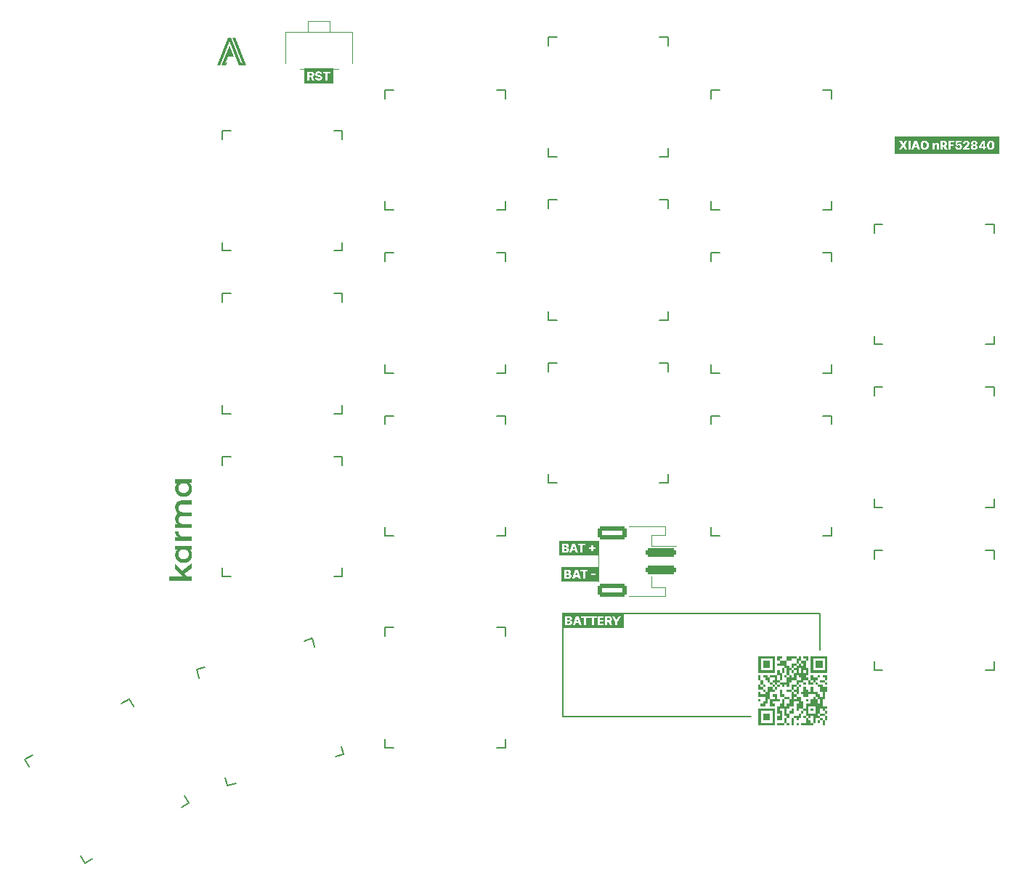
<source format=gbr>
%TF.GenerationSoftware,KiCad,Pcbnew,7.0.1*%
%TF.CreationDate,2023-05-27T21:35:13-04:00*%
%TF.ProjectId,pcb-right,7063622d-7269-4676-9874-2e6b69636164,0.3*%
%TF.SameCoordinates,Original*%
%TF.FileFunction,Legend,Top*%
%TF.FilePolarity,Positive*%
%FSLAX46Y46*%
G04 Gerber Fmt 4.6, Leading zero omitted, Abs format (unit mm)*
G04 Created by KiCad (PCBNEW 7.0.1) date 2023-05-27 21:35:13*
%MOMM*%
%LPD*%
G01*
G04 APERTURE LIST*
G04 Aperture macros list*
%AMRoundRect*
0 Rectangle with rounded corners*
0 $1 Rounding radius*
0 $2 $3 $4 $5 $6 $7 $8 $9 X,Y pos of 4 corners*
0 Add a 4 corners polygon primitive as box body*
4,1,4,$2,$3,$4,$5,$6,$7,$8,$9,$2,$3,0*
0 Add four circle primitives for the rounded corners*
1,1,$1+$1,$2,$3*
1,1,$1+$1,$4,$5*
1,1,$1+$1,$6,$7*
1,1,$1+$1,$8,$9*
0 Add four rect primitives between the rounded corners*
20,1,$1+$1,$2,$3,$4,$5,0*
20,1,$1+$1,$4,$5,$6,$7,0*
20,1,$1+$1,$6,$7,$8,$9,0*
20,1,$1+$1,$8,$9,$2,$3,0*%
G04 Aperture macros list end*
%ADD10C,0.000000*%
%ADD11C,0.150000*%
%ADD12C,0.250000*%
%ADD13C,0.120000*%
%ADD14C,1.701800*%
%ADD15C,3.000000*%
%ADD16C,3.429000*%
%ADD17C,3.800000*%
%ADD18C,2.100000*%
%ADD19RoundRect,0.250000X-1.500000X0.250000X-1.500000X-0.250000X1.500000X-0.250000X1.500000X0.250000X0*%
%ADD20RoundRect,0.250001X-1.449999X0.499999X-1.449999X-0.499999X1.449999X-0.499999X1.449999X0.499999X0*%
%ADD21O,1.800000X2.750000*%
%ADD22C,1.397000*%
G04 APERTURE END LIST*
D10*
G36*
X134995625Y-109733750D02*
G01*
X134717813Y-109733750D01*
X134717813Y-109455937D01*
X134995625Y-109455937D01*
X134995625Y-109733750D01*
G37*
G36*
X129439375Y-108622500D02*
G01*
X129161563Y-108622500D01*
X129161563Y-108344687D01*
X129439375Y-108344687D01*
X129439375Y-108622500D01*
G37*
G36*
X129439375Y-110011562D02*
G01*
X129161563Y-110011562D01*
X129161563Y-109733750D01*
X129439375Y-109733750D01*
X129439375Y-110011562D01*
G37*
G36*
X131106251Y-112789687D02*
G01*
X130828438Y-112789687D01*
X130828438Y-112511875D01*
X131106251Y-112511875D01*
X131106251Y-112789687D01*
G37*
G36*
X132217500Y-108900312D02*
G01*
X131939688Y-108900312D01*
X131939688Y-108622500D01*
X132217500Y-108622500D01*
X132217500Y-108900312D01*
G37*
G36*
X130550625Y-110567188D02*
G01*
X130272813Y-110567188D01*
X130272813Y-110289375D01*
X130550625Y-110289375D01*
X130550625Y-110567188D01*
G37*
G36*
X130550625Y-113345312D02*
G01*
X130272813Y-113345312D01*
X130272813Y-113067500D01*
X130550625Y-113067500D01*
X130550625Y-113345312D01*
G37*
D11*
X104122187Y-113416874D02*
X126078437Y-113416874D01*
D10*
G36*
X133884375Y-109733750D02*
G01*
X133606563Y-109733750D01*
X133606563Y-109455937D01*
X133884375Y-109455937D01*
X133884375Y-109733750D01*
G37*
G36*
X129717188Y-110567188D02*
G01*
X129439375Y-110567188D01*
X129439375Y-110289375D01*
X129717188Y-110289375D01*
X129717188Y-110567188D01*
G37*
G36*
X130550625Y-108344687D02*
G01*
X130272813Y-108344687D01*
X130272813Y-108066875D01*
X130550625Y-108066875D01*
X130550625Y-108344687D01*
G37*
G36*
X131384063Y-107511250D02*
G01*
X131106251Y-107511250D01*
X131106251Y-107233437D01*
X131384063Y-107233437D01*
X131384063Y-107511250D01*
G37*
G36*
X131384063Y-110011562D02*
G01*
X131106251Y-110011562D01*
X131106251Y-109733750D01*
X131384063Y-109733750D01*
X131384063Y-110011562D01*
G37*
G36*
X130272813Y-112789687D02*
G01*
X129995000Y-112789687D01*
X129995000Y-112511875D01*
X130272813Y-112511875D01*
X130272813Y-112789687D01*
G37*
G36*
X134995625Y-113900937D02*
G01*
X134717813Y-113900937D01*
X134717813Y-113623125D01*
X134995625Y-113623125D01*
X134995625Y-113900937D01*
G37*
G36*
X129717188Y-113345312D02*
G01*
X129439375Y-113345312D01*
X129439375Y-113067500D01*
X129717188Y-113067500D01*
X129717188Y-113345312D01*
G37*
G36*
X67270017Y-37526801D02*
G01*
X66912180Y-37526801D01*
X65644416Y-34275595D01*
X66002253Y-34275595D01*
X67270017Y-37526801D01*
G37*
G36*
X129717188Y-109733750D02*
G01*
X129439375Y-109733750D01*
X129439375Y-109455937D01*
X129717188Y-109455937D01*
X129717188Y-109733750D01*
G37*
G36*
X130550625Y-111400625D02*
G01*
X130272813Y-111400625D01*
X130272813Y-111122812D01*
X130550625Y-111122812D01*
X130550625Y-111400625D01*
G37*
G36*
X133328750Y-112789687D02*
G01*
X133050938Y-112789687D01*
X133050938Y-112511875D01*
X133328750Y-112511875D01*
X133328750Y-112789687D01*
G37*
G36*
X128883750Y-108344687D02*
G01*
X126939063Y-108344687D01*
X126939063Y-106691703D01*
X127230766Y-106691703D01*
X127230766Y-108052984D01*
X128592047Y-108052984D01*
X128592047Y-106691703D01*
X127230766Y-106691703D01*
X126939063Y-106691703D01*
X126939063Y-106400000D01*
X128883750Y-106400000D01*
X128883750Y-108344687D01*
G37*
G36*
X131661875Y-107789062D02*
G01*
X131384063Y-107789062D01*
X131384063Y-107511250D01*
X131661875Y-107511250D01*
X131661875Y-107789062D01*
G37*
G36*
X131661875Y-111400625D02*
G01*
X131384063Y-111400625D01*
X131384063Y-111122812D01*
X131661875Y-111122812D01*
X131661875Y-111400625D01*
G37*
G36*
X131106251Y-114178750D02*
G01*
X130828438Y-114178750D01*
X130828438Y-113900937D01*
X131106251Y-113900937D01*
X131106251Y-114178750D01*
G37*
G36*
X131939688Y-112234062D02*
G01*
X131661875Y-112234062D01*
X131661875Y-111956250D01*
X131939688Y-111956250D01*
X131939688Y-112234062D01*
G37*
G36*
X130272813Y-107511250D02*
G01*
X129995000Y-107511250D01*
X129995000Y-107233437D01*
X130272813Y-107233437D01*
X130272813Y-107511250D01*
G37*
G36*
X129161563Y-108900312D02*
G01*
X128883750Y-108900312D01*
X128883750Y-108622500D01*
X129161563Y-108622500D01*
X129161563Y-108900312D01*
G37*
G36*
X132495313Y-109733750D02*
G01*
X132217500Y-109733750D01*
X132217500Y-109455937D01*
X132495313Y-109455937D01*
X132495313Y-109733750D01*
G37*
G36*
X130272813Y-113345312D02*
G01*
X129995000Y-113345312D01*
X129995000Y-113067500D01*
X130272813Y-113067500D01*
X130272813Y-113345312D01*
G37*
G36*
X128605938Y-111956250D02*
G01*
X128328125Y-111956250D01*
X128328125Y-111678437D01*
X128605938Y-111678437D01*
X128605938Y-111956250D01*
G37*
G36*
X133606563Y-113345312D02*
G01*
X133328750Y-113345312D01*
X133328750Y-113067500D01*
X133606563Y-113067500D01*
X133606563Y-113345312D01*
G37*
G36*
X134440000Y-109455937D02*
G01*
X134162188Y-109455937D01*
X134162188Y-109178125D01*
X134440000Y-109178125D01*
X134440000Y-109455937D01*
G37*
G36*
X131661875Y-109455937D02*
G01*
X131384063Y-109455937D01*
X131384063Y-109178125D01*
X131661875Y-109178125D01*
X131661875Y-109455937D01*
G37*
G36*
X131939688Y-107789062D02*
G01*
X131661875Y-107789062D01*
X131661875Y-107511250D01*
X131939688Y-107511250D01*
X131939688Y-107789062D01*
G37*
D11*
X104122187Y-113416874D02*
X104122187Y-101416874D01*
D10*
G36*
X131661875Y-114456562D02*
G01*
X131384063Y-114456562D01*
X131384063Y-114178750D01*
X131661875Y-114178750D01*
X131661875Y-114456562D01*
G37*
G36*
X129717188Y-108622500D02*
G01*
X129439375Y-108622500D01*
X129439375Y-108344687D01*
X129717188Y-108344687D01*
X129717188Y-108622500D01*
G37*
G36*
X134717813Y-108900312D02*
G01*
X134440000Y-108900312D01*
X134440000Y-108622500D01*
X134717813Y-108622500D01*
X134717813Y-108900312D01*
G37*
G36*
X128883750Y-108900312D02*
G01*
X128605938Y-108900312D01*
X128605938Y-108622500D01*
X128883750Y-108622500D01*
X128883750Y-108900312D01*
G37*
G36*
X127216875Y-110845000D02*
G01*
X126939063Y-110845000D01*
X126939063Y-110567188D01*
X127216875Y-110567188D01*
X127216875Y-110845000D01*
G37*
G36*
X133606563Y-111956250D02*
G01*
X133328750Y-111956250D01*
X133328750Y-111678437D01*
X133606563Y-111678437D01*
X133606563Y-111956250D01*
G37*
G36*
X130272813Y-112511875D02*
G01*
X129995000Y-112511875D01*
X129995000Y-112234062D01*
X130272813Y-112234062D01*
X130272813Y-112511875D01*
G37*
G36*
X129439375Y-108344687D02*
G01*
X129161563Y-108344687D01*
X129161563Y-108066875D01*
X129439375Y-108066875D01*
X129439375Y-108344687D01*
G37*
G36*
X129439375Y-113900937D02*
G01*
X129161563Y-113900937D01*
X129161563Y-113623125D01*
X129439375Y-113623125D01*
X129439375Y-113900937D01*
G37*
G36*
X133050938Y-113623125D02*
G01*
X132773125Y-113623125D01*
X132773125Y-113345312D01*
X133050938Y-113345312D01*
X133050938Y-113623125D01*
G37*
G36*
X129995000Y-107233437D02*
G01*
X129717188Y-107233437D01*
X129717188Y-106955625D01*
X129995000Y-106955625D01*
X129995000Y-107233437D01*
G37*
G36*
X131384063Y-108622500D02*
G01*
X131106251Y-108622500D01*
X131106251Y-108344687D01*
X131384063Y-108344687D01*
X131384063Y-108622500D01*
G37*
G36*
X133884375Y-111956250D02*
G01*
X133606563Y-111956250D01*
X133606563Y-111678437D01*
X133884375Y-111678437D01*
X133884375Y-111956250D01*
G37*
G36*
X127216875Y-109178125D02*
G01*
X126939063Y-109178125D01*
X126939063Y-108900312D01*
X127216875Y-108900312D01*
X127216875Y-109178125D01*
G37*
G36*
X131939688Y-107511250D02*
G01*
X131661875Y-107511250D01*
X131661875Y-107233437D01*
X131939688Y-107233437D01*
X131939688Y-107511250D01*
G37*
G36*
X130272813Y-107233437D02*
G01*
X129995000Y-107233437D01*
X129995000Y-106955625D01*
X130272813Y-106955625D01*
X130272813Y-107233437D01*
G37*
G36*
X132217500Y-112511875D02*
G01*
X131939688Y-112511875D01*
X131939688Y-112234062D01*
X132217500Y-112234062D01*
X132217500Y-112511875D01*
G37*
G36*
X59387885Y-91828558D02*
G01*
X59385706Y-91842367D01*
X59383861Y-91855840D01*
X59382351Y-91868979D01*
X59381175Y-91881782D01*
X59380335Y-91894249D01*
X59379830Y-91906381D01*
X59379662Y-91918178D01*
X59380256Y-91950381D01*
X59382039Y-91981689D01*
X59385010Y-92012103D01*
X59389169Y-92041623D01*
X59394516Y-92070248D01*
X59401051Y-92097978D01*
X59408775Y-92124815D01*
X59417686Y-92150756D01*
X59427785Y-92175804D01*
X59439072Y-92199956D01*
X59451547Y-92223214D01*
X59465209Y-92245578D01*
X59480059Y-92267047D01*
X59496096Y-92287621D01*
X59513321Y-92307301D01*
X59531733Y-92326086D01*
X59551267Y-92343850D01*
X59571850Y-92360469D01*
X59593480Y-92375941D01*
X59616159Y-92390267D01*
X59639885Y-92403447D01*
X59664660Y-92415481D01*
X59690483Y-92426369D01*
X59717354Y-92436111D01*
X59745274Y-92444706D01*
X59774242Y-92452156D01*
X59804258Y-92458459D01*
X59835322Y-92463617D01*
X59867435Y-92467628D01*
X59900597Y-92470493D01*
X59934807Y-92472212D01*
X59970065Y-92472785D01*
X60896791Y-92472785D01*
X60896791Y-92920055D01*
X58986081Y-92920055D01*
X58986081Y-92494257D01*
X59265173Y-92494257D01*
X59246681Y-92481894D01*
X59228776Y-92468958D01*
X59211459Y-92455450D01*
X59194728Y-92441368D01*
X59178585Y-92426713D01*
X59163028Y-92411485D01*
X59148059Y-92395683D01*
X59133676Y-92379309D01*
X59119881Y-92362362D01*
X59106673Y-92344842D01*
X59094051Y-92326749D01*
X59082017Y-92308082D01*
X59070570Y-92288843D01*
X59059710Y-92269030D01*
X59049437Y-92248645D01*
X59039750Y-92227686D01*
X59030651Y-92206155D01*
X59022139Y-92184050D01*
X59014214Y-92161372D01*
X59006876Y-92138122D01*
X59000125Y-92114298D01*
X58993962Y-92089901D01*
X58983395Y-92039388D01*
X58975176Y-91986583D01*
X58969306Y-91931486D01*
X58965784Y-91874096D01*
X58964610Y-91814415D01*
X59390398Y-91814415D01*
X59387885Y-91828558D01*
G37*
G36*
X134440000Y-107789062D02*
G01*
X133606563Y-107789062D01*
X133606563Y-106955625D01*
X134440000Y-106955625D01*
X134440000Y-107789062D01*
G37*
G36*
X128328125Y-111400625D02*
G01*
X128050313Y-111400625D01*
X128050313Y-111122812D01*
X128328125Y-111122812D01*
X128328125Y-111400625D01*
G37*
G36*
X129717188Y-108900312D02*
G01*
X129439375Y-108900312D01*
X129439375Y-108622500D01*
X129717188Y-108622500D01*
X129717188Y-108900312D01*
G37*
G36*
X133328750Y-111678437D02*
G01*
X133050938Y-111678437D01*
X133050938Y-111400625D01*
X133328750Y-111400625D01*
X133328750Y-111678437D01*
G37*
G36*
X133050938Y-109733750D02*
G01*
X132773125Y-109733750D01*
X132773125Y-109455937D01*
X133050938Y-109455937D01*
X133050938Y-109733750D01*
G37*
G36*
X130550625Y-108622500D02*
G01*
X130272813Y-108622500D01*
X130272813Y-108344687D01*
X130550625Y-108344687D01*
X130550625Y-108622500D01*
G37*
G36*
X133884375Y-112789687D02*
G01*
X133606563Y-112789687D01*
X133606563Y-112511875D01*
X133884375Y-112511875D01*
X133884375Y-112789687D01*
G37*
G36*
X132773125Y-112511875D02*
G01*
X132495313Y-112511875D01*
X132495313Y-112234062D01*
X132773125Y-112234062D01*
X132773125Y-112511875D01*
G37*
G36*
X129995000Y-112234062D02*
G01*
X129717188Y-112234062D01*
X129717188Y-111956250D01*
X129995000Y-111956250D01*
X129995000Y-112234062D01*
G37*
G36*
X130550625Y-106955625D02*
G01*
X130272813Y-106955625D01*
X130272813Y-106677812D01*
X130550625Y-106677812D01*
X130550625Y-106955625D01*
G37*
G36*
X127772500Y-111122812D02*
G01*
X127494688Y-111122812D01*
X127494688Y-110845000D01*
X127772500Y-110845000D01*
X127772500Y-111122812D01*
G37*
G36*
X131939688Y-113623125D02*
G01*
X131661875Y-113623125D01*
X131661875Y-113345312D01*
X131939688Y-113345312D01*
X131939688Y-113623125D01*
G37*
G36*
X131106251Y-111678437D02*
G01*
X130828438Y-111678437D01*
X130828438Y-111400625D01*
X131106251Y-111400625D01*
X131106251Y-111678437D01*
G37*
G36*
X130828438Y-106677812D02*
G01*
X130550625Y-106677812D01*
X130550625Y-106400000D01*
X130828438Y-106400000D01*
X130828438Y-106677812D01*
G37*
G36*
X133328750Y-108900312D02*
G01*
X133050938Y-108900312D01*
X133050938Y-108622500D01*
X133328750Y-108622500D01*
X133328750Y-108900312D01*
G37*
G36*
X129717188Y-113067500D02*
G01*
X129439375Y-113067500D01*
X129439375Y-112789687D01*
X129717188Y-112789687D01*
X129717188Y-113067500D01*
G37*
G36*
X131661875Y-113623125D02*
G01*
X131384063Y-113623125D01*
X131384063Y-113345312D01*
X131661875Y-113345312D01*
X131661875Y-113623125D01*
G37*
G36*
X129717188Y-112511875D02*
G01*
X129439375Y-112511875D01*
X129439375Y-112234062D01*
X129717188Y-112234062D01*
X129717188Y-112511875D01*
G37*
G36*
X131661875Y-108344687D02*
G01*
X131384063Y-108344687D01*
X131384063Y-108066875D01*
X131661875Y-108066875D01*
X131661875Y-108344687D01*
G37*
G36*
X134162188Y-113623125D02*
G01*
X133884375Y-113623125D01*
X133884375Y-113345312D01*
X134162188Y-113345312D01*
X134162188Y-113623125D01*
G37*
G36*
X132495313Y-108066875D02*
G01*
X132217500Y-108066875D01*
X132217500Y-107789062D01*
X132495313Y-107789062D01*
X132495313Y-108066875D01*
G37*
G36*
X128328125Y-111122812D02*
G01*
X128050313Y-111122812D01*
X128050313Y-110845000D01*
X128328125Y-110845000D01*
X128328125Y-111122812D01*
G37*
G36*
X130550625Y-114456562D02*
G01*
X130272813Y-114456562D01*
X130272813Y-114178750D01*
X130550625Y-114178750D01*
X130550625Y-114456562D01*
G37*
G36*
X131384063Y-113623125D02*
G01*
X131106251Y-113623125D01*
X131106251Y-113345312D01*
X131384063Y-113345312D01*
X131384063Y-113623125D01*
G37*
G36*
X134717813Y-109455937D02*
G01*
X134440000Y-109455937D01*
X134440000Y-109178125D01*
X134717813Y-109178125D01*
X134717813Y-109455937D01*
G37*
G36*
X128605938Y-110567188D02*
G01*
X128328125Y-110567188D01*
X128328125Y-110289375D01*
X128605938Y-110289375D01*
X128605938Y-110567188D01*
G37*
G36*
X134162188Y-111400625D02*
G01*
X133884375Y-111400625D01*
X133884375Y-111122812D01*
X134162188Y-111122812D01*
X134162188Y-111400625D01*
G37*
G36*
X132495313Y-111122812D02*
G01*
X132217500Y-111122812D01*
X132217500Y-110845000D01*
X132495313Y-110845000D01*
X132495313Y-111122812D01*
G37*
G36*
X131939688Y-106955625D02*
G01*
X131661875Y-106955625D01*
X131661875Y-106677812D01*
X131939688Y-106677812D01*
X131939688Y-106955625D01*
G37*
D11*
X104122187Y-101416874D02*
X134122187Y-101416874D01*
D10*
G36*
X133328750Y-109733750D02*
G01*
X133050938Y-109733750D01*
X133050938Y-109455937D01*
X133328750Y-109455937D01*
X133328750Y-109733750D01*
G37*
G36*
X132217500Y-110845000D02*
G01*
X131939688Y-110845000D01*
X131939688Y-110567188D01*
X132217500Y-110567188D01*
X132217500Y-110845000D01*
G37*
G36*
X129161563Y-111678437D02*
G01*
X128883750Y-111678437D01*
X128883750Y-111400625D01*
X129161563Y-111400625D01*
X129161563Y-111678437D01*
G37*
G36*
X128883750Y-112234062D02*
G01*
X128605938Y-112234062D01*
X128605938Y-111956250D01*
X128883750Y-111956250D01*
X128883750Y-112234062D01*
G37*
G36*
X131939688Y-106677812D02*
G01*
X131661875Y-106677812D01*
X131661875Y-106400000D01*
X131939688Y-106400000D01*
X131939688Y-106677812D01*
G37*
G36*
X134440000Y-110289375D02*
G01*
X134162188Y-110289375D01*
X134162188Y-110011562D01*
X134440000Y-110011562D01*
X134440000Y-110289375D01*
G37*
G36*
X131106251Y-110289375D02*
G01*
X130828438Y-110289375D01*
X130828438Y-110011562D01*
X131106251Y-110011562D01*
X131106251Y-110289375D01*
G37*
G36*
X131939688Y-108622500D02*
G01*
X131661875Y-108622500D01*
X131661875Y-108344687D01*
X131939688Y-108344687D01*
X131939688Y-108622500D01*
G37*
G36*
X127216875Y-110289375D02*
G01*
X126939063Y-110289375D01*
X126939063Y-110011562D01*
X127216875Y-110011562D01*
X127216875Y-110289375D01*
G37*
G36*
X133050938Y-114178750D02*
G01*
X132773125Y-114178750D01*
X132773125Y-113900937D01*
X133050938Y-113900937D01*
X133050938Y-114178750D01*
G37*
G36*
X134717813Y-113345312D02*
G01*
X134440000Y-113345312D01*
X134440000Y-113067500D01*
X134717813Y-113067500D01*
X134717813Y-113345312D01*
G37*
G36*
X127216875Y-111122812D02*
G01*
X126939063Y-111122812D01*
X126939063Y-110845000D01*
X127216875Y-110845000D01*
X127216875Y-111122812D01*
G37*
G36*
X131939688Y-111956250D02*
G01*
X131661875Y-111956250D01*
X131661875Y-111678437D01*
X131939688Y-111678437D01*
X131939688Y-111956250D01*
G37*
G36*
X130550625Y-108066875D02*
G01*
X130272813Y-108066875D01*
X130272813Y-107789062D01*
X130550625Y-107789062D01*
X130550625Y-108066875D01*
G37*
G36*
X130828438Y-113067500D02*
G01*
X130550625Y-113067500D01*
X130550625Y-112789687D01*
X130828438Y-112789687D01*
X130828438Y-113067500D01*
G37*
G36*
X132495313Y-114456562D02*
G01*
X132217500Y-114456562D01*
X132217500Y-114178750D01*
X132495313Y-114178750D01*
X132495313Y-114456562D01*
G37*
G36*
X128883750Y-109455937D02*
G01*
X128605938Y-109455937D01*
X128605938Y-109178125D01*
X128883750Y-109178125D01*
X128883750Y-109455937D01*
G37*
G36*
X127216875Y-111678437D02*
G01*
X126939063Y-111678437D01*
X126939063Y-111400625D01*
X127216875Y-111400625D01*
X127216875Y-111678437D01*
G37*
G36*
X132495313Y-107511250D02*
G01*
X132217500Y-107511250D01*
X132217500Y-107233437D01*
X132495313Y-107233437D01*
X132495313Y-107511250D01*
G37*
G36*
X128050313Y-111956250D02*
G01*
X127772500Y-111956250D01*
X127772500Y-111678437D01*
X128050313Y-111678437D01*
X128050313Y-111956250D01*
G37*
G36*
X134162188Y-114178750D02*
G01*
X133884375Y-114178750D01*
X133884375Y-113900937D01*
X134162188Y-113900937D01*
X134162188Y-114178750D01*
G37*
G36*
X127772500Y-110567188D02*
G01*
X127494688Y-110567188D01*
X127494688Y-110289375D01*
X127772500Y-110289375D01*
X127772500Y-110567188D01*
G37*
G36*
X133050938Y-112234062D02*
G01*
X132773125Y-112234062D01*
X132773125Y-111956250D01*
X133050938Y-111956250D01*
X133050938Y-112234062D01*
G37*
G36*
X134162188Y-112234062D02*
G01*
X133884375Y-112234062D01*
X133884375Y-111956250D01*
X134162188Y-111956250D01*
X134162188Y-112234062D01*
G37*
G36*
X131384063Y-109178125D02*
G01*
X131106251Y-109178125D01*
X131106251Y-108900312D01*
X131384063Y-108900312D01*
X131384063Y-109178125D01*
G37*
G36*
X128050313Y-108900312D02*
G01*
X127772500Y-108900312D01*
X127772500Y-108622500D01*
X128050313Y-108622500D01*
X128050313Y-108900312D01*
G37*
G36*
X132495313Y-107789062D02*
G01*
X132217500Y-107789062D01*
X132217500Y-107511250D01*
X132495313Y-107511250D01*
X132495313Y-107789062D01*
G37*
G36*
X129717188Y-107511250D02*
G01*
X129439375Y-107511250D01*
X129439375Y-107233437D01*
X129717188Y-107233437D01*
X129717188Y-107511250D01*
G37*
G36*
X128328125Y-110289375D02*
G01*
X128050313Y-110289375D01*
X128050313Y-110011562D01*
X128328125Y-110011562D01*
X128328125Y-110289375D01*
G37*
G36*
X131939688Y-110011562D02*
G01*
X131661875Y-110011562D01*
X131661875Y-109733750D01*
X131939688Y-109733750D01*
X131939688Y-110011562D01*
G37*
G36*
X132773125Y-114178750D02*
G01*
X132495313Y-114178750D01*
X132495313Y-113900937D01*
X132773125Y-113900937D01*
X132773125Y-114178750D01*
G37*
G36*
X129439375Y-112789687D02*
G01*
X129161563Y-112789687D01*
X129161563Y-112511875D01*
X129439375Y-112511875D01*
X129439375Y-112789687D01*
G37*
G36*
X131106251Y-107511250D02*
G01*
X130828438Y-107511250D01*
X130828438Y-107233437D01*
X131106251Y-107233437D01*
X131106251Y-107511250D01*
G37*
G36*
X134162188Y-112511875D02*
G01*
X133884375Y-112511875D01*
X133884375Y-112234062D01*
X134162188Y-112234062D01*
X134162188Y-112511875D01*
G37*
G36*
X128328125Y-107789062D02*
G01*
X127494688Y-107789062D01*
X127494688Y-106955625D01*
X128328125Y-106955625D01*
X128328125Y-107789062D01*
G37*
G36*
X129995000Y-112511875D02*
G01*
X129717188Y-112511875D01*
X129717188Y-112234062D01*
X129995000Y-112234062D01*
X129995000Y-112511875D01*
G37*
G36*
X131939688Y-112511875D02*
G01*
X131661875Y-112511875D01*
X131661875Y-112234062D01*
X131939688Y-112234062D01*
X131939688Y-112511875D01*
G37*
G36*
X133884375Y-112511875D02*
G01*
X133606563Y-112511875D01*
X133606563Y-112234062D01*
X133884375Y-112234062D01*
X133884375Y-112511875D01*
G37*
G36*
X60896791Y-96129639D02*
G01*
X60077410Y-96791591D01*
X60392274Y-97124358D01*
X60896791Y-97124358D01*
X60896791Y-97571624D01*
X58241824Y-97571624D01*
X58241824Y-97124358D01*
X59844814Y-97124358D01*
X58986081Y-96197622D01*
X58986081Y-95660901D01*
X59787583Y-96458827D01*
X60896791Y-95585760D01*
X60896791Y-96129639D01*
G37*
G36*
X129439375Y-114456562D02*
G01*
X129161563Y-114456562D01*
X129161563Y-114178750D01*
X129439375Y-114178750D01*
X129439375Y-114456562D01*
G37*
G36*
X133050938Y-110845000D02*
G01*
X132773125Y-110845000D01*
X132773125Y-110567188D01*
X133050938Y-110567188D01*
X133050938Y-110845000D01*
G37*
G36*
X127216875Y-108900312D02*
G01*
X126939063Y-108900312D01*
X126939063Y-108622500D01*
X127216875Y-108622500D01*
X127216875Y-108900312D01*
G37*
G36*
X59905047Y-95531609D02*
G01*
X59869230Y-95530162D01*
X59833987Y-95527751D01*
X59799318Y-95524376D01*
X59765221Y-95520036D01*
X59731698Y-95514731D01*
X59698748Y-95508462D01*
X59666371Y-95501229D01*
X59634567Y-95493032D01*
X59603336Y-95483869D01*
X59572678Y-95473743D01*
X59542593Y-95462652D01*
X59513080Y-95450597D01*
X59484141Y-95437578D01*
X59455774Y-95423594D01*
X59427979Y-95408646D01*
X59400858Y-95392838D01*
X59374505Y-95376275D01*
X59348921Y-95358957D01*
X59324105Y-95340884D01*
X59300058Y-95322057D01*
X59276779Y-95302475D01*
X59254269Y-95282138D01*
X59232528Y-95261046D01*
X59211555Y-95239200D01*
X59191351Y-95216599D01*
X59171915Y-95193243D01*
X59153249Y-95169132D01*
X59135351Y-95144267D01*
X59118221Y-95118647D01*
X59101861Y-95092272D01*
X59086269Y-95065143D01*
X59071537Y-95037406D01*
X59057755Y-95009207D01*
X59044924Y-94980547D01*
X59033043Y-94951426D01*
X59022113Y-94921844D01*
X59012133Y-94891800D01*
X59003103Y-94861295D01*
X58995025Y-94830329D01*
X58987896Y-94798902D01*
X58981718Y-94767013D01*
X58976490Y-94734663D01*
X58972213Y-94701852D01*
X58968887Y-94668579D01*
X58966511Y-94634845D01*
X58965085Y-94600650D01*
X58964610Y-94565994D01*
X58964861Y-94542855D01*
X58965616Y-94519953D01*
X58965841Y-94515900D01*
X59343889Y-94515900D01*
X59344532Y-94546419D01*
X59346461Y-94576254D01*
X59349676Y-94605403D01*
X59354176Y-94633867D01*
X59359963Y-94661647D01*
X59367035Y-94688741D01*
X59375394Y-94715151D01*
X59385038Y-94740875D01*
X59395968Y-94765915D01*
X59408184Y-94790270D01*
X59421685Y-94813940D01*
X59436472Y-94836926D01*
X59452545Y-94859226D01*
X59469904Y-94880842D01*
X59488548Y-94901773D01*
X59508478Y-94922019D01*
X59529461Y-94941300D01*
X59551253Y-94959337D01*
X59573855Y-94976130D01*
X59597268Y-94991680D01*
X59621490Y-95005985D01*
X59646523Y-95019046D01*
X59672366Y-95030864D01*
X59699019Y-95041437D01*
X59726483Y-95050767D01*
X59754758Y-95058852D01*
X59783843Y-95065694D01*
X59813739Y-95071292D01*
X59844447Y-95075646D01*
X59875965Y-95078756D01*
X59908295Y-95080622D01*
X59941436Y-95081243D01*
X59974576Y-95080622D01*
X60006904Y-95078756D01*
X60038422Y-95075646D01*
X60069129Y-95071292D01*
X60099026Y-95065694D01*
X60128112Y-95058852D01*
X60156387Y-95050767D01*
X60183852Y-95041437D01*
X60210506Y-95030864D01*
X60236349Y-95019046D01*
X60261382Y-95005985D01*
X60285603Y-94991680D01*
X60309014Y-94976130D01*
X60331614Y-94959337D01*
X60353403Y-94941300D01*
X60374381Y-94922019D01*
X60394316Y-94901773D01*
X60412964Y-94880842D01*
X60430325Y-94859226D01*
X60446400Y-94836926D01*
X60461189Y-94813940D01*
X60474692Y-94790270D01*
X60486908Y-94765915D01*
X60497838Y-94740875D01*
X60507482Y-94715151D01*
X60515840Y-94688741D01*
X60522912Y-94661647D01*
X60528698Y-94633867D01*
X60533198Y-94605403D01*
X60536412Y-94576254D01*
X60538341Y-94546419D01*
X60538984Y-94515900D01*
X60538341Y-94485374D01*
X60536412Y-94455519D01*
X60533198Y-94426335D01*
X60528698Y-94397821D01*
X60522912Y-94369979D01*
X60515840Y-94342808D01*
X60507482Y-94316308D01*
X60497838Y-94290479D01*
X60486908Y-94265320D01*
X60474692Y-94240833D01*
X60461189Y-94217016D01*
X60446400Y-94193870D01*
X60430325Y-94171396D01*
X60412964Y-94149591D01*
X60394316Y-94128458D01*
X60374381Y-94107996D01*
X60353403Y-94088497D01*
X60331614Y-94070257D01*
X60309014Y-94053274D01*
X60285603Y-94037550D01*
X60261382Y-94023083D01*
X60236349Y-94009874D01*
X60210506Y-93997924D01*
X60183852Y-93987231D01*
X60156387Y-93977796D01*
X60128112Y-93969619D01*
X60099026Y-93962700D01*
X60069129Y-93957039D01*
X60038422Y-93952636D01*
X60006904Y-93949491D01*
X59974576Y-93947604D01*
X59941436Y-93946975D01*
X59908295Y-93947604D01*
X59875965Y-93949491D01*
X59844447Y-93952636D01*
X59813739Y-93957039D01*
X59783843Y-93962700D01*
X59754758Y-93969619D01*
X59726483Y-93977796D01*
X59699019Y-93987231D01*
X59672366Y-93997924D01*
X59646523Y-94009874D01*
X59621490Y-94023083D01*
X59597268Y-94037550D01*
X59573855Y-94053274D01*
X59551253Y-94070257D01*
X59529461Y-94088497D01*
X59508478Y-94107996D01*
X59488548Y-94128458D01*
X59469904Y-94149591D01*
X59452545Y-94171396D01*
X59436472Y-94193870D01*
X59421685Y-94217016D01*
X59408184Y-94240833D01*
X59395968Y-94265320D01*
X59385038Y-94290479D01*
X59375394Y-94316308D01*
X59367035Y-94342808D01*
X59359963Y-94369979D01*
X59354176Y-94397821D01*
X59349676Y-94426335D01*
X59346461Y-94455519D01*
X59344532Y-94485374D01*
X59343889Y-94515900D01*
X58965841Y-94515900D01*
X58966874Y-94497289D01*
X58968635Y-94474863D01*
X58970900Y-94452674D01*
X58973667Y-94430723D01*
X58976938Y-94409010D01*
X58980712Y-94387534D01*
X58984989Y-94366296D01*
X58989769Y-94345295D01*
X58995051Y-94324533D01*
X59000837Y-94304007D01*
X59007127Y-94283720D01*
X59013919Y-94263670D01*
X59021214Y-94243858D01*
X59029011Y-94224284D01*
X59037301Y-94204988D01*
X59046065Y-94186014D01*
X59055305Y-94167361D01*
X59065019Y-94149030D01*
X59075209Y-94131021D01*
X59085874Y-94113332D01*
X59097014Y-94095965D01*
X59108629Y-94078920D01*
X59120719Y-94062196D01*
X59133284Y-94045794D01*
X59146324Y-94029713D01*
X59159839Y-94013954D01*
X59173830Y-93998516D01*
X59188295Y-93983400D01*
X59203235Y-93968605D01*
X59218651Y-93954132D01*
X58986081Y-93954132D01*
X58986081Y-93506866D01*
X60896791Y-93506866D01*
X60896791Y-93932667D01*
X60649907Y-93932667D01*
X60666637Y-93946735D01*
X60682836Y-93961208D01*
X60698504Y-93976087D01*
X60713641Y-93991371D01*
X60728247Y-94007060D01*
X60742322Y-94023155D01*
X60755866Y-94039655D01*
X60768879Y-94056560D01*
X60781361Y-94073871D01*
X60793312Y-94091586D01*
X60804732Y-94109708D01*
X60815620Y-94128234D01*
X60825977Y-94147166D01*
X60835803Y-94166503D01*
X60845098Y-94186246D01*
X60853861Y-94206394D01*
X60862093Y-94226877D01*
X60869794Y-94247626D01*
X60876964Y-94268640D01*
X60883603Y-94289920D01*
X60889710Y-94311466D01*
X60895287Y-94333277D01*
X60900332Y-94355353D01*
X60904846Y-94377695D01*
X60908830Y-94400303D01*
X60912282Y-94423176D01*
X60915203Y-94446315D01*
X60917593Y-94469719D01*
X60919452Y-94493389D01*
X60920779Y-94517325D01*
X60921576Y-94541527D01*
X60921842Y-94565994D01*
X60921366Y-94600650D01*
X60919941Y-94634845D01*
X60917565Y-94668579D01*
X60914238Y-94701852D01*
X60909961Y-94734663D01*
X60904734Y-94767013D01*
X60898556Y-94798902D01*
X60891428Y-94830329D01*
X60883350Y-94861295D01*
X60874322Y-94891800D01*
X60864343Y-94921844D01*
X60853414Y-94951426D01*
X60841534Y-94980547D01*
X60828705Y-95009207D01*
X60814925Y-95037406D01*
X60800195Y-95065143D01*
X60784594Y-95092272D01*
X60768211Y-95118647D01*
X60751046Y-95144267D01*
X60733098Y-95169132D01*
X60714368Y-95193243D01*
X60694856Y-95216599D01*
X60674560Y-95239200D01*
X60653483Y-95261046D01*
X60631622Y-95282138D01*
X60608979Y-95302475D01*
X60585553Y-95322057D01*
X60561344Y-95340884D01*
X60536351Y-95358957D01*
X60510576Y-95376275D01*
X60484018Y-95392838D01*
X60456676Y-95408646D01*
X60428668Y-95423594D01*
X60400101Y-95437578D01*
X60370974Y-95450597D01*
X60341288Y-95462652D01*
X60311043Y-95473743D01*
X60280239Y-95483869D01*
X60248875Y-95493032D01*
X60216952Y-95501229D01*
X60184470Y-95508462D01*
X60151429Y-95514731D01*
X60117828Y-95520036D01*
X60083668Y-95524376D01*
X60048949Y-95527751D01*
X60013671Y-95530162D01*
X59977833Y-95531609D01*
X59941436Y-95532091D01*
X59905047Y-95531609D01*
G37*
G36*
X128883750Y-110011562D02*
G01*
X128605938Y-110011562D01*
X128605938Y-109733750D01*
X128883750Y-109733750D01*
X128883750Y-110011562D01*
G37*
G36*
X130550625Y-109178125D02*
G01*
X130272813Y-109178125D01*
X130272813Y-108900312D01*
X130550625Y-108900312D01*
X130550625Y-109178125D01*
G37*
G36*
X131106251Y-114456562D02*
G01*
X130828438Y-114456562D01*
X130828438Y-114178750D01*
X131106251Y-114178750D01*
X131106251Y-114456562D01*
G37*
G36*
X133606563Y-113623125D02*
G01*
X133328750Y-113623125D01*
X133328750Y-113345312D01*
X133606563Y-113345312D01*
X133606563Y-113623125D01*
G37*
G36*
X131661875Y-111678437D02*
G01*
X131384063Y-111678437D01*
X131384063Y-111400625D01*
X131661875Y-111400625D01*
X131661875Y-111678437D01*
G37*
G36*
X130550625Y-109455937D02*
G01*
X130272813Y-109455937D01*
X130272813Y-109178125D01*
X130550625Y-109178125D01*
X130550625Y-109455937D01*
G37*
G36*
X129995000Y-111122812D02*
G01*
X129717188Y-111122812D01*
X129717188Y-110845000D01*
X129995000Y-110845000D01*
X129995000Y-111122812D01*
G37*
G36*
X132773125Y-112789687D02*
G01*
X132495313Y-112789687D01*
X132495313Y-112511875D01*
X132773125Y-112511875D01*
X132773125Y-112789687D01*
G37*
G36*
X132217500Y-112234062D02*
G01*
X131939688Y-112234062D01*
X131939688Y-111956250D01*
X132217500Y-111956250D01*
X132217500Y-112234062D01*
G37*
G36*
X129439375Y-113067500D02*
G01*
X129161563Y-113067500D01*
X129161563Y-112789687D01*
X129439375Y-112789687D01*
X129439375Y-113067500D01*
G37*
G36*
X130272813Y-107789062D02*
G01*
X129995000Y-107789062D01*
X129995000Y-107511250D01*
X130272813Y-107511250D01*
X130272813Y-107789062D01*
G37*
G36*
X132773125Y-111678437D02*
G01*
X132495313Y-111678437D01*
X132495313Y-111400625D01*
X132773125Y-111400625D01*
X132773125Y-111678437D01*
G37*
G36*
X128050313Y-111400625D02*
G01*
X127772500Y-111400625D01*
X127772500Y-111122812D01*
X128050313Y-111122812D01*
X128050313Y-111400625D01*
G37*
G36*
X127494688Y-109455937D02*
G01*
X127216875Y-109455937D01*
X127216875Y-109178125D01*
X127494688Y-109178125D01*
X127494688Y-109455937D01*
G37*
G36*
X131939688Y-111678437D02*
G01*
X131661875Y-111678437D01*
X131661875Y-111400625D01*
X131939688Y-111400625D01*
X131939688Y-111678437D01*
G37*
G36*
X131661875Y-108066875D02*
G01*
X131384063Y-108066875D01*
X131384063Y-107789062D01*
X131661875Y-107789062D01*
X131661875Y-108066875D01*
G37*
G36*
X127216875Y-110011562D02*
G01*
X126939063Y-110011562D01*
X126939063Y-109733750D01*
X127216875Y-109733750D01*
X127216875Y-110011562D01*
G37*
G36*
X131939688Y-109455937D02*
G01*
X131661875Y-109455937D01*
X131661875Y-109178125D01*
X131939688Y-109178125D01*
X131939688Y-109455937D01*
G37*
G36*
X130550625Y-107789062D02*
G01*
X130272813Y-107789062D01*
X130272813Y-107511250D01*
X130550625Y-107511250D01*
X130550625Y-107789062D01*
G37*
G36*
X64198856Y-37526801D02*
G01*
X63841019Y-37526801D01*
X65108784Y-34275595D01*
X65466620Y-34275595D01*
X64198856Y-37526801D01*
G37*
G36*
X131661875Y-107233437D02*
G01*
X131384063Y-107233437D01*
X131384063Y-106955625D01*
X131661875Y-106955625D01*
X131661875Y-107233437D01*
G37*
G36*
X129439375Y-111678437D02*
G01*
X129161563Y-111678437D01*
X129161563Y-111400625D01*
X129439375Y-111400625D01*
X129439375Y-111678437D01*
G37*
G36*
X133884375Y-112234062D02*
G01*
X133606563Y-112234062D01*
X133606563Y-111956250D01*
X133884375Y-111956250D01*
X133884375Y-112234062D01*
G37*
G36*
X131939688Y-108900312D02*
G01*
X131661875Y-108900312D01*
X131661875Y-108622500D01*
X131939688Y-108622500D01*
X131939688Y-108900312D01*
G37*
G36*
X128605938Y-109733750D02*
G01*
X128328125Y-109733750D01*
X128328125Y-109455937D01*
X128605938Y-109455937D01*
X128605938Y-109733750D01*
G37*
G36*
X134717813Y-114456562D02*
G01*
X134440000Y-114456562D01*
X134440000Y-114178750D01*
X134717813Y-114178750D01*
X134717813Y-114456562D01*
G37*
G36*
X134717813Y-111122812D02*
G01*
X134440000Y-111122812D01*
X134440000Y-110845000D01*
X134717813Y-110845000D01*
X134717813Y-111122812D01*
G37*
G36*
X130828438Y-111956250D02*
G01*
X130550625Y-111956250D01*
X130550625Y-111678437D01*
X130828438Y-111678437D01*
X130828438Y-111956250D01*
G37*
G36*
X133884375Y-109178125D02*
G01*
X133606563Y-109178125D01*
X133606563Y-108900312D01*
X133884375Y-108900312D01*
X133884375Y-109178125D01*
G37*
G36*
X132495313Y-112789687D02*
G01*
X132217500Y-112789687D01*
X132217500Y-112511875D01*
X132495313Y-112511875D01*
X132495313Y-112789687D01*
G37*
G36*
X130272813Y-113067500D02*
G01*
X129995000Y-113067500D01*
X129995000Y-112789687D01*
X130272813Y-112789687D01*
X130272813Y-113067500D01*
G37*
G36*
X129717188Y-110845000D02*
G01*
X129439375Y-110845000D01*
X129439375Y-110567188D01*
X129717188Y-110567188D01*
X129717188Y-110845000D01*
G37*
G36*
X132217500Y-108066875D02*
G01*
X131939688Y-108066875D01*
X131939688Y-107789062D01*
X132217500Y-107789062D01*
X132217500Y-108066875D01*
G37*
G36*
X128050313Y-109178125D02*
G01*
X127772500Y-109178125D01*
X127772500Y-108900312D01*
X128050313Y-108900312D01*
X128050313Y-109178125D01*
G37*
G36*
X131661875Y-112789687D02*
G01*
X131384063Y-112789687D01*
X131384063Y-112511875D01*
X131661875Y-112511875D01*
X131661875Y-112789687D01*
G37*
G36*
X133328750Y-113345312D02*
G01*
X133050938Y-113345312D01*
X133050938Y-113067500D01*
X133328750Y-113067500D01*
X133328750Y-113345312D01*
G37*
G36*
X131939688Y-111400625D02*
G01*
X131661875Y-111400625D01*
X131661875Y-111122812D01*
X131939688Y-111122812D01*
X131939688Y-111400625D01*
G37*
G36*
X130828438Y-106955625D02*
G01*
X130550625Y-106955625D01*
X130550625Y-106677812D01*
X130828438Y-106677812D01*
X130828438Y-106955625D01*
G37*
G36*
X129161563Y-111400625D02*
G01*
X128883750Y-111400625D01*
X128883750Y-111122812D01*
X129161563Y-111122812D01*
X129161563Y-111400625D01*
G37*
G36*
X134162188Y-108900312D02*
G01*
X133884375Y-108900312D01*
X133884375Y-108622500D01*
X134162188Y-108622500D01*
X134162188Y-108900312D01*
G37*
G36*
X134440000Y-112511875D02*
G01*
X134162188Y-112511875D01*
X134162188Y-112234062D01*
X134440000Y-112234062D01*
X134440000Y-112511875D01*
G37*
G36*
X129995000Y-111956250D02*
G01*
X129717188Y-111956250D01*
X129717188Y-111678437D01*
X129995000Y-111678437D01*
X129995000Y-111956250D01*
G37*
G36*
X132495313Y-109178125D02*
G01*
X132217500Y-109178125D01*
X132217500Y-108900312D01*
X132495313Y-108900312D01*
X132495313Y-109178125D01*
G37*
G36*
X127772500Y-112234062D02*
G01*
X127494688Y-112234062D01*
X127494688Y-111956250D01*
X127772500Y-111956250D01*
X127772500Y-112234062D01*
G37*
G36*
X132773125Y-108066875D02*
G01*
X132495313Y-108066875D01*
X132495313Y-107789062D01*
X132773125Y-107789062D01*
X132773125Y-108066875D01*
G37*
G36*
X129717188Y-114456562D02*
G01*
X129439375Y-114456562D01*
X129439375Y-114178750D01*
X129717188Y-114178750D01*
X129717188Y-114456562D01*
G37*
G36*
X134995625Y-108344687D02*
G01*
X133050938Y-108344687D01*
X133050938Y-106691703D01*
X133342641Y-106691703D01*
X133342641Y-108052984D01*
X134703922Y-108052984D01*
X134703922Y-106691703D01*
X133342641Y-106691703D01*
X133050938Y-106691703D01*
X133050938Y-106400000D01*
X134995625Y-106400000D01*
X134995625Y-108344687D01*
G37*
G36*
X131106251Y-111400625D02*
G01*
X130828438Y-111400625D01*
X130828438Y-111122812D01*
X131106251Y-111122812D01*
X131106251Y-111400625D01*
G37*
G36*
X129161563Y-109455937D02*
G01*
X128883750Y-109455937D01*
X128883750Y-109178125D01*
X129161563Y-109178125D01*
X129161563Y-109455937D01*
G37*
G36*
X129995000Y-108066875D02*
G01*
X129717188Y-108066875D01*
X129717188Y-107789062D01*
X129995000Y-107789062D01*
X129995000Y-108066875D01*
G37*
G36*
X134440000Y-110011562D02*
G01*
X134162188Y-110011562D01*
X134162188Y-109733750D01*
X134440000Y-109733750D01*
X134440000Y-110011562D01*
G37*
G36*
X128050313Y-111122812D02*
G01*
X127772500Y-111122812D01*
X127772500Y-110845000D01*
X128050313Y-110845000D01*
X128050313Y-111122812D01*
G37*
G36*
X129717188Y-113900937D02*
G01*
X129439375Y-113900937D01*
X129439375Y-113623125D01*
X129717188Y-113623125D01*
X129717188Y-113900937D01*
G37*
G36*
X131661875Y-110845000D02*
G01*
X131384063Y-110845000D01*
X131384063Y-110567188D01*
X131661875Y-110567188D01*
X131661875Y-110845000D01*
G37*
G36*
X133884375Y-113067500D02*
G01*
X133606563Y-113067500D01*
X133606563Y-112789687D01*
X133884375Y-112789687D01*
X133884375Y-113067500D01*
G37*
G36*
X131384063Y-106677812D02*
G01*
X131106251Y-106677812D01*
X131106251Y-106400000D01*
X131384063Y-106400000D01*
X131384063Y-106677812D01*
G37*
G36*
X130272813Y-111400625D02*
G01*
X129995000Y-111400625D01*
X129995000Y-111122812D01*
X130272813Y-111122812D01*
X130272813Y-111400625D01*
G37*
G36*
X128328125Y-109178125D02*
G01*
X128050313Y-109178125D01*
X128050313Y-108900312D01*
X128328125Y-108900312D01*
X128328125Y-109178125D01*
G37*
G36*
X132773125Y-113900937D02*
G01*
X132495313Y-113900937D01*
X132495313Y-113623125D01*
X132773125Y-113623125D01*
X132773125Y-113900937D01*
G37*
G36*
X131661875Y-112511875D02*
G01*
X131384063Y-112511875D01*
X131384063Y-112234062D01*
X131661875Y-112234062D01*
X131661875Y-112511875D01*
G37*
G36*
X131106251Y-110011562D02*
G01*
X130828438Y-110011562D01*
X130828438Y-109733750D01*
X131106251Y-109733750D01*
X131106251Y-110011562D01*
G37*
G36*
X133884375Y-113345312D02*
G01*
X133606563Y-113345312D01*
X133606563Y-113067500D01*
X133884375Y-113067500D01*
X133884375Y-113345312D01*
G37*
G36*
X133050938Y-113345312D02*
G01*
X132773125Y-113345312D01*
X132773125Y-113067500D01*
X133050938Y-113067500D01*
X133050938Y-113345312D01*
G37*
G36*
X129995000Y-110011562D02*
G01*
X129717188Y-110011562D01*
X129717188Y-109733750D01*
X129995000Y-109733750D01*
X129995000Y-110011562D01*
G37*
G36*
X134717813Y-114178750D02*
G01*
X134440000Y-114178750D01*
X134440000Y-113900937D01*
X134717813Y-113900937D01*
X134717813Y-114178750D01*
G37*
G36*
X132773125Y-106677812D02*
G01*
X132495313Y-106677812D01*
X132495313Y-106400000D01*
X132773125Y-106400000D01*
X132773125Y-106677812D01*
G37*
G36*
X131106251Y-113900937D02*
G01*
X130828438Y-113900937D01*
X130828438Y-113623125D01*
X131106251Y-113623125D01*
X131106251Y-113900937D01*
G37*
G36*
X130550625Y-109733750D02*
G01*
X130272813Y-109733750D01*
X130272813Y-109455937D01*
X130550625Y-109455937D01*
X130550625Y-109733750D01*
G37*
G36*
X132217500Y-109455937D02*
G01*
X131939688Y-109455937D01*
X131939688Y-109178125D01*
X132217500Y-109178125D01*
X132217500Y-109455937D01*
G37*
G36*
X133606563Y-111678437D02*
G01*
X133328750Y-111678437D01*
X133328750Y-111400625D01*
X133606563Y-111400625D01*
X133606563Y-111678437D01*
G37*
G36*
X134162188Y-113067500D02*
G01*
X133884375Y-113067500D01*
X133884375Y-112789687D01*
X134162188Y-112789687D01*
X134162188Y-113067500D01*
G37*
G36*
X132773125Y-109178125D02*
G01*
X132495313Y-109178125D01*
X132495313Y-108900312D01*
X132773125Y-108900312D01*
X132773125Y-109178125D01*
G37*
G36*
X131661875Y-112234062D02*
G01*
X131384063Y-112234062D01*
X131384063Y-111956250D01*
X131661875Y-111956250D01*
X131661875Y-112234062D01*
G37*
G36*
X129161563Y-109178125D02*
G01*
X128883750Y-109178125D01*
X128883750Y-108900312D01*
X129161563Y-108900312D01*
X129161563Y-109178125D01*
G37*
G36*
X127772500Y-108900312D02*
G01*
X127494688Y-108900312D01*
X127494688Y-108622500D01*
X127772500Y-108622500D01*
X127772500Y-108900312D01*
G37*
G36*
X134995625Y-113067500D02*
G01*
X134717813Y-113067500D01*
X134717813Y-112789687D01*
X134995625Y-112789687D01*
X134995625Y-113067500D01*
G37*
G36*
X128328125Y-110845000D02*
G01*
X128050313Y-110845000D01*
X128050313Y-110567188D01*
X128328125Y-110567188D01*
X128328125Y-110845000D01*
G37*
G36*
X134440000Y-111400625D02*
G01*
X134162188Y-111400625D01*
X134162188Y-111122812D01*
X134440000Y-111122812D01*
X134440000Y-111400625D01*
G37*
G36*
X129995000Y-109733750D02*
G01*
X129717188Y-109733750D01*
X129717188Y-109455937D01*
X129995000Y-109455937D01*
X129995000Y-109733750D01*
G37*
G36*
X128050313Y-110845000D02*
G01*
X127772500Y-110845000D01*
X127772500Y-110567188D01*
X128050313Y-110567188D01*
X128050313Y-110845000D01*
G37*
G36*
X132773125Y-108622500D02*
G01*
X132495313Y-108622500D01*
X132495313Y-108344687D01*
X132773125Y-108344687D01*
X132773125Y-108622500D01*
G37*
G36*
X128883750Y-110567188D02*
G01*
X128605938Y-110567188D01*
X128605938Y-110289375D01*
X128883750Y-110289375D01*
X128883750Y-110567188D01*
G37*
G36*
X128883750Y-111122812D02*
G01*
X128605938Y-111122812D01*
X128605938Y-110845000D01*
X128883750Y-110845000D01*
X128883750Y-111122812D01*
G37*
G36*
X132217500Y-108344687D02*
G01*
X131939688Y-108344687D01*
X131939688Y-108066875D01*
X132217500Y-108066875D01*
X132217500Y-108344687D01*
G37*
G36*
X131106251Y-111956250D02*
G01*
X130828438Y-111956250D01*
X130828438Y-111678437D01*
X131106251Y-111678437D01*
X131106251Y-111956250D01*
G37*
G36*
X131106251Y-111122812D02*
G01*
X130828438Y-111122812D01*
X130828438Y-110845000D01*
X131106251Y-110845000D01*
X131106251Y-111122812D01*
G37*
G36*
X131106251Y-106677812D02*
G01*
X130828438Y-106677812D01*
X130828438Y-106400000D01*
X131106251Y-106400000D01*
X131106251Y-106677812D01*
G37*
G36*
X130828438Y-109455937D02*
G01*
X130550625Y-109455937D01*
X130550625Y-109178125D01*
X130828438Y-109178125D01*
X130828438Y-109455937D01*
G37*
G36*
X131661875Y-108622500D02*
G01*
X131384063Y-108622500D01*
X131384063Y-108344687D01*
X131661875Y-108344687D01*
X131661875Y-108622500D01*
G37*
G36*
X129995000Y-111678437D02*
G01*
X129717188Y-111678437D01*
X129717188Y-111400625D01*
X129995000Y-111400625D01*
X129995000Y-111678437D01*
G37*
G36*
X131106251Y-107789062D02*
G01*
X130828438Y-107789062D01*
X130828438Y-107511250D01*
X131106251Y-107511250D01*
X131106251Y-107789062D01*
G37*
G36*
X134440000Y-111678437D02*
G01*
X134162188Y-111678437D01*
X134162188Y-111400625D01*
X134440000Y-111400625D01*
X134440000Y-111678437D01*
G37*
G36*
X60896791Y-88687125D02*
G01*
X59859142Y-88687125D01*
X59828315Y-88687559D01*
X59798453Y-88688859D01*
X59769555Y-88691025D01*
X59741622Y-88694059D01*
X59714654Y-88697958D01*
X59688649Y-88702725D01*
X59663610Y-88708358D01*
X59639535Y-88714858D01*
X59616424Y-88722224D01*
X59594278Y-88730457D01*
X59573096Y-88739556D01*
X59552879Y-88749522D01*
X59533627Y-88760355D01*
X59515340Y-88772054D01*
X59498017Y-88784619D01*
X59481658Y-88798051D01*
X59466276Y-88812294D01*
X59451886Y-88827291D01*
X59438488Y-88843043D01*
X59426083Y-88859549D01*
X59414670Y-88876811D01*
X59404249Y-88894827D01*
X59394821Y-88913598D01*
X59386385Y-88933123D01*
X59378941Y-88953404D01*
X59372490Y-88974439D01*
X59367031Y-88996229D01*
X59362565Y-89018774D01*
X59359091Y-89042074D01*
X59356610Y-89066128D01*
X59355121Y-89090938D01*
X59354625Y-89116502D01*
X59355205Y-89144330D01*
X59356945Y-89171460D01*
X59359845Y-89197890D01*
X59363905Y-89223622D01*
X59369125Y-89248656D01*
X59375505Y-89272990D01*
X59383045Y-89296625D01*
X59391744Y-89319562D01*
X59401604Y-89341800D01*
X59412624Y-89363339D01*
X59424804Y-89384178D01*
X59438144Y-89404319D01*
X59452644Y-89423761D01*
X59468304Y-89442505D01*
X59485124Y-89460549D01*
X59503104Y-89477894D01*
X59522165Y-89494359D01*
X59542217Y-89509762D01*
X59563262Y-89524102D01*
X59585299Y-89537380D01*
X59608327Y-89549596D01*
X59632348Y-89560750D01*
X59657361Y-89570841D01*
X59683366Y-89579870D01*
X59710363Y-89587837D01*
X59738352Y-89594741D01*
X59767333Y-89600583D01*
X59797307Y-89605363D01*
X59828272Y-89609081D01*
X59860230Y-89611737D01*
X59893180Y-89613330D01*
X59927122Y-89613861D01*
X60896791Y-89613861D01*
X60896791Y-90061127D01*
X59859142Y-90061127D01*
X59828315Y-90061560D01*
X59798453Y-90062860D01*
X59769555Y-90065027D01*
X59741622Y-90068060D01*
X59714654Y-90071960D01*
X59688649Y-90076726D01*
X59663610Y-90082360D01*
X59639535Y-90088859D01*
X59616424Y-90096226D01*
X59594278Y-90104459D01*
X59573096Y-90113558D01*
X59552879Y-90123524D01*
X59533627Y-90134357D01*
X59515340Y-90146056D01*
X59498017Y-90158621D01*
X59481658Y-90172054D01*
X59466276Y-90186295D01*
X59451886Y-90201292D01*
X59438488Y-90217043D01*
X59426083Y-90233550D01*
X59414670Y-90250811D01*
X59404249Y-90268827D01*
X59394821Y-90287598D01*
X59386385Y-90307124D01*
X59378941Y-90327405D01*
X59372490Y-90348440D01*
X59367031Y-90370230D01*
X59362565Y-90392775D01*
X59359091Y-90416075D01*
X59356610Y-90440130D01*
X59355121Y-90464939D01*
X59354625Y-90490503D01*
X59355198Y-90518757D01*
X59356917Y-90546271D01*
X59359782Y-90573044D01*
X59363793Y-90599076D01*
X59368950Y-90624368D01*
X59375254Y-90648919D01*
X59382703Y-90672729D01*
X59391299Y-90695798D01*
X59401040Y-90718127D01*
X59411928Y-90739714D01*
X59423962Y-90760561D01*
X59437141Y-90780668D01*
X59451467Y-90800033D01*
X59466939Y-90818658D01*
X59483557Y-90836542D01*
X59501321Y-90853685D01*
X59520178Y-90869934D01*
X59540068Y-90885134D01*
X59560993Y-90899286D01*
X59582952Y-90912389D01*
X59605944Y-90924444D01*
X59629971Y-90935451D01*
X59655032Y-90945410D01*
X59681128Y-90954320D01*
X59708257Y-90962182D01*
X59736421Y-90968995D01*
X59765619Y-90974760D01*
X59795851Y-90979477D01*
X59827117Y-90983146D01*
X59859418Y-90985767D01*
X59892753Y-90987339D01*
X59927122Y-90987863D01*
X60896791Y-90987863D01*
X60896791Y-91435129D01*
X58986081Y-91435129D01*
X58986081Y-91009335D01*
X59229387Y-91009335D01*
X59213523Y-90995706D01*
X59198135Y-90981659D01*
X59183222Y-90967193D01*
X59168784Y-90952307D01*
X59154822Y-90937002D01*
X59141335Y-90921277D01*
X59128323Y-90905134D01*
X59115786Y-90888571D01*
X59103724Y-90871588D01*
X59092137Y-90854187D01*
X59081025Y-90836366D01*
X59070389Y-90818126D01*
X59060227Y-90799467D01*
X59050540Y-90780388D01*
X59041327Y-90760890D01*
X59032590Y-90740972D01*
X59024358Y-90720705D01*
X59016657Y-90700159D01*
X59009487Y-90679333D01*
X59002849Y-90658228D01*
X58996741Y-90636843D01*
X58991165Y-90615179D01*
X58986119Y-90593235D01*
X58981605Y-90571011D01*
X58977622Y-90548509D01*
X58974169Y-90525726D01*
X58971248Y-90502664D01*
X58968858Y-90479323D01*
X58967000Y-90455702D01*
X58965672Y-90431802D01*
X58964875Y-90407621D01*
X58964610Y-90383162D01*
X58964924Y-90356515D01*
X58965867Y-90330245D01*
X58967439Y-90304352D01*
X58969639Y-90278837D01*
X58972469Y-90253699D01*
X58975927Y-90228938D01*
X58980015Y-90204555D01*
X58984731Y-90180549D01*
X58990077Y-90156921D01*
X58996052Y-90133670D01*
X59002657Y-90110796D01*
X59009890Y-90088300D01*
X59017754Y-90066181D01*
X59026247Y-90044440D01*
X59035369Y-90023076D01*
X59045122Y-90002090D01*
X59055485Y-89981565D01*
X59066449Y-89961585D01*
X59078015Y-89942150D01*
X59090181Y-89923260D01*
X59102949Y-89904915D01*
X59116319Y-89887115D01*
X59130289Y-89869861D01*
X59144860Y-89853151D01*
X59160033Y-89836986D01*
X59175806Y-89821367D01*
X59192181Y-89806292D01*
X59209156Y-89791763D01*
X59226732Y-89777779D01*
X59244909Y-89764339D01*
X59263687Y-89751445D01*
X59283066Y-89739096D01*
X59264539Y-89724071D01*
X59246529Y-89708515D01*
X59229036Y-89692428D01*
X59212060Y-89675809D01*
X59195601Y-89658660D01*
X59179659Y-89640979D01*
X59164235Y-89622767D01*
X59149327Y-89604024D01*
X59134937Y-89584750D01*
X59121063Y-89564944D01*
X59107707Y-89544608D01*
X59094869Y-89523740D01*
X59082547Y-89502341D01*
X59070743Y-89480411D01*
X59059457Y-89457950D01*
X59048687Y-89434957D01*
X59038505Y-89411546D01*
X59028980Y-89387827D01*
X59020112Y-89363801D01*
X59011902Y-89339467D01*
X59004348Y-89314825D01*
X58997451Y-89289876D01*
X58991211Y-89264619D01*
X58985627Y-89239055D01*
X58980701Y-89213183D01*
X58976432Y-89187004D01*
X58972820Y-89160517D01*
X58969864Y-89133723D01*
X58967565Y-89106621D01*
X58965923Y-89079212D01*
X58964938Y-89051495D01*
X58964610Y-89023471D01*
X58965427Y-88978884D01*
X58967880Y-88935472D01*
X58971969Y-88893233D01*
X58977693Y-88852169D01*
X58985052Y-88812278D01*
X58994046Y-88773562D01*
X59004675Y-88736020D01*
X59016940Y-88699651D01*
X59030840Y-88664457D01*
X59046375Y-88630437D01*
X59063546Y-88597590D01*
X59082351Y-88565918D01*
X59102792Y-88535420D01*
X59124868Y-88506096D01*
X59148579Y-88477946D01*
X59173925Y-88450970D01*
X59200909Y-88425407D01*
X59229528Y-88401492D01*
X59259782Y-88379227D01*
X59291672Y-88358610D01*
X59325197Y-88339643D01*
X59360357Y-88322326D01*
X59397152Y-88306657D01*
X59435582Y-88292638D01*
X59475648Y-88280268D01*
X59517348Y-88269547D01*
X59560683Y-88260476D01*
X59605654Y-88253054D01*
X59652259Y-88247281D01*
X59700499Y-88243158D01*
X59750374Y-88240684D01*
X59801884Y-88239859D01*
X60896791Y-88239859D01*
X60896791Y-88687125D01*
G37*
G36*
X130550625Y-113623125D02*
G01*
X130272813Y-113623125D01*
X130272813Y-113345312D01*
X130550625Y-113345312D01*
X130550625Y-113623125D01*
G37*
G36*
X130272813Y-114178750D02*
G01*
X129995000Y-114178750D01*
X129995000Y-113900937D01*
X130272813Y-113900937D01*
X130272813Y-114178750D01*
G37*
G36*
X132773125Y-108344687D02*
G01*
X132495313Y-108344687D01*
X132495313Y-108066875D01*
X132773125Y-108066875D01*
X132773125Y-108344687D01*
G37*
G36*
X133606563Y-114178750D02*
G01*
X133328750Y-114178750D01*
X133328750Y-113900937D01*
X133606563Y-113900937D01*
X133606563Y-114178750D01*
G37*
G36*
X133050938Y-109455937D02*
G01*
X132773125Y-109455937D01*
X132773125Y-109178125D01*
X133050938Y-109178125D01*
X133050938Y-109455937D01*
G37*
G36*
X132217500Y-107789062D02*
G01*
X131939688Y-107789062D01*
X131939688Y-107511250D01*
X132217500Y-107511250D01*
X132217500Y-107789062D01*
G37*
G36*
X129717188Y-113623125D02*
G01*
X129439375Y-113623125D01*
X129439375Y-113345312D01*
X129717188Y-113345312D01*
X129717188Y-113623125D01*
G37*
G36*
X130828438Y-112234062D02*
G01*
X130550625Y-112234062D01*
X130550625Y-111956250D01*
X130828438Y-111956250D01*
X130828438Y-112234062D01*
G37*
G36*
X133328750Y-109178125D02*
G01*
X133050938Y-109178125D01*
X133050938Y-108900312D01*
X133328750Y-108900312D01*
X133328750Y-109178125D01*
G37*
G36*
X129717188Y-109178125D02*
G01*
X129439375Y-109178125D01*
X129439375Y-108900312D01*
X129717188Y-108900312D01*
X129717188Y-109178125D01*
G37*
G36*
X134440000Y-110567188D02*
G01*
X134162188Y-110567188D01*
X134162188Y-110289375D01*
X134440000Y-110289375D01*
X134440000Y-110567188D01*
G37*
G36*
X131661875Y-109733750D02*
G01*
X131384063Y-109733750D01*
X131384063Y-109455937D01*
X131661875Y-109455937D01*
X131661875Y-109733750D01*
G37*
G36*
X133606563Y-112234062D02*
G01*
X133328750Y-112234062D01*
X133328750Y-111956250D01*
X133606563Y-111956250D01*
X133606563Y-112234062D01*
G37*
G36*
X65047524Y-37168712D02*
G01*
X64907892Y-37526812D01*
X64730018Y-37526812D01*
X64869671Y-37168671D01*
X65047524Y-37168712D01*
G37*
G36*
X128328125Y-113900937D02*
G01*
X127494688Y-113900937D01*
X127494688Y-113067500D01*
X128328125Y-113067500D01*
X128328125Y-113900937D01*
G37*
G36*
X132217500Y-109178125D02*
G01*
X131939688Y-109178125D01*
X131939688Y-108900312D01*
X132217500Y-108900312D01*
X132217500Y-109178125D01*
G37*
G36*
X127494688Y-111122812D02*
G01*
X127216875Y-111122812D01*
X127216875Y-110845000D01*
X127494688Y-110845000D01*
X127494688Y-111122812D01*
G37*
G36*
X133606563Y-109455937D02*
G01*
X133328750Y-109455937D01*
X133328750Y-109178125D01*
X133606563Y-109178125D01*
X133606563Y-109455937D01*
G37*
G36*
X130550625Y-110011562D02*
G01*
X130272813Y-110011562D01*
X130272813Y-109733750D01*
X130550625Y-109733750D01*
X130550625Y-110011562D01*
G37*
G36*
X131384063Y-111122812D02*
G01*
X131106251Y-111122812D01*
X131106251Y-110845000D01*
X131384063Y-110845000D01*
X131384063Y-111122812D01*
G37*
G36*
X131384063Y-111678437D02*
G01*
X131106251Y-111678437D01*
X131106251Y-111400625D01*
X131384063Y-111400625D01*
X131384063Y-111678437D01*
G37*
G36*
X134440000Y-111956250D02*
G01*
X134162188Y-111956250D01*
X134162188Y-111678437D01*
X134440000Y-111678437D01*
X134440000Y-111956250D01*
G37*
G36*
X132773125Y-110567188D02*
G01*
X132495313Y-110567188D01*
X132495313Y-110289375D01*
X132773125Y-110289375D01*
X132773125Y-110567188D01*
G37*
G36*
X134995625Y-109178125D02*
G01*
X134717813Y-109178125D01*
X134717813Y-108900312D01*
X134995625Y-108900312D01*
X134995625Y-109178125D01*
G37*
G36*
X130272813Y-113900937D02*
G01*
X129995000Y-113900937D01*
X129995000Y-113623125D01*
X130272813Y-113623125D01*
X130272813Y-113900937D01*
G37*
G36*
X131384063Y-110567188D02*
G01*
X131106251Y-110567188D01*
X131106251Y-110289375D01*
X131384063Y-110289375D01*
X131384063Y-110567188D01*
G37*
G36*
X131384063Y-108066875D02*
G01*
X131106251Y-108066875D01*
X131106251Y-107789062D01*
X131384063Y-107789062D01*
X131384063Y-108066875D01*
G37*
G36*
X132217500Y-114456562D02*
G01*
X131939688Y-114456562D01*
X131939688Y-114178750D01*
X132217500Y-114178750D01*
X132217500Y-114456562D01*
G37*
G36*
X131661875Y-113900937D02*
G01*
X131384063Y-113900937D01*
X131384063Y-113623125D01*
X131661875Y-113623125D01*
X131661875Y-113900937D01*
G37*
G36*
X127494688Y-110289375D02*
G01*
X127216875Y-110289375D01*
X127216875Y-110011562D01*
X127494688Y-110011562D01*
X127494688Y-110289375D01*
G37*
G36*
X132495313Y-106677812D02*
G01*
X132217500Y-106677812D01*
X132217500Y-106400000D01*
X132495313Y-106400000D01*
X132495313Y-106677812D01*
G37*
G36*
X131939688Y-113345312D02*
G01*
X131661875Y-113345312D01*
X131661875Y-113067500D01*
X131939688Y-113067500D01*
X131939688Y-113345312D01*
G37*
G36*
X131384063Y-108900312D02*
G01*
X131106251Y-108900312D01*
X131106251Y-108622500D01*
X131384063Y-108622500D01*
X131384063Y-108900312D01*
G37*
G36*
X133328750Y-114456562D02*
G01*
X133050938Y-114456562D01*
X133050938Y-114178750D01*
X133328750Y-114178750D01*
X133328750Y-114456562D01*
G37*
G36*
X128883750Y-111678437D02*
G01*
X128605938Y-111678437D01*
X128605938Y-111400625D01*
X128883750Y-111400625D01*
X128883750Y-111678437D01*
G37*
G36*
X133328750Y-111956250D02*
G01*
X133050938Y-111956250D01*
X133050938Y-111678437D01*
X133328750Y-111678437D01*
X133328750Y-111956250D01*
G37*
G36*
X65807041Y-36510799D02*
G01*
X65128430Y-36510799D01*
X64730019Y-37526799D01*
X64374419Y-37526799D01*
X65285625Y-35190000D01*
X65807041Y-36510799D01*
G37*
G36*
X134995625Y-110289375D02*
G01*
X134717813Y-110289375D01*
X134717813Y-110011562D01*
X134995625Y-110011562D01*
X134995625Y-110289375D01*
G37*
G36*
X134995625Y-110567188D02*
G01*
X134717813Y-110567188D01*
X134717813Y-110289375D01*
X134995625Y-110289375D01*
X134995625Y-110567188D01*
G37*
G36*
X133328750Y-110567188D02*
G01*
X133050938Y-110567188D01*
X133050938Y-110289375D01*
X133328750Y-110289375D01*
X133328750Y-110567188D01*
G37*
G36*
X127494688Y-112234062D02*
G01*
X127216875Y-112234062D01*
X127216875Y-111956250D01*
X127494688Y-111956250D01*
X127494688Y-112234062D01*
G37*
G36*
X132217500Y-113067500D02*
G01*
X131939688Y-113067500D01*
X131939688Y-112789687D01*
X132217500Y-112789687D01*
X132217500Y-113067500D01*
G37*
G36*
X127772500Y-110011562D02*
G01*
X127494688Y-110011562D01*
X127494688Y-109733750D01*
X127772500Y-109733750D01*
X127772500Y-110011562D01*
G37*
G36*
X131106251Y-112234062D02*
G01*
X130828438Y-112234062D01*
X130828438Y-111956250D01*
X131106251Y-111956250D01*
X131106251Y-112234062D01*
G37*
G36*
X130550625Y-112511875D02*
G01*
X130272813Y-112511875D01*
X130272813Y-112234062D01*
X130550625Y-112234062D01*
X130550625Y-112511875D01*
G37*
G36*
X134717813Y-112511875D02*
G01*
X134440000Y-112511875D01*
X134440000Y-112234062D01*
X134717813Y-112234062D01*
X134717813Y-112511875D01*
G37*
G36*
X132773125Y-110845000D02*
G01*
X132495313Y-110845000D01*
X132495313Y-110567188D01*
X132773125Y-110567188D01*
X132773125Y-110845000D01*
G37*
G36*
X130550625Y-106677812D02*
G01*
X130272813Y-106677812D01*
X130272813Y-106400000D01*
X130550625Y-106400000D01*
X130550625Y-106677812D01*
G37*
G36*
X134995625Y-108900312D02*
G01*
X134717813Y-108900312D01*
X134717813Y-108622500D01*
X134995625Y-108622500D01*
X134995625Y-108900312D01*
G37*
G36*
X133606563Y-109178125D02*
G01*
X133328750Y-109178125D01*
X133328750Y-108900312D01*
X133606563Y-108900312D01*
X133606563Y-109178125D01*
G37*
G36*
X129439375Y-112511875D02*
G01*
X129161563Y-112511875D01*
X129161563Y-112234062D01*
X129439375Y-112234062D01*
X129439375Y-112511875D01*
G37*
G36*
X133328750Y-112234062D02*
G01*
X133050938Y-112234062D01*
X133050938Y-111956250D01*
X133328750Y-111956250D01*
X133328750Y-112234062D01*
G37*
G36*
X129995000Y-107511250D02*
G01*
X129717188Y-107511250D01*
X129717188Y-107233437D01*
X129995000Y-107233437D01*
X129995000Y-107511250D01*
G37*
G36*
X134440000Y-113345312D02*
G01*
X134162188Y-113345312D01*
X134162188Y-113067500D01*
X134440000Y-113067500D01*
X134440000Y-113345312D01*
G37*
G36*
X134717813Y-110289375D02*
G01*
X134440000Y-110289375D01*
X134440000Y-110011562D01*
X134717813Y-110011562D01*
X134717813Y-110289375D01*
G37*
G36*
X130828438Y-110567188D02*
G01*
X130550625Y-110567188D01*
X130550625Y-110289375D01*
X130828438Y-110289375D01*
X130828438Y-110567188D01*
G37*
G36*
X132773125Y-114456562D02*
G01*
X132495313Y-114456562D01*
X132495313Y-114178750D01*
X132773125Y-114178750D01*
X132773125Y-114456562D01*
G37*
G36*
X133606563Y-110845000D02*
G01*
X133328750Y-110845000D01*
X133328750Y-110567188D01*
X133606563Y-110567188D01*
X133606563Y-110845000D01*
G37*
G36*
X132217500Y-111956250D02*
G01*
X131939688Y-111956250D01*
X131939688Y-111678437D01*
X132217500Y-111678437D01*
X132217500Y-111956250D01*
G37*
G36*
X128050313Y-111678437D02*
G01*
X127772500Y-111678437D01*
X127772500Y-111400625D01*
X128050313Y-111400625D01*
X128050313Y-111678437D01*
G37*
G36*
X131106251Y-113067500D02*
G01*
X130828438Y-113067500D01*
X130828438Y-112789687D01*
X131106251Y-112789687D01*
X131106251Y-113067500D01*
G37*
G36*
X130272813Y-108900312D02*
G01*
X129995000Y-108900312D01*
X129995000Y-108622500D01*
X130272813Y-108622500D01*
X130272813Y-108900312D01*
G37*
G36*
X132217500Y-108622500D02*
G01*
X131939688Y-108622500D01*
X131939688Y-108344687D01*
X132217500Y-108344687D01*
X132217500Y-108622500D01*
G37*
G36*
X132217500Y-107233437D02*
G01*
X131939688Y-107233437D01*
X131939688Y-106955625D01*
X132217500Y-106955625D01*
X132217500Y-107233437D01*
G37*
G36*
X132773125Y-106955625D02*
G01*
X132495313Y-106955625D01*
X132495313Y-106677812D01*
X132773125Y-106677812D01*
X132773125Y-106955625D01*
G37*
G36*
X134162188Y-111122812D02*
G01*
X133884375Y-111122812D01*
X133884375Y-110845000D01*
X134162188Y-110845000D01*
X134162188Y-111122812D01*
G37*
G36*
X131106251Y-110845000D02*
G01*
X130828438Y-110845000D01*
X130828438Y-110567188D01*
X131106251Y-110567188D01*
X131106251Y-110845000D01*
G37*
G36*
X131661875Y-106955625D02*
G01*
X131384063Y-106955625D01*
X131384063Y-106677812D01*
X131661875Y-106677812D01*
X131661875Y-106955625D01*
G37*
G36*
X133884375Y-111678437D02*
G01*
X133606563Y-111678437D01*
X133606563Y-111400625D01*
X133884375Y-111400625D01*
X133884375Y-111678437D01*
G37*
G36*
X132495313Y-107233437D02*
G01*
X132217500Y-107233437D01*
X132217500Y-106955625D01*
X132495313Y-106955625D01*
X132495313Y-107233437D01*
G37*
G36*
X133884375Y-110845000D02*
G01*
X133606563Y-110845000D01*
X133606563Y-110567188D01*
X133884375Y-110567188D01*
X133884375Y-110845000D01*
G37*
G36*
X133328750Y-110289375D02*
G01*
X133050938Y-110289375D01*
X133050938Y-110011562D01*
X133328750Y-110011562D01*
X133328750Y-110289375D01*
G37*
G36*
X132495313Y-110567188D02*
G01*
X132217500Y-110567188D01*
X132217500Y-110289375D01*
X132495313Y-110289375D01*
X132495313Y-110567188D01*
G37*
G36*
X132495313Y-108900312D02*
G01*
X132217500Y-108900312D01*
X132217500Y-108622500D01*
X132495313Y-108622500D01*
X132495313Y-108900312D01*
G37*
G36*
X133884375Y-113623125D02*
G01*
X133606563Y-113623125D01*
X133606563Y-113345312D01*
X133884375Y-113345312D01*
X133884375Y-113623125D01*
G37*
G36*
X131661875Y-110289375D02*
G01*
X131384063Y-110289375D01*
X131384063Y-110011562D01*
X131661875Y-110011562D01*
X131661875Y-110289375D01*
G37*
G36*
X132773125Y-113345312D02*
G01*
X132495313Y-113345312D01*
X132495313Y-113067500D01*
X132773125Y-113067500D01*
X132773125Y-113345312D01*
G37*
G36*
X134717813Y-110567188D02*
G01*
X134440000Y-110567188D01*
X134440000Y-110289375D01*
X134717813Y-110289375D01*
X134717813Y-110567188D01*
G37*
G36*
X134162188Y-112789687D02*
G01*
X133884375Y-112789687D01*
X133884375Y-112511875D01*
X134162188Y-112511875D01*
X134162188Y-112789687D01*
G37*
G36*
X129161563Y-110289375D02*
G01*
X128883750Y-110289375D01*
X128883750Y-110011562D01*
X129161563Y-110011562D01*
X129161563Y-110289375D01*
G37*
G36*
X129439375Y-106677812D02*
G01*
X129161563Y-106677812D01*
X129161563Y-106400000D01*
X129439375Y-106400000D01*
X129439375Y-106677812D01*
G37*
G36*
X133884375Y-111122812D02*
G01*
X133606563Y-111122812D01*
X133606563Y-110845000D01*
X133884375Y-110845000D01*
X133884375Y-111122812D01*
G37*
G36*
X129717188Y-107233437D02*
G01*
X129439375Y-107233437D01*
X129439375Y-106955625D01*
X129717188Y-106955625D01*
X129717188Y-107233437D01*
G37*
G36*
X128605938Y-110289375D02*
G01*
X128328125Y-110289375D01*
X128328125Y-110011562D01*
X128605938Y-110011562D01*
X128605938Y-110289375D01*
G37*
G36*
X128328125Y-109455937D02*
G01*
X128050313Y-109455937D01*
X128050313Y-109178125D01*
X128328125Y-109178125D01*
X128328125Y-109455937D01*
G37*
G36*
X133606563Y-113900937D02*
G01*
X133328750Y-113900937D01*
X133328750Y-113623125D01*
X133606563Y-113623125D01*
X133606563Y-113900937D01*
G37*
G36*
X129439375Y-113623125D02*
G01*
X129161563Y-113623125D01*
X129161563Y-113345312D01*
X129439375Y-113345312D01*
X129439375Y-113623125D01*
G37*
G36*
X134717813Y-110845000D02*
G01*
X134440000Y-110845000D01*
X134440000Y-110567188D01*
X134717813Y-110567188D01*
X134717813Y-110845000D01*
G37*
G36*
X127772500Y-111956250D02*
G01*
X127494688Y-111956250D01*
X127494688Y-111678437D01*
X127772500Y-111678437D01*
X127772500Y-111956250D01*
G37*
G36*
X132773125Y-113067500D02*
G01*
X132495313Y-113067500D01*
X132495313Y-112789687D01*
X132773125Y-112789687D01*
X132773125Y-113067500D01*
G37*
G36*
X59905047Y-87806425D02*
G01*
X59869230Y-87804979D01*
X59833987Y-87802568D01*
X59799318Y-87799192D01*
X59765221Y-87794853D01*
X59731698Y-87789548D01*
X59698748Y-87783280D01*
X59666371Y-87776047D01*
X59634567Y-87767849D01*
X59603336Y-87758687D01*
X59572678Y-87748561D01*
X59542593Y-87737470D01*
X59513080Y-87725415D01*
X59484141Y-87712395D01*
X59455774Y-87698411D01*
X59427979Y-87683462D01*
X59400858Y-87667654D01*
X59374505Y-87651091D01*
X59348921Y-87633773D01*
X59324105Y-87615701D01*
X59300058Y-87596873D01*
X59276779Y-87577291D01*
X59254269Y-87556955D01*
X59232528Y-87535863D01*
X59211555Y-87514017D01*
X59191351Y-87491416D01*
X59171915Y-87468060D01*
X59153249Y-87443950D01*
X59135351Y-87419085D01*
X59118221Y-87393466D01*
X59101861Y-87367092D01*
X59086269Y-87339963D01*
X59071537Y-87312225D01*
X59057755Y-87284026D01*
X59044924Y-87255366D01*
X59033043Y-87226245D01*
X59022113Y-87196662D01*
X59012133Y-87166618D01*
X59003103Y-87136113D01*
X58995025Y-87105147D01*
X58987896Y-87073719D01*
X58981718Y-87041830D01*
X58976490Y-87009480D01*
X58972213Y-86976669D01*
X58968887Y-86943396D01*
X58966511Y-86909662D01*
X58965085Y-86875467D01*
X58964610Y-86840810D01*
X58964861Y-86817671D01*
X58965616Y-86794770D01*
X58965841Y-86790717D01*
X59343889Y-86790717D01*
X59344532Y-86821236D01*
X59346461Y-86851070D01*
X59349676Y-86880220D01*
X59354176Y-86908685D01*
X59359963Y-86936464D01*
X59367035Y-86963559D01*
X59375394Y-86989969D01*
X59385038Y-87015694D01*
X59395968Y-87040734D01*
X59408184Y-87065089D01*
X59421685Y-87088760D01*
X59436472Y-87111745D01*
X59452545Y-87134045D01*
X59469904Y-87155660D01*
X59488548Y-87176590D01*
X59508478Y-87196835D01*
X59529461Y-87216117D01*
X59551253Y-87234155D01*
X59573855Y-87250949D01*
X59597268Y-87266498D01*
X59621490Y-87280804D01*
X59646523Y-87293866D01*
X59672366Y-87305684D01*
X59699019Y-87316258D01*
X59726483Y-87325588D01*
X59754758Y-87333674D01*
X59783843Y-87340516D01*
X59813739Y-87346114D01*
X59844447Y-87350468D01*
X59875965Y-87353578D01*
X59908295Y-87355444D01*
X59941436Y-87356066D01*
X59974576Y-87355444D01*
X60006904Y-87353578D01*
X60038422Y-87350468D01*
X60069129Y-87346114D01*
X60099026Y-87340516D01*
X60128112Y-87333674D01*
X60156387Y-87325588D01*
X60183852Y-87316258D01*
X60210506Y-87305684D01*
X60236349Y-87293866D01*
X60261382Y-87280804D01*
X60285603Y-87266498D01*
X60309014Y-87250949D01*
X60331614Y-87234155D01*
X60353403Y-87216117D01*
X60374381Y-87196835D01*
X60394316Y-87176590D01*
X60412964Y-87155660D01*
X60430325Y-87134045D01*
X60446400Y-87111745D01*
X60461189Y-87088760D01*
X60474692Y-87065089D01*
X60486908Y-87040734D01*
X60497838Y-87015694D01*
X60507482Y-86989969D01*
X60515840Y-86963559D01*
X60522912Y-86936464D01*
X60528698Y-86908685D01*
X60533198Y-86880220D01*
X60536412Y-86851070D01*
X60538341Y-86821236D01*
X60538984Y-86790717D01*
X60538341Y-86760191D01*
X60536412Y-86730336D01*
X60533198Y-86701152D01*
X60528698Y-86672639D01*
X60522912Y-86644797D01*
X60515840Y-86617626D01*
X60507482Y-86591126D01*
X60497838Y-86565296D01*
X60486908Y-86540138D01*
X60474692Y-86515650D01*
X60461189Y-86491833D01*
X60446400Y-86468687D01*
X60430325Y-86446212D01*
X60412964Y-86424408D01*
X60394316Y-86403274D01*
X60374381Y-86382812D01*
X60353403Y-86363314D01*
X60331614Y-86345073D01*
X60309014Y-86328091D01*
X60285603Y-86312367D01*
X60261382Y-86297901D01*
X60236349Y-86284693D01*
X60210506Y-86272743D01*
X60183852Y-86262051D01*
X60156387Y-86252616D01*
X60128112Y-86244440D01*
X60099026Y-86237521D01*
X60069129Y-86231861D01*
X60038422Y-86227458D01*
X60006904Y-86224314D01*
X59974576Y-86222427D01*
X59941436Y-86221798D01*
X59908295Y-86222427D01*
X59875965Y-86224314D01*
X59844447Y-86227458D01*
X59813739Y-86231861D01*
X59783843Y-86237521D01*
X59754758Y-86244440D01*
X59726483Y-86252616D01*
X59699019Y-86262051D01*
X59672366Y-86272743D01*
X59646523Y-86284693D01*
X59621490Y-86297901D01*
X59597268Y-86312367D01*
X59573855Y-86328091D01*
X59551253Y-86345073D01*
X59529461Y-86363314D01*
X59508478Y-86382812D01*
X59488548Y-86403274D01*
X59469904Y-86424408D01*
X59452545Y-86446212D01*
X59436472Y-86468687D01*
X59421685Y-86491833D01*
X59408184Y-86515650D01*
X59395968Y-86540138D01*
X59385038Y-86565296D01*
X59375394Y-86591126D01*
X59367035Y-86617626D01*
X59359963Y-86644797D01*
X59354176Y-86672639D01*
X59349676Y-86701152D01*
X59346461Y-86730336D01*
X59344532Y-86760191D01*
X59343889Y-86790717D01*
X58965841Y-86790717D01*
X58966874Y-86772106D01*
X58968635Y-86749680D01*
X58970900Y-86727492D01*
X58973667Y-86705541D01*
X58976938Y-86683828D01*
X58980712Y-86662352D01*
X58984989Y-86641115D01*
X58989769Y-86620114D01*
X58995051Y-86599352D01*
X59000837Y-86578826D01*
X59007127Y-86558538D01*
X59013919Y-86538488D01*
X59021214Y-86518675D01*
X59029011Y-86499100D01*
X59037301Y-86479805D01*
X59046065Y-86460831D01*
X59055305Y-86442179D01*
X59065019Y-86423849D01*
X59075209Y-86405839D01*
X59085874Y-86388152D01*
X59097014Y-86370785D01*
X59108629Y-86353740D01*
X59120719Y-86337016D01*
X59133284Y-86320614D01*
X59146324Y-86304533D01*
X59159839Y-86288773D01*
X59173830Y-86273335D01*
X59188295Y-86258218D01*
X59203235Y-86243422D01*
X59218651Y-86228948D01*
X58986081Y-86228948D01*
X58986081Y-85781683D01*
X60896791Y-85781683D01*
X60896791Y-86207483D01*
X60649907Y-86207483D01*
X60666637Y-86221551D01*
X60682836Y-86236024D01*
X60698504Y-86250903D01*
X60713641Y-86266187D01*
X60728247Y-86281877D01*
X60742322Y-86297971D01*
X60755866Y-86314471D01*
X60768879Y-86331376D01*
X60781361Y-86348687D01*
X60793312Y-86366403D01*
X60804732Y-86384524D01*
X60815620Y-86403051D01*
X60825977Y-86421983D01*
X60835803Y-86441320D01*
X60845098Y-86461062D01*
X60853861Y-86481210D01*
X60862093Y-86501694D01*
X60869794Y-86522443D01*
X60876964Y-86543457D01*
X60883603Y-86564738D01*
X60889710Y-86586283D01*
X60895287Y-86608095D01*
X60900332Y-86630172D01*
X60904846Y-86652514D01*
X60908830Y-86675122D01*
X60912282Y-86697995D01*
X60915203Y-86721134D01*
X60917593Y-86744539D01*
X60919452Y-86768208D01*
X60920779Y-86792144D01*
X60921576Y-86816344D01*
X60921842Y-86840810D01*
X60921366Y-86875467D01*
X60919941Y-86909662D01*
X60917565Y-86943396D01*
X60914238Y-86976669D01*
X60909961Y-87009480D01*
X60904734Y-87041830D01*
X60898556Y-87073719D01*
X60891428Y-87105147D01*
X60883350Y-87136113D01*
X60874322Y-87166618D01*
X60864343Y-87196662D01*
X60853414Y-87226245D01*
X60841534Y-87255366D01*
X60828705Y-87284026D01*
X60814925Y-87312225D01*
X60800195Y-87339963D01*
X60784594Y-87367092D01*
X60768211Y-87393466D01*
X60751046Y-87419085D01*
X60733098Y-87443950D01*
X60714368Y-87468060D01*
X60694856Y-87491416D01*
X60674560Y-87514017D01*
X60653483Y-87535863D01*
X60631622Y-87556955D01*
X60608979Y-87577291D01*
X60585553Y-87596873D01*
X60561344Y-87615701D01*
X60536351Y-87633773D01*
X60510576Y-87651091D01*
X60484018Y-87667654D01*
X60456676Y-87683462D01*
X60428668Y-87698411D01*
X60400101Y-87712395D01*
X60370974Y-87725415D01*
X60341288Y-87737470D01*
X60311043Y-87748561D01*
X60280239Y-87758687D01*
X60248875Y-87767849D01*
X60216952Y-87776047D01*
X60184470Y-87783280D01*
X60151429Y-87789548D01*
X60117828Y-87794853D01*
X60083668Y-87799192D01*
X60048949Y-87802568D01*
X60013671Y-87804979D01*
X59977833Y-87806425D01*
X59941436Y-87806908D01*
X59905047Y-87806425D01*
G37*
G36*
X134717813Y-111400625D02*
G01*
X134440000Y-111400625D01*
X134440000Y-111122812D01*
X134717813Y-111122812D01*
X134717813Y-111400625D01*
G37*
G36*
X128605938Y-112234062D02*
G01*
X128328125Y-112234062D01*
X128328125Y-111956250D01*
X128605938Y-111956250D01*
X128605938Y-112234062D01*
G37*
G36*
X130828438Y-111678437D02*
G01*
X130550625Y-111678437D01*
X130550625Y-111400625D01*
X130828438Y-111400625D01*
X130828438Y-111678437D01*
G37*
G36*
X132773125Y-112234062D02*
G01*
X132495313Y-112234062D01*
X132495313Y-111956250D01*
X132773125Y-111956250D01*
X132773125Y-112234062D01*
G37*
G36*
X132495313Y-113623125D02*
G01*
X132217500Y-113623125D01*
X132217500Y-113345312D01*
X132495313Y-113345312D01*
X132495313Y-113623125D01*
G37*
G36*
X131106251Y-109178125D02*
G01*
X130828438Y-109178125D01*
X130828438Y-108900312D01*
X131106251Y-108900312D01*
X131106251Y-109178125D01*
G37*
G36*
X132495313Y-108622500D02*
G01*
X132217500Y-108622500D01*
X132217500Y-108344687D01*
X132495313Y-108344687D01*
X132495313Y-108622500D01*
G37*
G36*
X129439375Y-107511250D02*
G01*
X129161563Y-107511250D01*
X129161563Y-107233437D01*
X129439375Y-107233437D01*
X129439375Y-107511250D01*
G37*
G36*
X134995625Y-112511875D02*
G01*
X134717813Y-112511875D01*
X134717813Y-112234062D01*
X134995625Y-112234062D01*
X134995625Y-112511875D01*
G37*
G36*
X128883750Y-114456562D02*
G01*
X126939063Y-114456562D01*
X126939063Y-112803578D01*
X127230766Y-112803578D01*
X127230766Y-114164859D01*
X128592047Y-114164859D01*
X128592047Y-112803578D01*
X127230766Y-112803578D01*
X126939063Y-112803578D01*
X126939063Y-112511875D01*
X128883750Y-112511875D01*
X128883750Y-114456562D01*
G37*
G36*
X130272813Y-109733750D02*
G01*
X129995000Y-109733750D01*
X129995000Y-109455937D01*
X130272813Y-109455937D01*
X130272813Y-109733750D01*
G37*
D11*
X134122187Y-101416874D02*
X134122187Y-105691874D01*
D10*
G36*
X133328750Y-110845000D02*
G01*
X133050938Y-110845000D01*
X133050938Y-110567188D01*
X133328750Y-110567188D01*
X133328750Y-110845000D01*
G37*
G36*
X134162188Y-110011562D02*
G01*
X133884375Y-110011562D01*
X133884375Y-109733750D01*
X134162188Y-109733750D01*
X134162188Y-110011562D01*
G37*
G36*
X132495313Y-110289375D02*
G01*
X132217500Y-110289375D01*
X132217500Y-110011562D01*
X132495313Y-110011562D01*
X132495313Y-110289375D01*
G37*
G36*
X133050938Y-114456562D02*
G01*
X132773125Y-114456562D01*
X132773125Y-114178750D01*
X133050938Y-114178750D01*
X133050938Y-114456562D01*
G37*
G36*
X130550625Y-112234062D02*
G01*
X130272813Y-112234062D01*
X130272813Y-111956250D01*
X130550625Y-111956250D01*
X130550625Y-112234062D01*
G37*
G36*
X134717813Y-112789687D02*
G01*
X134440000Y-112789687D01*
X134440000Y-112511875D01*
X134717813Y-112511875D01*
X134717813Y-112789687D01*
G37*
G36*
X129717188Y-112234062D02*
G01*
X129439375Y-112234062D01*
X129439375Y-111956250D01*
X129717188Y-111956250D01*
X129717188Y-112234062D01*
G37*
G36*
X66736617Y-37526801D02*
G01*
X66378780Y-37526801D01*
X65111016Y-34275595D01*
X65468853Y-34275595D01*
X66736617Y-37526801D01*
G37*
G36*
X130828438Y-109178125D02*
G01*
X130550625Y-109178125D01*
X130550625Y-108900312D01*
X130828438Y-108900312D01*
X130828438Y-109178125D01*
G37*
G36*
X131106251Y-108344687D02*
G01*
X130828438Y-108344687D01*
X130828438Y-108066875D01*
X131106251Y-108066875D01*
X131106251Y-108344687D01*
G37*
G36*
X130828438Y-108900312D02*
G01*
X130550625Y-108900312D01*
X130550625Y-108622500D01*
X130828438Y-108622500D01*
X130828438Y-108900312D01*
G37*
G36*
X131661875Y-110567188D02*
G01*
X131384063Y-110567188D01*
X131384063Y-110289375D01*
X131661875Y-110289375D01*
X131661875Y-110567188D01*
G37*
G36*
X134440000Y-112234062D02*
G01*
X134162188Y-112234062D01*
X134162188Y-111956250D01*
X134440000Y-111956250D01*
X134440000Y-112234062D01*
G37*
G36*
X134440000Y-113900937D02*
G01*
X134162188Y-113900937D01*
X134162188Y-113623125D01*
X134440000Y-113623125D01*
X134440000Y-113900937D01*
G37*
G36*
X129161563Y-109733750D02*
G01*
X128883750Y-109733750D01*
X128883750Y-109455937D01*
X129161563Y-109455937D01*
X129161563Y-109733750D01*
G37*
G36*
X132495313Y-110845000D02*
G01*
X132217500Y-110845000D01*
X132217500Y-110567188D01*
X132495313Y-110567188D01*
X132495313Y-110845000D01*
G37*
G36*
X132773125Y-111122812D02*
G01*
X132495313Y-111122812D01*
X132495313Y-110845000D01*
X132773125Y-110845000D01*
X132773125Y-111122812D01*
G37*
G36*
X129439375Y-106955625D02*
G01*
X129161563Y-106955625D01*
X129161563Y-106677812D01*
X129439375Y-106677812D01*
X129439375Y-106955625D01*
G37*
G36*
X129995000Y-114456562D02*
G01*
X129717188Y-114456562D01*
X129717188Y-114178750D01*
X129995000Y-114178750D01*
X129995000Y-114456562D01*
G37*
G36*
X128328125Y-110567188D02*
G01*
X128050313Y-110567188D01*
X128050313Y-110289375D01*
X128328125Y-110289375D01*
X128328125Y-110567188D01*
G37*
G36*
X128605938Y-111678437D02*
G01*
X128328125Y-111678437D01*
X128328125Y-111400625D01*
X128605938Y-111400625D01*
X128605938Y-111678437D01*
G37*
G36*
X129995000Y-108344687D02*
G01*
X129717188Y-108344687D01*
X129717188Y-108066875D01*
X129995000Y-108066875D01*
X129995000Y-108344687D01*
G37*
G36*
X129717188Y-106677812D02*
G01*
X129439375Y-106677812D01*
X129439375Y-106400000D01*
X129717188Y-106400000D01*
X129717188Y-106677812D01*
G37*
G36*
X66914403Y-37526812D02*
G01*
X66736530Y-37526812D01*
X66596897Y-37168712D01*
X66774750Y-37168671D01*
X66914403Y-37526812D01*
G37*
G36*
X133606563Y-111400625D02*
G01*
X133328750Y-111400625D01*
X133328750Y-111122812D01*
X133606563Y-111122812D01*
X133606563Y-111400625D01*
G37*
G36*
X129161563Y-111122812D02*
G01*
X128883750Y-111122812D01*
X128883750Y-110845000D01*
X129161563Y-110845000D01*
X129161563Y-111122812D01*
G37*
G36*
X129717188Y-111122812D02*
G01*
X129439375Y-111122812D01*
X129439375Y-110845000D01*
X129717188Y-110845000D01*
X129717188Y-111122812D01*
G37*
G36*
X128605938Y-108900312D02*
G01*
X128328125Y-108900312D01*
X128328125Y-108622500D01*
X128605938Y-108622500D01*
X128605938Y-108900312D01*
G37*
G36*
X134995625Y-113623125D02*
G01*
X134717813Y-113623125D01*
X134717813Y-113345312D01*
X134995625Y-113345312D01*
X134995625Y-113623125D01*
G37*
G36*
X129439375Y-109455937D02*
G01*
X129161563Y-109455937D01*
X129161563Y-109178125D01*
X129439375Y-109178125D01*
X129439375Y-109455937D01*
G37*
G36*
X127494688Y-109733750D02*
G01*
X127216875Y-109733750D01*
X127216875Y-109455937D01*
X127494688Y-109455937D01*
X127494688Y-109733750D01*
G37*
G36*
X130828438Y-108066875D02*
G01*
X130550625Y-108066875D01*
X130550625Y-107789062D01*
X130828438Y-107789062D01*
X130828438Y-108066875D01*
G37*
D12*
G36*
X154055740Y-46483850D02*
G01*
X154065494Y-46484577D01*
X154078132Y-46486513D01*
X154090350Y-46489557D01*
X154102148Y-46493707D01*
X154113526Y-46498964D01*
X154124484Y-46505328D01*
X154135023Y-46512798D01*
X154142652Y-46519127D01*
X154147590Y-46523698D01*
X154154740Y-46531095D01*
X154161581Y-46539140D01*
X154168112Y-46547833D01*
X154174335Y-46557175D01*
X154180248Y-46567165D01*
X154185852Y-46577803D01*
X154191147Y-46589089D01*
X154196133Y-46601024D01*
X154200810Y-46613607D01*
X154205178Y-46626838D01*
X154207899Y-46635997D01*
X154210444Y-46645462D01*
X154212814Y-46655232D01*
X154215009Y-46665307D01*
X154217027Y-46675687D01*
X154218871Y-46686372D01*
X154220538Y-46697363D01*
X154222031Y-46708660D01*
X154223347Y-46720261D01*
X154224488Y-46732168D01*
X154225454Y-46744380D01*
X154226244Y-46756898D01*
X154226858Y-46769720D01*
X154227297Y-46782848D01*
X154227560Y-46796282D01*
X154227648Y-46810020D01*
X154227630Y-46820514D01*
X154227514Y-46830836D01*
X154227300Y-46840988D01*
X154226988Y-46850969D01*
X154226071Y-46870419D01*
X154224763Y-46889186D01*
X154223064Y-46907269D01*
X154220974Y-46924670D01*
X154218492Y-46941387D01*
X154215619Y-46957421D01*
X154212355Y-46972772D01*
X154208700Y-46987440D01*
X154204654Y-47001425D01*
X154200217Y-47014726D01*
X154195388Y-47027345D01*
X154190168Y-47039281D01*
X154184557Y-47050533D01*
X154178555Y-47061102D01*
X154172268Y-47070981D01*
X154165740Y-47080222D01*
X154158972Y-47088826D01*
X154151963Y-47096792D01*
X154144714Y-47104121D01*
X154137225Y-47110813D01*
X154125540Y-47119656D01*
X154113314Y-47127065D01*
X154100547Y-47133040D01*
X154087239Y-47137581D01*
X154073390Y-47140688D01*
X154059000Y-47142361D01*
X154049107Y-47142679D01*
X154042560Y-47142538D01*
X154029752Y-47141408D01*
X154017327Y-47139149D01*
X154005282Y-47135760D01*
X153993620Y-47131242D01*
X153982339Y-47125594D01*
X153971439Y-47118816D01*
X153963515Y-47112991D01*
X153955806Y-47106531D01*
X153950809Y-47101836D01*
X153943583Y-47094246D01*
X153936679Y-47086000D01*
X153930096Y-47077096D01*
X153923836Y-47067535D01*
X153917897Y-47057318D01*
X153912281Y-47046444D01*
X153906987Y-47034913D01*
X153902014Y-47022724D01*
X153897364Y-47009880D01*
X153893036Y-46996378D01*
X153890346Y-46986977D01*
X153887834Y-46977277D01*
X153885499Y-46967278D01*
X153883342Y-46956978D01*
X153881362Y-46946379D01*
X153879560Y-46935481D01*
X153877935Y-46924283D01*
X153876488Y-46912786D01*
X153875218Y-46900988D01*
X153874126Y-46888892D01*
X153873211Y-46876496D01*
X153872473Y-46863800D01*
X153871913Y-46850804D01*
X153871531Y-46837509D01*
X153871326Y-46823915D01*
X153871298Y-46810020D01*
X153871376Y-46799724D01*
X153871548Y-46789596D01*
X153871815Y-46779635D01*
X153872176Y-46769842D01*
X153873181Y-46750761D01*
X153874565Y-46732351D01*
X153876326Y-46714613D01*
X153878465Y-46697547D01*
X153880982Y-46681152D01*
X153883876Y-46665429D01*
X153887149Y-46650377D01*
X153890799Y-46635997D01*
X153894827Y-46622289D01*
X153899233Y-46609253D01*
X153904017Y-46596888D01*
X153909178Y-46585195D01*
X153914718Y-46574173D01*
X153920635Y-46563824D01*
X153926890Y-46554123D01*
X153933381Y-46545047D01*
X153940110Y-46536598D01*
X153947074Y-46528775D01*
X153954276Y-46521577D01*
X153961714Y-46515006D01*
X153973314Y-46506322D01*
X153985447Y-46499046D01*
X153998112Y-46493178D01*
X154011310Y-46488719D01*
X154025040Y-46485668D01*
X154039303Y-46484025D01*
X154049107Y-46483712D01*
X154055740Y-46483850D01*
G37*
G36*
X152122952Y-46885892D02*
G01*
X152133684Y-46886589D01*
X152144110Y-46887843D01*
X152154231Y-46889653D01*
X152164046Y-46892021D01*
X152173556Y-46894947D01*
X152182761Y-46898429D01*
X152193838Y-46903565D01*
X152198145Y-46905846D01*
X152208394Y-46911997D01*
X152217904Y-46918792D01*
X152226674Y-46926232D01*
X152234705Y-46934315D01*
X152241996Y-46943043D01*
X152248548Y-46952414D01*
X152252128Y-46958266D01*
X152257311Y-46968381D01*
X152261516Y-46978950D01*
X152264743Y-46989972D01*
X152266992Y-47001447D01*
X152268263Y-47013376D01*
X152268576Y-47023244D01*
X152268499Y-47028098D01*
X152267630Y-47039956D01*
X152265794Y-47051420D01*
X152262993Y-47062491D01*
X152259225Y-47073168D01*
X152254492Y-47083452D01*
X152248793Y-47093342D01*
X152246291Y-47097136D01*
X152239520Y-47106163D01*
X152232009Y-47114534D01*
X152223758Y-47122249D01*
X152214769Y-47129308D01*
X152205039Y-47135711D01*
X152194571Y-47141458D01*
X152188017Y-47144513D01*
X152176665Y-47148938D01*
X152167196Y-47151876D01*
X152157385Y-47154281D01*
X152147230Y-47156151D01*
X152136731Y-47157486D01*
X152125889Y-47158288D01*
X152114703Y-47158555D01*
X152106367Y-47158403D01*
X152095533Y-47157725D01*
X152085019Y-47156506D01*
X152074825Y-47154745D01*
X152064953Y-47152442D01*
X152055401Y-47149596D01*
X152046169Y-47146210D01*
X152035080Y-47141214D01*
X152030803Y-47138965D01*
X152020620Y-47132901D01*
X152011163Y-47126204D01*
X152002435Y-47118876D01*
X151994434Y-47110915D01*
X151987160Y-47102323D01*
X151980614Y-47093098D01*
X151978218Y-47089219D01*
X151972905Y-47079237D01*
X151968558Y-47068849D01*
X151965177Y-47058056D01*
X151962762Y-47046858D01*
X151961313Y-47035254D01*
X151960830Y-47023244D01*
X151960909Y-47018274D01*
X151961789Y-47006164D01*
X151963647Y-46994508D01*
X151966483Y-46983305D01*
X151970297Y-46972555D01*
X151975089Y-46962258D01*
X151980858Y-46952414D01*
X151983420Y-46948588D01*
X151990333Y-46939474D01*
X151997974Y-46931005D01*
X152006343Y-46923179D01*
X152015439Y-46915997D01*
X152025262Y-46909459D01*
X152035813Y-46903565D01*
X152044686Y-46899387D01*
X152053841Y-46895765D01*
X152063279Y-46892700D01*
X152072999Y-46890193D01*
X152083001Y-46888243D01*
X152093286Y-46886850D01*
X152103854Y-46886014D01*
X152114703Y-46885736D01*
X152122952Y-46885892D01*
G37*
G36*
X152119611Y-46464235D02*
G01*
X152131547Y-46464932D01*
X152143005Y-46466405D01*
X152153986Y-46468653D01*
X152164491Y-46471676D01*
X152174518Y-46475475D01*
X152184068Y-46480048D01*
X152187773Y-46482049D01*
X152196592Y-46487460D01*
X152204779Y-46493455D01*
X152212334Y-46500035D01*
X152219257Y-46507198D01*
X152225548Y-46514947D01*
X152231207Y-46523279D01*
X152233307Y-46526732D01*
X152237964Y-46535656D01*
X152241775Y-46544998D01*
X152244738Y-46554757D01*
X152246855Y-46564933D01*
X152248125Y-46575527D01*
X152248548Y-46586538D01*
X152248481Y-46591027D01*
X152247719Y-46601991D01*
X152246110Y-46612584D01*
X152243654Y-46622809D01*
X152240352Y-46632663D01*
X152236203Y-46642148D01*
X152231207Y-46651263D01*
X152229019Y-46654756D01*
X152223096Y-46663074D01*
X152216530Y-46670794D01*
X152209319Y-46677919D01*
X152201465Y-46684447D01*
X152192966Y-46690379D01*
X152183824Y-46695715D01*
X152180034Y-46697637D01*
X152170248Y-46701901D01*
X152160022Y-46705389D01*
X152149354Y-46708102D01*
X152138245Y-46710040D01*
X152126695Y-46711203D01*
X152114703Y-46711591D01*
X152109941Y-46711528D01*
X152098301Y-46710819D01*
X152087043Y-46709324D01*
X152076166Y-46707041D01*
X152065672Y-46703971D01*
X152055558Y-46700114D01*
X152045827Y-46695471D01*
X152042062Y-46693379D01*
X152033101Y-46687750D01*
X152024784Y-46681549D01*
X152017111Y-46674775D01*
X152010082Y-46667428D01*
X152003696Y-46659510D01*
X151997955Y-46651018D01*
X151995885Y-46647446D01*
X151991293Y-46638249D01*
X151987537Y-46628670D01*
X151984615Y-46618710D01*
X151982528Y-46608367D01*
X151981276Y-46597644D01*
X151980858Y-46586538D01*
X151980924Y-46582084D01*
X151981665Y-46571239D01*
X151983228Y-46560813D01*
X151985615Y-46550803D01*
X151988824Y-46541211D01*
X151992856Y-46532037D01*
X151997711Y-46523279D01*
X151999901Y-46519876D01*
X152005834Y-46511777D01*
X152012423Y-46504263D01*
X152019668Y-46497333D01*
X152027569Y-46490987D01*
X152036126Y-46485225D01*
X152045338Y-46480048D01*
X152049187Y-46478126D01*
X152059093Y-46473862D01*
X152069404Y-46470374D01*
X152080121Y-46467661D01*
X152091243Y-46465723D01*
X152102770Y-46464560D01*
X152114703Y-46464173D01*
X152119611Y-46464235D01*
G37*
G36*
X146355099Y-46499727D02*
G01*
X146368540Y-46500458D01*
X146381606Y-46501816D01*
X146394300Y-46503801D01*
X146406619Y-46506413D01*
X146418565Y-46509652D01*
X146430138Y-46513517D01*
X146441337Y-46518010D01*
X146452163Y-46523129D01*
X146462615Y-46528874D01*
X146472694Y-46535247D01*
X146479192Y-46539805D01*
X146488578Y-46547131D01*
X146497530Y-46555046D01*
X146506049Y-46563549D01*
X146514134Y-46572640D01*
X146521785Y-46582320D01*
X146529003Y-46592587D01*
X146535787Y-46603443D01*
X146542138Y-46614887D01*
X146548055Y-46626919D01*
X146553538Y-46639539D01*
X146558601Y-46652726D01*
X146563166Y-46666458D01*
X146565933Y-46675916D01*
X146568479Y-46685616D01*
X146570803Y-46695558D01*
X146572906Y-46705743D01*
X146574787Y-46716170D01*
X146576447Y-46726840D01*
X146577886Y-46737751D01*
X146579103Y-46748905D01*
X146580099Y-46760302D01*
X146580874Y-46771940D01*
X146581427Y-46783822D01*
X146581759Y-46795945D01*
X146581870Y-46808311D01*
X146581759Y-46820706D01*
X146581427Y-46832857D01*
X146580874Y-46844764D01*
X146580099Y-46856427D01*
X146579103Y-46867845D01*
X146577886Y-46879019D01*
X146576447Y-46889949D01*
X146574787Y-46900635D01*
X146572906Y-46911076D01*
X146570803Y-46921273D01*
X146568479Y-46931226D01*
X146565933Y-46940935D01*
X146563166Y-46950399D01*
X146558601Y-46964138D01*
X146553538Y-46977327D01*
X146549931Y-46985807D01*
X146544158Y-46998040D01*
X146537952Y-47009689D01*
X146531313Y-47020754D01*
X146524239Y-47031236D01*
X146516732Y-47041133D01*
X146508792Y-47050447D01*
X146500418Y-47059177D01*
X146491610Y-47067323D01*
X146482369Y-47074885D01*
X146472694Y-47081863D01*
X146466016Y-47086151D01*
X146455688Y-47092065D01*
X146444987Y-47097357D01*
X146433913Y-47102026D01*
X146422464Y-47106072D01*
X146410643Y-47109496D01*
X146398448Y-47112298D01*
X146385879Y-47114477D01*
X146372937Y-47116033D01*
X146359621Y-47116967D01*
X146345932Y-47117278D01*
X146336852Y-47117140D01*
X146323529Y-47116413D01*
X146310562Y-47115064D01*
X146297952Y-47113093D01*
X146285698Y-47110499D01*
X146273800Y-47107283D01*
X146262259Y-47103444D01*
X146251074Y-47098982D01*
X146240246Y-47093898D01*
X146229774Y-47088192D01*
X146219658Y-47081863D01*
X146213129Y-47077276D01*
X146203698Y-47069908D01*
X146194699Y-47061957D01*
X146186135Y-47053422D01*
X146178004Y-47044303D01*
X146170307Y-47034600D01*
X146163043Y-47024313D01*
X146156213Y-47013442D01*
X146149817Y-47001988D01*
X146143854Y-46989949D01*
X146138325Y-46977327D01*
X146133306Y-46964138D01*
X146128780Y-46950399D01*
X146126037Y-46940935D01*
X146123513Y-46931226D01*
X146121209Y-46921273D01*
X146119124Y-46911076D01*
X146117259Y-46900635D01*
X146115613Y-46889949D01*
X146114187Y-46879019D01*
X146112980Y-46867845D01*
X146111993Y-46856427D01*
X146111225Y-46844764D01*
X146110676Y-46832857D01*
X146110347Y-46820706D01*
X146110237Y-46808311D01*
X146110347Y-46795945D01*
X146110676Y-46783822D01*
X146111225Y-46771940D01*
X146111993Y-46760302D01*
X146112980Y-46748905D01*
X146114187Y-46737751D01*
X146115613Y-46726840D01*
X146117259Y-46716170D01*
X146119124Y-46705743D01*
X146121209Y-46695558D01*
X146123513Y-46685616D01*
X146126037Y-46675916D01*
X146128780Y-46666458D01*
X146133306Y-46652726D01*
X146138325Y-46639539D01*
X146141963Y-46631060D01*
X146147781Y-46618832D01*
X146154033Y-46607192D01*
X146160718Y-46596140D01*
X146167837Y-46585677D01*
X146175390Y-46575801D01*
X146183376Y-46566514D01*
X146191796Y-46557815D01*
X146200650Y-46549704D01*
X146209937Y-46542182D01*
X146219658Y-46535247D01*
X146226362Y-46530929D01*
X146236716Y-46524974D01*
X146247425Y-46519646D01*
X146258491Y-46514945D01*
X146269914Y-46510871D01*
X146281693Y-46507423D01*
X146293828Y-46504602D01*
X146306319Y-46502408D01*
X146319167Y-46500841D01*
X146332371Y-46499901D01*
X146345932Y-46499588D01*
X146355099Y-46499727D01*
G37*
G36*
X153147362Y-46955345D02*
G01*
X152894082Y-46955345D01*
X152894082Y-46947285D01*
X153139302Y-46558695D01*
X153147362Y-46558695D01*
X153147362Y-46955345D01*
G37*
G36*
X148533643Y-46496184D02*
G01*
X148543781Y-46496416D01*
X148556818Y-46497161D01*
X148569305Y-46498401D01*
X148581242Y-46500137D01*
X148592630Y-46502370D01*
X148603468Y-46505099D01*
X148613757Y-46508323D01*
X148623496Y-46512044D01*
X148630475Y-46515112D01*
X148639266Y-46519631D01*
X148649428Y-46525966D01*
X148658672Y-46533064D01*
X148666997Y-46540926D01*
X148674404Y-46549551D01*
X148680893Y-46558939D01*
X148683259Y-46562910D01*
X148688507Y-46573388D01*
X148692800Y-46584653D01*
X148695548Y-46594232D01*
X148697685Y-46604315D01*
X148699211Y-46614901D01*
X148700127Y-46625991D01*
X148700433Y-46637585D01*
X148700414Y-46640530D01*
X148699956Y-46651975D01*
X148698887Y-46662886D01*
X148697208Y-46673262D01*
X148694918Y-46683104D01*
X148691197Y-46694656D01*
X148686522Y-46705372D01*
X148680893Y-46715254D01*
X148677112Y-46720795D01*
X148670085Y-46729420D01*
X148662152Y-46737282D01*
X148653313Y-46744380D01*
X148643567Y-46750715D01*
X148632915Y-46756287D01*
X148623740Y-46760195D01*
X148618967Y-46761969D01*
X148608991Y-46765175D01*
X148598443Y-46767923D01*
X148587322Y-46770213D01*
X148575629Y-46772044D01*
X148563364Y-46773418D01*
X148550526Y-46774334D01*
X148540522Y-46774721D01*
X148530195Y-46774849D01*
X148408318Y-46774849D01*
X148408318Y-46496168D01*
X148530195Y-46496168D01*
X148533643Y-46496184D01*
G37*
G36*
X145419336Y-46917243D02*
G01*
X145183750Y-46917243D01*
X145297397Y-46554542D01*
X145305457Y-46554542D01*
X145419336Y-46917243D01*
G37*
G36*
X154999762Y-47862769D02*
G01*
X142848800Y-47862769D01*
X142848800Y-47320000D01*
X143366657Y-47320000D01*
X143648269Y-47320000D01*
X143840244Y-46993203D01*
X143848304Y-46993203D01*
X144040035Y-47320000D01*
X144323845Y-47320000D01*
X144005108Y-46808311D01*
X144313831Y-46296866D01*
X144436685Y-46296866D01*
X144436685Y-47320000D01*
X144684103Y-47320000D01*
X144791814Y-47320000D01*
X145057551Y-47320000D01*
X145124898Y-47105066D01*
X145478308Y-47105066D01*
X145545792Y-47320000D01*
X145811528Y-47320000D01*
X145638807Y-46808311D01*
X145857934Y-46808311D01*
X145857998Y-46818794D01*
X145858187Y-46829176D01*
X145858503Y-46839459D01*
X145858946Y-46849641D01*
X145859515Y-46859723D01*
X145860210Y-46869705D01*
X145861032Y-46879587D01*
X145861980Y-46889369D01*
X145864255Y-46908632D01*
X145867036Y-46927494D01*
X145870323Y-46945955D01*
X145874115Y-46964016D01*
X145878414Y-46981675D01*
X145883217Y-46998935D01*
X145888527Y-47015793D01*
X145894342Y-47032251D01*
X145900663Y-47048308D01*
X145907489Y-47063964D01*
X145914821Y-47079220D01*
X145922659Y-47094075D01*
X145930928Y-47108482D01*
X145939553Y-47122457D01*
X145948536Y-47135998D01*
X145957875Y-47149106D01*
X145967572Y-47161781D01*
X145977625Y-47174022D01*
X145988035Y-47185831D01*
X145998801Y-47197206D01*
X146009925Y-47208149D01*
X146021405Y-47218658D01*
X146033243Y-47228734D01*
X146045437Y-47238377D01*
X146057987Y-47247586D01*
X146070895Y-47256363D01*
X146084160Y-47264706D01*
X146097781Y-47272616D01*
X146111687Y-47280040D01*
X146125808Y-47286985D01*
X146140142Y-47293450D01*
X146154689Y-47299437D01*
X146169451Y-47304945D01*
X146184426Y-47309974D01*
X146199615Y-47314524D01*
X146215017Y-47318595D01*
X146230634Y-47322187D01*
X146246464Y-47325300D01*
X146262507Y-47327935D01*
X146278765Y-47330090D01*
X146295236Y-47331766D01*
X146311921Y-47332963D01*
X146328819Y-47333682D01*
X146345932Y-47333921D01*
X146363015Y-47333684D01*
X146379889Y-47332971D01*
X146396553Y-47331783D01*
X146413007Y-47330120D01*
X146429251Y-47327982D01*
X146445285Y-47325369D01*
X146461109Y-47322281D01*
X146471103Y-47320000D01*
X147273810Y-47320000D01*
X147518053Y-47320000D01*
X147518053Y-46882316D01*
X147518412Y-46871531D01*
X147519244Y-46861159D01*
X147520549Y-46851198D01*
X147522846Y-46839327D01*
X147525882Y-46828100D01*
X147529658Y-46817517D01*
X147534173Y-46807578D01*
X147536210Y-46803756D01*
X147541761Y-46794685D01*
X147547969Y-46786306D01*
X147554832Y-46778619D01*
X147562352Y-46771623D01*
X147570527Y-46765319D01*
X147579358Y-46759706D01*
X147583057Y-46757666D01*
X147592613Y-46753140D01*
X147602611Y-46749437D01*
X147613049Y-46746557D01*
X147623929Y-46744499D01*
X147635251Y-46743265D01*
X147647013Y-46742854D01*
X147654151Y-46742995D01*
X147664488Y-46743736D01*
X147674384Y-46745113D01*
X147686890Y-46747937D01*
X147698609Y-46751891D01*
X147709543Y-46756974D01*
X147719691Y-46763187D01*
X147729052Y-46770529D01*
X147737627Y-46779002D01*
X147741589Y-46783599D01*
X147748733Y-46793453D01*
X147754839Y-46804184D01*
X147759907Y-46815794D01*
X147763027Y-46825076D01*
X147765563Y-46834853D01*
X147767515Y-46845123D01*
X147768883Y-46855888D01*
X147769667Y-46867145D01*
X147769867Y-46878897D01*
X147769867Y-47320000D01*
X148014110Y-47320000D01*
X148014110Y-46830781D01*
X148014040Y-46820088D01*
X148013706Y-46809562D01*
X148013108Y-46799205D01*
X148012248Y-46789016D01*
X148011124Y-46778994D01*
X148009737Y-46769140D01*
X148008086Y-46759455D01*
X148005117Y-46745241D01*
X148001555Y-46731405D01*
X147997400Y-46717947D01*
X147992653Y-46704866D01*
X147987314Y-46692164D01*
X147981382Y-46679839D01*
X147977126Y-46671860D01*
X147970357Y-46660310D01*
X147963125Y-46649263D01*
X147955428Y-46638718D01*
X147947268Y-46628675D01*
X147938644Y-46619134D01*
X147929556Y-46610096D01*
X147920005Y-46601560D01*
X147909990Y-46593527D01*
X147899512Y-46585996D01*
X147888569Y-46578967D01*
X147884824Y-46576728D01*
X147873335Y-46570437D01*
X147861468Y-46564787D01*
X147849223Y-46559776D01*
X147836601Y-46555404D01*
X147823601Y-46551673D01*
X147810223Y-46548581D01*
X147796467Y-46546128D01*
X147782333Y-46544316D01*
X147767822Y-46543143D01*
X147757938Y-46542717D01*
X147747885Y-46542575D01*
X147742596Y-46542614D01*
X147732155Y-46542929D01*
X147721897Y-46543558D01*
X147711822Y-46544503D01*
X147701930Y-46545762D01*
X147692221Y-46547337D01*
X147678002Y-46550288D01*
X147664194Y-46553948D01*
X147650799Y-46558317D01*
X147637816Y-46563394D01*
X147625245Y-46569179D01*
X147613086Y-46575673D01*
X147601340Y-46582875D01*
X147593817Y-46588029D01*
X147583059Y-46596202D01*
X147572931Y-46604902D01*
X147563435Y-46614131D01*
X147554570Y-46623887D01*
X147546336Y-46634172D01*
X147538733Y-46644985D01*
X147531762Y-46656326D01*
X147525421Y-46668195D01*
X147519712Y-46680592D01*
X147514634Y-46693517D01*
X147506085Y-46693517D01*
X147506085Y-46552588D01*
X147273810Y-46552588D01*
X147273810Y-47320000D01*
X146471103Y-47320000D01*
X146476724Y-47318717D01*
X146492128Y-47314679D01*
X146507323Y-47310165D01*
X146522307Y-47305176D01*
X146537082Y-47299712D01*
X146551647Y-47293773D01*
X146566002Y-47287359D01*
X146580147Y-47280469D01*
X146594082Y-47273105D01*
X146607734Y-47265253D01*
X146621029Y-47256962D01*
X146633967Y-47248232D01*
X146646549Y-47239064D01*
X146658773Y-47229456D01*
X146670641Y-47219410D01*
X146682152Y-47208924D01*
X146693306Y-47198000D01*
X146704103Y-47186637D01*
X146714544Y-47174835D01*
X146724627Y-47162595D01*
X146734354Y-47149915D01*
X146743724Y-47136796D01*
X146752737Y-47123239D01*
X146761393Y-47109243D01*
X146769693Y-47094808D01*
X146777560Y-47079921D01*
X146784920Y-47064632D01*
X146791772Y-47048941D01*
X146798117Y-47032846D01*
X146803954Y-47016349D01*
X146809283Y-46999450D01*
X146814105Y-46982148D01*
X146818419Y-46964443D01*
X146822226Y-46946336D01*
X146825525Y-46927826D01*
X146828317Y-46908913D01*
X146830601Y-46889598D01*
X146831553Y-46879789D01*
X146832377Y-46869880D01*
X146833075Y-46859870D01*
X146833646Y-46849760D01*
X146834090Y-46839548D01*
X146834408Y-46829236D01*
X146834598Y-46818824D01*
X146834661Y-46808311D01*
X146834598Y-46797813D01*
X146834408Y-46787416D01*
X146834090Y-46777119D01*
X146833646Y-46766923D01*
X146833075Y-46756828D01*
X146832377Y-46746833D01*
X146831553Y-46736939D01*
X146830601Y-46727146D01*
X146828317Y-46707861D01*
X146825525Y-46688979D01*
X146822226Y-46670500D01*
X146818419Y-46652423D01*
X146814105Y-46634749D01*
X146809283Y-46617477D01*
X146803954Y-46600608D01*
X146798117Y-46584142D01*
X146791772Y-46568078D01*
X146784920Y-46552417D01*
X146777560Y-46537158D01*
X146769693Y-46522302D01*
X146761393Y-46507839D01*
X146752737Y-46493818D01*
X146743724Y-46480239D01*
X146734354Y-46467103D01*
X146724627Y-46454410D01*
X146714544Y-46442160D01*
X146704103Y-46430353D01*
X146693306Y-46418988D01*
X146682152Y-46408065D01*
X146670641Y-46397586D01*
X146658773Y-46387549D01*
X146646549Y-46377955D01*
X146633967Y-46368803D01*
X146621029Y-46360095D01*
X146607734Y-46351828D01*
X146594082Y-46344005D01*
X146580147Y-46336611D01*
X146566002Y-46329694D01*
X146551647Y-46323254D01*
X146537082Y-46317291D01*
X146522307Y-46311805D01*
X146507323Y-46306796D01*
X146492128Y-46302264D01*
X146476724Y-46298210D01*
X146470859Y-46296866D01*
X148160900Y-46296866D01*
X148160900Y-47320000D01*
X148408318Y-47320000D01*
X148408318Y-46969755D01*
X148534825Y-46969755D01*
X148721926Y-47320000D01*
X148991814Y-47320000D01*
X148779528Y-46930604D01*
X148788879Y-46926173D01*
X148799107Y-46920907D01*
X148809029Y-46915365D01*
X148818646Y-46909549D01*
X148827958Y-46903459D01*
X148836964Y-46897093D01*
X148845665Y-46890453D01*
X148854061Y-46883538D01*
X148862152Y-46876348D01*
X148869937Y-46868883D01*
X148877417Y-46861144D01*
X148884592Y-46853129D01*
X148891461Y-46844840D01*
X148898025Y-46836277D01*
X148904284Y-46827438D01*
X148910237Y-46818325D01*
X148915857Y-46808918D01*
X148921114Y-46799258D01*
X148926008Y-46789348D01*
X148930540Y-46779185D01*
X148934709Y-46768770D01*
X148938516Y-46758104D01*
X148941960Y-46747185D01*
X148945042Y-46736015D01*
X148947761Y-46724593D01*
X148950117Y-46712919D01*
X148952111Y-46700993D01*
X148953743Y-46688815D01*
X148955012Y-46676385D01*
X148955918Y-46663704D01*
X148956462Y-46650770D01*
X148956643Y-46637585D01*
X148956466Y-46624568D01*
X148955934Y-46611772D01*
X148955046Y-46599197D01*
X148953804Y-46586844D01*
X148952207Y-46574712D01*
X148950255Y-46562801D01*
X148947948Y-46551112D01*
X148945286Y-46539644D01*
X148942269Y-46528397D01*
X148938898Y-46517372D01*
X148935171Y-46506568D01*
X148931089Y-46495985D01*
X148926653Y-46485624D01*
X148921862Y-46475484D01*
X148916715Y-46465566D01*
X148911214Y-46455868D01*
X148905386Y-46446421D01*
X148899258Y-46437252D01*
X148892830Y-46428362D01*
X148886103Y-46419751D01*
X148879076Y-46411418D01*
X148871750Y-46403364D01*
X148864124Y-46395588D01*
X148856198Y-46388091D01*
X148847973Y-46380872D01*
X148839449Y-46373932D01*
X148830625Y-46367271D01*
X148821501Y-46360888D01*
X148812077Y-46354784D01*
X148802354Y-46348959D01*
X148792332Y-46343412D01*
X148782010Y-46338143D01*
X148771446Y-46333145D01*
X148760638Y-46328469D01*
X148749586Y-46324116D01*
X148738290Y-46320085D01*
X148726750Y-46316376D01*
X148714965Y-46312990D01*
X148702936Y-46309927D01*
X148690663Y-46307185D01*
X148678145Y-46304767D01*
X148665384Y-46302671D01*
X148652378Y-46300897D01*
X148639128Y-46299446D01*
X148625633Y-46298317D01*
X148611895Y-46297511D01*
X148597912Y-46297027D01*
X148583685Y-46296866D01*
X149087069Y-46296866D01*
X149087069Y-47320000D01*
X149334487Y-47320000D01*
X149334487Y-47019337D01*
X149906260Y-47019337D01*
X149906693Y-47030735D01*
X149907504Y-47041971D01*
X149908692Y-47053045D01*
X149910259Y-47063957D01*
X149912203Y-47074706D01*
X149914526Y-47085294D01*
X149917226Y-47095719D01*
X149920303Y-47105982D01*
X149923759Y-47116082D01*
X149927593Y-47126021D01*
X149931804Y-47135797D01*
X149936393Y-47145412D01*
X149941360Y-47154864D01*
X149946705Y-47164153D01*
X149952427Y-47173281D01*
X149958528Y-47182247D01*
X149964959Y-47190982D01*
X149971675Y-47199481D01*
X149978675Y-47207743D01*
X149985959Y-47215769D01*
X149993528Y-47223558D01*
X150001381Y-47231110D01*
X150009518Y-47238426D01*
X150017940Y-47245505D01*
X150026645Y-47252348D01*
X150035636Y-47258954D01*
X150044910Y-47265323D01*
X150054469Y-47271456D01*
X150064312Y-47277352D01*
X150074440Y-47283012D01*
X150084852Y-47288435D01*
X150095548Y-47293621D01*
X150106515Y-47298501D01*
X150117678Y-47303067D01*
X150129039Y-47307317D01*
X150140595Y-47311253D01*
X150152349Y-47314873D01*
X150164298Y-47318179D01*
X150176445Y-47321170D01*
X150188787Y-47323846D01*
X150201327Y-47326208D01*
X150214063Y-47328254D01*
X150226995Y-47329986D01*
X150240124Y-47331403D01*
X150253450Y-47332505D01*
X150266972Y-47333292D01*
X150280690Y-47333764D01*
X150294606Y-47333921D01*
X150309387Y-47333741D01*
X150323934Y-47333200D01*
X150338246Y-47332298D01*
X150352323Y-47331036D01*
X150366166Y-47329413D01*
X150379774Y-47327430D01*
X150393147Y-47325086D01*
X150406286Y-47322381D01*
X150419190Y-47319315D01*
X150431859Y-47315889D01*
X150444293Y-47312103D01*
X150456493Y-47307955D01*
X150468458Y-47303447D01*
X150480188Y-47298579D01*
X150491684Y-47293349D01*
X150502945Y-47287759D01*
X150513963Y-47281852D01*
X150524671Y-47275669D01*
X150535068Y-47269212D01*
X150545153Y-47262480D01*
X150554928Y-47255474D01*
X150564391Y-47248192D01*
X150573543Y-47240636D01*
X150582385Y-47232805D01*
X150590915Y-47224699D01*
X150599135Y-47216318D01*
X150607043Y-47207663D01*
X150614640Y-47198733D01*
X150621926Y-47189528D01*
X150628902Y-47180048D01*
X150635566Y-47170294D01*
X150641919Y-47160265D01*
X150647953Y-47149974D01*
X150653597Y-47139496D01*
X150658852Y-47128832D01*
X150663718Y-47117980D01*
X150668194Y-47106942D01*
X150672281Y-47095716D01*
X150675979Y-47084303D01*
X150679288Y-47072704D01*
X150682208Y-47060917D01*
X150684738Y-47048943D01*
X150686879Y-47036783D01*
X150688630Y-47024435D01*
X150689993Y-47011901D01*
X150690966Y-46999179D01*
X150691550Y-46986270D01*
X150691745Y-46973175D01*
X150691581Y-46961108D01*
X150691092Y-46949212D01*
X150690276Y-46937486D01*
X150689134Y-46925929D01*
X150687666Y-46914542D01*
X150685871Y-46903325D01*
X150683750Y-46892278D01*
X150681303Y-46881400D01*
X150678530Y-46870693D01*
X150675430Y-46860155D01*
X150672004Y-46849787D01*
X150668251Y-46839589D01*
X150664173Y-46829561D01*
X150659768Y-46819702D01*
X150655037Y-46810014D01*
X150649979Y-46800495D01*
X150644639Y-46791189D01*
X150639061Y-46782139D01*
X150633244Y-46773344D01*
X150627188Y-46764805D01*
X150620894Y-46756522D01*
X150614362Y-46748494D01*
X150607590Y-46740722D01*
X150600581Y-46733206D01*
X150593333Y-46725946D01*
X150585846Y-46718941D01*
X150578121Y-46712192D01*
X150570157Y-46705698D01*
X150561955Y-46699460D01*
X150553515Y-46693478D01*
X150544835Y-46687752D01*
X150535918Y-46682281D01*
X150526834Y-46677106D01*
X150517596Y-46672264D01*
X150508203Y-46667756D01*
X150498655Y-46663582D01*
X150488953Y-46659741D01*
X150479097Y-46656235D01*
X150469086Y-46653063D01*
X150458920Y-46650225D01*
X150448600Y-46647720D01*
X150438125Y-46645550D01*
X150427496Y-46643713D01*
X150416712Y-46642210D01*
X150405773Y-46641042D01*
X150394680Y-46640207D01*
X150383433Y-46639706D01*
X150372031Y-46639539D01*
X150363025Y-46639648D01*
X150349749Y-46640219D01*
X150336753Y-46641279D01*
X150324035Y-46642829D01*
X150311597Y-46644868D01*
X150299437Y-46647397D01*
X150287557Y-46650415D01*
X150275956Y-46653923D01*
X150264633Y-46657920D01*
X150253590Y-46662407D01*
X150242826Y-46667383D01*
X150235864Y-46670891D01*
X150225876Y-46676371D01*
X150216433Y-46682114D01*
X150207535Y-46688118D01*
X150199182Y-46694384D01*
X150191375Y-46700912D01*
X150184112Y-46707702D01*
X150175278Y-46717162D01*
X150167412Y-46727089D01*
X150160516Y-46737480D01*
X150154655Y-46737480D01*
X150165928Y-46621465D01*
X150807271Y-46621465D01*
X151041500Y-46621465D01*
X151041569Y-46615719D01*
X151042119Y-46604552D01*
X151043218Y-46593821D01*
X151044866Y-46583524D01*
X151047064Y-46573663D01*
X151049812Y-46564237D01*
X151054020Y-46553066D01*
X151059086Y-46542575D01*
X151061370Y-46538574D01*
X151067564Y-46529099D01*
X151074450Y-46520375D01*
X151082028Y-46512403D01*
X151090297Y-46505182D01*
X151099258Y-46498712D01*
X151108911Y-46492993D01*
X151119166Y-46487997D01*
X151129934Y-46483848D01*
X151141215Y-46480546D01*
X151153009Y-46478091D01*
X151162813Y-46476736D01*
X151172945Y-46475923D01*
X151183405Y-46475652D01*
X151193755Y-46475911D01*
X151203800Y-46476690D01*
X151213539Y-46477988D01*
X151225283Y-46480339D01*
X151236551Y-46483502D01*
X151247342Y-46487476D01*
X151257655Y-46492260D01*
X151261661Y-46494360D01*
X151271201Y-46500086D01*
X151280061Y-46506491D01*
X151288241Y-46513577D01*
X151295741Y-46521342D01*
X151302561Y-46529786D01*
X151308702Y-46538911D01*
X151314050Y-46548673D01*
X151318491Y-46559032D01*
X151322026Y-46569987D01*
X151324654Y-46581539D01*
X151326104Y-46591209D01*
X151326974Y-46601261D01*
X151327264Y-46611695D01*
X151327203Y-46616406D01*
X151326516Y-46627989D01*
X151325066Y-46639299D01*
X151322853Y-46650334D01*
X151319876Y-46661094D01*
X151316136Y-46671581D01*
X151311633Y-46681793D01*
X151310657Y-46683807D01*
X151305365Y-46693866D01*
X151299380Y-46703900D01*
X151292704Y-46713911D01*
X151286865Y-46721902D01*
X151280584Y-46729878D01*
X151273859Y-46737839D01*
X151266692Y-46745785D01*
X151259166Y-46753818D01*
X151251244Y-46762042D01*
X151242924Y-46770457D01*
X151234208Y-46779063D01*
X151225095Y-46787859D01*
X151217999Y-46794582D01*
X151210680Y-46801412D01*
X151203138Y-46808349D01*
X151195373Y-46815394D01*
X150822170Y-47142191D01*
X150822170Y-47320000D01*
X151579567Y-47320000D01*
X151579567Y-47120697D01*
X151164843Y-47120697D01*
X151164843Y-47114103D01*
X151241654Y-47043272D01*
X151701689Y-47043272D01*
X151701896Y-47053555D01*
X151702517Y-47063705D01*
X151703552Y-47073721D01*
X151705001Y-47083603D01*
X151706865Y-47093352D01*
X151709142Y-47102967D01*
X151711833Y-47112448D01*
X151714939Y-47121796D01*
X151718458Y-47131011D01*
X151722392Y-47140092D01*
X151726740Y-47149039D01*
X151731502Y-47157853D01*
X151736677Y-47166533D01*
X151742267Y-47175080D01*
X151748271Y-47183493D01*
X151754689Y-47191772D01*
X151761502Y-47199878D01*
X151768630Y-47207770D01*
X151776073Y-47215448D01*
X151783831Y-47222913D01*
X151791903Y-47230164D01*
X151800290Y-47237201D01*
X151808992Y-47244025D01*
X151818009Y-47250635D01*
X151827341Y-47257031D01*
X151836988Y-47263213D01*
X151846949Y-47269182D01*
X151857226Y-47274937D01*
X151867817Y-47280478D01*
X151878723Y-47285806D01*
X151889944Y-47290919D01*
X151901479Y-47295819D01*
X151913303Y-47300433D01*
X151925327Y-47304750D01*
X151937552Y-47308768D01*
X151949977Y-47312489D01*
X151962602Y-47315912D01*
X151975428Y-47319038D01*
X151988454Y-47321866D01*
X152001680Y-47324396D01*
X152015107Y-47326628D01*
X152028734Y-47328563D01*
X152042561Y-47330200D01*
X152056589Y-47331540D01*
X152070817Y-47332582D01*
X152085245Y-47333326D01*
X152099874Y-47333773D01*
X152114703Y-47333921D01*
X152129589Y-47333773D01*
X152144264Y-47333326D01*
X152158730Y-47332582D01*
X152172986Y-47331540D01*
X152187032Y-47330200D01*
X152200868Y-47328563D01*
X152214494Y-47326628D01*
X152227910Y-47324396D01*
X152241116Y-47321866D01*
X152254113Y-47319038D01*
X152266899Y-47315912D01*
X152279476Y-47312489D01*
X152291842Y-47308768D01*
X152303999Y-47304750D01*
X152315946Y-47300433D01*
X152327683Y-47295819D01*
X152339190Y-47290919D01*
X152350386Y-47285806D01*
X152361271Y-47280478D01*
X152371845Y-47274937D01*
X152382108Y-47269182D01*
X152392060Y-47263213D01*
X152401701Y-47257031D01*
X152411031Y-47250635D01*
X152420050Y-47244025D01*
X152428758Y-47237201D01*
X152437154Y-47230164D01*
X152445240Y-47222913D01*
X152453015Y-47215448D01*
X152460479Y-47207770D01*
X152467631Y-47199878D01*
X152474473Y-47191772D01*
X152480950Y-47183493D01*
X152487010Y-47175080D01*
X152492651Y-47166533D01*
X152497875Y-47157853D01*
X152502019Y-47150251D01*
X152648374Y-47150251D01*
X153142477Y-47150251D01*
X153142477Y-47320000D01*
X153378660Y-47320000D01*
X153378660Y-47150251D01*
X153501026Y-47150251D01*
X153501026Y-46955345D01*
X153378660Y-46955345D01*
X153378660Y-46810020D01*
X153617041Y-46810020D01*
X153617062Y-46820491D01*
X153617187Y-46830866D01*
X153617415Y-46841146D01*
X153617747Y-46851332D01*
X153618182Y-46861422D01*
X153618721Y-46871418D01*
X153619364Y-46881319D01*
X153620109Y-46891124D01*
X153621912Y-46910451D01*
X153624128Y-46929398D01*
X153626758Y-46947965D01*
X153629803Y-46966153D01*
X153633261Y-46983960D01*
X153637134Y-47001389D01*
X153641421Y-47018437D01*
X153646121Y-47035105D01*
X153651236Y-47051394D01*
X153656765Y-47067304D01*
X153662708Y-47082833D01*
X153669065Y-47097983D01*
X153675802Y-47112724D01*
X153682884Y-47127029D01*
X153690311Y-47140896D01*
X153698084Y-47154327D01*
X153706202Y-47167320D01*
X153714666Y-47179877D01*
X153723475Y-47191996D01*
X153732629Y-47203679D01*
X153742129Y-47214925D01*
X153751974Y-47225733D01*
X153762164Y-47236105D01*
X153772700Y-47246040D01*
X153783581Y-47255538D01*
X153794808Y-47264598D01*
X153806380Y-47273222D01*
X153818297Y-47281409D01*
X153830562Y-47289099D01*
X153843115Y-47296293D01*
X153855955Y-47302990D01*
X153869084Y-47309192D01*
X153882502Y-47314897D01*
X153896207Y-47320106D01*
X153910200Y-47324819D01*
X153924482Y-47329036D01*
X153939051Y-47332757D01*
X153953909Y-47335982D01*
X153969055Y-47338711D01*
X153984489Y-47340943D01*
X154000211Y-47342680D01*
X154016222Y-47343920D01*
X154032520Y-47344664D01*
X154049107Y-47344912D01*
X154065780Y-47344666D01*
X154082156Y-47343928D01*
X154098234Y-47342697D01*
X154114014Y-47340974D01*
X154129497Y-47338758D01*
X154144682Y-47336051D01*
X154159569Y-47332851D01*
X154174159Y-47329159D01*
X154188451Y-47324974D01*
X154202445Y-47320297D01*
X154216142Y-47315128D01*
X154229541Y-47309467D01*
X154242642Y-47303313D01*
X154255446Y-47296667D01*
X154267952Y-47289528D01*
X154280160Y-47281898D01*
X154292078Y-47273769D01*
X154303650Y-47265198D01*
X154314876Y-47256183D01*
X154325758Y-47246727D01*
X154336293Y-47236827D01*
X154346484Y-47226485D01*
X154356329Y-47215700D01*
X154365829Y-47204473D01*
X154374983Y-47192802D01*
X154383792Y-47180689D01*
X154392256Y-47168134D01*
X154400374Y-47155136D01*
X154408147Y-47141695D01*
X154415574Y-47127811D01*
X154422656Y-47113485D01*
X154429393Y-47098715D01*
X154432624Y-47091173D01*
X154438777Y-47075801D01*
X154444521Y-47060047D01*
X154449854Y-47043912D01*
X154454777Y-47027395D01*
X154459290Y-47010496D01*
X154463392Y-46993216D01*
X154467085Y-46975554D01*
X154470367Y-46957511D01*
X154473238Y-46939086D01*
X154475700Y-46920279D01*
X154477751Y-46901091D01*
X154478623Y-46891353D01*
X154479392Y-46881521D01*
X154480059Y-46871593D01*
X154480623Y-46861569D01*
X154481085Y-46851450D01*
X154481443Y-46841236D01*
X154481700Y-46830926D01*
X154481854Y-46820521D01*
X154481905Y-46810020D01*
X154481884Y-46799567D01*
X154481759Y-46789212D01*
X154481531Y-46778955D01*
X154481199Y-46768797D01*
X154480764Y-46758737D01*
X154480225Y-46748775D01*
X154479583Y-46738911D01*
X154478837Y-46729146D01*
X154477034Y-46709909D01*
X154474818Y-46691067D01*
X154472188Y-46672617D01*
X154469143Y-46654560D01*
X154465685Y-46636896D01*
X154461812Y-46619626D01*
X154457526Y-46602748D01*
X154452825Y-46586263D01*
X154447710Y-46570172D01*
X154442181Y-46554474D01*
X154436238Y-46539168D01*
X154429881Y-46524256D01*
X154423143Y-46509731D01*
X154416055Y-46495646D01*
X154408618Y-46482001D01*
X154400832Y-46468798D01*
X154392696Y-46456035D01*
X154384212Y-46443713D01*
X154375378Y-46431832D01*
X154366195Y-46420392D01*
X154356663Y-46409393D01*
X154346781Y-46398834D01*
X154336551Y-46388716D01*
X154325971Y-46379039D01*
X154315042Y-46369802D01*
X154303764Y-46361007D01*
X154292137Y-46352652D01*
X154280160Y-46344738D01*
X154267895Y-46337255D01*
X154255339Y-46330255D01*
X154242494Y-46323738D01*
X154229358Y-46317703D01*
X154215932Y-46312151D01*
X154202216Y-46307082D01*
X154188211Y-46302496D01*
X154173915Y-46298393D01*
X154159329Y-46294772D01*
X154144453Y-46291634D01*
X154129287Y-46288979D01*
X154113831Y-46286806D01*
X154098085Y-46285117D01*
X154082049Y-46283910D01*
X154065723Y-46283186D01*
X154049107Y-46282944D01*
X154032521Y-46283186D01*
X154016226Y-46283910D01*
X154000220Y-46285117D01*
X153984504Y-46286806D01*
X153969079Y-46288979D01*
X153953944Y-46291634D01*
X153939098Y-46294772D01*
X153924543Y-46298393D01*
X153910278Y-46302496D01*
X153896302Y-46307082D01*
X153882617Y-46312151D01*
X153869222Y-46317703D01*
X153856117Y-46323738D01*
X153843302Y-46330255D01*
X153830776Y-46337255D01*
X153818541Y-46344738D01*
X153806655Y-46352651D01*
X153795113Y-46361003D01*
X153783917Y-46369794D01*
X153773066Y-46379023D01*
X153762561Y-46388692D01*
X153752401Y-46398799D01*
X153742587Y-46409346D01*
X153733118Y-46420331D01*
X153723994Y-46431755D01*
X153715215Y-46443618D01*
X153706782Y-46455920D01*
X153698695Y-46468661D01*
X153690952Y-46481840D01*
X153683555Y-46495459D01*
X153676504Y-46509516D01*
X153669798Y-46524012D01*
X153663466Y-46538897D01*
X153657540Y-46554180D01*
X153652017Y-46569862D01*
X153646900Y-46585943D01*
X153642187Y-46602423D01*
X153637878Y-46619301D01*
X153633974Y-46636578D01*
X153630474Y-46654255D01*
X153627379Y-46672329D01*
X153624689Y-46690803D01*
X153622403Y-46709676D01*
X153620522Y-46728947D01*
X153619733Y-46738732D01*
X153619045Y-46748617D01*
X153618458Y-46758602D01*
X153617972Y-46768686D01*
X153617588Y-46778870D01*
X153617304Y-46789154D01*
X153617122Y-46799537D01*
X153617041Y-46810020D01*
X153378660Y-46810020D01*
X153378660Y-46296866D01*
X153238709Y-46296866D01*
X153067495Y-46296866D01*
X152648374Y-46957299D01*
X152648374Y-47150251D01*
X152502019Y-47150251D01*
X152502680Y-47149039D01*
X152507068Y-47140092D01*
X152511038Y-47131011D01*
X152514590Y-47121796D01*
X152517724Y-47112448D01*
X152520440Y-47102967D01*
X152522739Y-47093352D01*
X152524619Y-47083603D01*
X152526082Y-47073721D01*
X152527126Y-47063705D01*
X152527753Y-47053555D01*
X152527962Y-47043272D01*
X152527842Y-47035375D01*
X152527211Y-47023684D01*
X152526039Y-47012177D01*
X152524326Y-47000855D01*
X152522072Y-46989717D01*
X152519277Y-46978764D01*
X152515941Y-46967996D01*
X152512064Y-46957412D01*
X152507646Y-46947013D01*
X152502687Y-46936798D01*
X152497188Y-46926769D01*
X152493257Y-46920213D01*
X152487046Y-46910641D01*
X152480457Y-46901383D01*
X152473490Y-46892437D01*
X152466146Y-46883806D01*
X152458424Y-46875487D01*
X152450324Y-46867482D01*
X152441846Y-46859791D01*
X152432990Y-46852413D01*
X152423756Y-46845348D01*
X152414145Y-46838597D01*
X152407595Y-46834299D01*
X152397595Y-46828220D01*
X152387385Y-46822584D01*
X152376965Y-46817389D01*
X152366334Y-46812637D01*
X152355492Y-46808328D01*
X152344440Y-46804460D01*
X152333178Y-46801035D01*
X152321706Y-46798052D01*
X152310023Y-46795511D01*
X152298130Y-46793412D01*
X152298130Y-46785352D01*
X152308456Y-46783244D01*
X152318551Y-46780769D01*
X152328415Y-46777924D01*
X152338048Y-46774712D01*
X152347451Y-46771131D01*
X152356622Y-46767183D01*
X152365563Y-46762865D01*
X152374272Y-46758180D01*
X152382751Y-46753126D01*
X152390999Y-46747704D01*
X152399016Y-46741914D01*
X152406803Y-46735755D01*
X152414358Y-46729229D01*
X152421682Y-46722333D01*
X152428776Y-46715070D01*
X152435638Y-46707438D01*
X152442204Y-46699505D01*
X152448347Y-46691399D01*
X152454065Y-46683118D01*
X152459361Y-46674664D01*
X152464232Y-46666036D01*
X152468680Y-46657235D01*
X152472704Y-46648260D01*
X152476305Y-46639112D01*
X152479482Y-46629789D01*
X152482235Y-46620293D01*
X152484565Y-46610624D01*
X152486471Y-46600781D01*
X152487954Y-46590764D01*
X152489013Y-46580573D01*
X152489649Y-46570209D01*
X152489860Y-46559672D01*
X152489813Y-46554697D01*
X152489433Y-46544849D01*
X152488152Y-46530331D01*
X152486016Y-46516118D01*
X152483025Y-46502210D01*
X152479181Y-46488606D01*
X152474482Y-46475308D01*
X152468928Y-46462314D01*
X152462520Y-46449625D01*
X152455258Y-46437241D01*
X152447142Y-46425161D01*
X152441256Y-46417278D01*
X152435039Y-46409566D01*
X152428540Y-46402062D01*
X152421759Y-46394767D01*
X152414695Y-46387679D01*
X152407348Y-46380799D01*
X152399719Y-46374127D01*
X152391808Y-46367663D01*
X152383615Y-46361407D01*
X152375139Y-46355360D01*
X152366380Y-46349520D01*
X152357340Y-46343888D01*
X152348016Y-46338464D01*
X152338411Y-46333248D01*
X152328523Y-46328240D01*
X152318352Y-46323440D01*
X152307899Y-46318848D01*
X152297213Y-46314500D01*
X152286341Y-46310433D01*
X152275284Y-46306646D01*
X152264043Y-46303140D01*
X152252616Y-46299914D01*
X152241004Y-46296969D01*
X152229207Y-46294305D01*
X152217224Y-46291920D01*
X152205057Y-46289817D01*
X152192705Y-46287993D01*
X152180167Y-46286451D01*
X152167445Y-46285188D01*
X152154537Y-46284207D01*
X152141444Y-46283505D01*
X152128166Y-46283085D01*
X152114703Y-46282944D01*
X152101240Y-46283085D01*
X152087963Y-46283505D01*
X152074870Y-46284207D01*
X152061962Y-46285188D01*
X152049240Y-46286451D01*
X152036702Y-46287993D01*
X152024350Y-46289817D01*
X152012182Y-46291920D01*
X152000200Y-46294305D01*
X151988403Y-46296969D01*
X151976791Y-46299914D01*
X151965364Y-46303140D01*
X151954122Y-46306646D01*
X151943066Y-46310433D01*
X151932194Y-46314500D01*
X151921507Y-46318848D01*
X151911083Y-46323440D01*
X151900937Y-46328240D01*
X151891070Y-46333248D01*
X151881482Y-46338464D01*
X151872172Y-46343888D01*
X151863141Y-46349520D01*
X151854388Y-46355360D01*
X151845914Y-46361407D01*
X151837719Y-46367663D01*
X151829802Y-46374127D01*
X151822163Y-46380799D01*
X151814804Y-46387679D01*
X151807723Y-46394767D01*
X151800920Y-46402062D01*
X151794396Y-46409566D01*
X151788151Y-46417278D01*
X151785160Y-46421203D01*
X151776759Y-46433180D01*
X151769212Y-46445463D01*
X151762519Y-46458050D01*
X151756681Y-46470942D01*
X151751697Y-46484139D01*
X151747568Y-46497641D01*
X151744293Y-46511448D01*
X151741872Y-46525559D01*
X151740306Y-46539976D01*
X151739736Y-46549756D01*
X151739546Y-46559672D01*
X151739756Y-46570121D01*
X151740386Y-46580405D01*
X151741022Y-46586538D01*
X151741435Y-46590523D01*
X151742905Y-46600475D01*
X151744794Y-46610261D01*
X151747103Y-46619881D01*
X151749831Y-46629335D01*
X151752980Y-46638623D01*
X151756548Y-46647745D01*
X151760536Y-46656701D01*
X151764944Y-46665491D01*
X151769771Y-46674115D01*
X151775019Y-46682572D01*
X151780686Y-46690864D01*
X151786773Y-46698990D01*
X151793280Y-46706950D01*
X151800117Y-46714641D01*
X151807194Y-46721959D01*
X151814512Y-46728906D01*
X151822070Y-46735481D01*
X151829868Y-46741683D01*
X151837908Y-46747513D01*
X151846187Y-46752972D01*
X151854707Y-46758058D01*
X151863467Y-46762772D01*
X151872468Y-46767114D01*
X151881709Y-46771084D01*
X151891191Y-46774682D01*
X151900913Y-46777907D01*
X151910875Y-46780761D01*
X151921078Y-46783242D01*
X151931521Y-46785352D01*
X151931521Y-46793412D01*
X151923509Y-46794762D01*
X151911669Y-46797155D01*
X151900044Y-46799991D01*
X151888634Y-46803269D01*
X151877439Y-46806989D01*
X151866458Y-46811152D01*
X151855691Y-46815756D01*
X151845140Y-46820803D01*
X151834803Y-46826292D01*
X151824681Y-46832223D01*
X151814773Y-46838597D01*
X151808325Y-46843063D01*
X151798970Y-46850023D01*
X151789998Y-46857297D01*
X151781408Y-46864884D01*
X151773199Y-46872784D01*
X151765373Y-46880998D01*
X151757929Y-46889525D01*
X151750868Y-46898366D01*
X151744188Y-46907520D01*
X151737890Y-46916988D01*
X151731975Y-46926769D01*
X151728307Y-46933435D01*
X151723250Y-46943588D01*
X151718725Y-46953925D01*
X151714732Y-46964448D01*
X151711271Y-46975154D01*
X151708343Y-46986046D01*
X151705948Y-46997122D01*
X151704084Y-47008383D01*
X151702753Y-47019828D01*
X151702519Y-47023244D01*
X151701955Y-47031458D01*
X151701689Y-47043272D01*
X151241654Y-47043272D01*
X151287209Y-47001263D01*
X151300932Y-46989250D01*
X151314258Y-46977453D01*
X151327188Y-46965871D01*
X151339721Y-46954505D01*
X151351857Y-46943355D01*
X151363596Y-46932420D01*
X151374938Y-46921701D01*
X151385883Y-46911198D01*
X151396431Y-46900910D01*
X151406582Y-46890838D01*
X151416337Y-46880982D01*
X151425694Y-46871341D01*
X151434655Y-46861915D01*
X151443219Y-46852706D01*
X151451386Y-46843712D01*
X151459156Y-46834933D01*
X151466612Y-46826309D01*
X151473776Y-46817779D01*
X151480648Y-46809342D01*
X151487228Y-46800999D01*
X151493517Y-46792749D01*
X151499513Y-46784592D01*
X151505217Y-46776530D01*
X151513226Y-46764611D01*
X151520579Y-46752902D01*
X151527274Y-46741404D01*
X151533313Y-46730116D01*
X151538695Y-46719038D01*
X151543419Y-46708171D01*
X151546288Y-46700963D01*
X151550245Y-46690140D01*
X151553784Y-46679305D01*
X151556908Y-46668456D01*
X151559615Y-46657595D01*
X151561905Y-46646720D01*
X151563779Y-46635833D01*
X151565237Y-46624933D01*
X151566278Y-46614020D01*
X151566903Y-46603095D01*
X151567111Y-46592156D01*
X151566926Y-46580734D01*
X151566371Y-46569487D01*
X151565445Y-46558416D01*
X151564149Y-46547520D01*
X151562484Y-46536800D01*
X151560448Y-46526256D01*
X151558041Y-46515887D01*
X151555265Y-46505694D01*
X151552119Y-46495676D01*
X151548602Y-46485834D01*
X151544715Y-46476167D01*
X151540458Y-46466676D01*
X151535831Y-46457360D01*
X151530833Y-46448220D01*
X151525466Y-46439256D01*
X151519728Y-46430467D01*
X151513684Y-46421886D01*
X151507336Y-46413546D01*
X151500685Y-46405446D01*
X151493731Y-46397586D01*
X151486474Y-46389967D01*
X151478913Y-46382588D01*
X151471048Y-46375449D01*
X151462880Y-46368551D01*
X151454409Y-46361894D01*
X151445634Y-46355477D01*
X151436556Y-46349300D01*
X151427175Y-46343364D01*
X151417490Y-46337668D01*
X151407502Y-46332213D01*
X151397210Y-46326998D01*
X151386615Y-46322023D01*
X151375750Y-46317291D01*
X151364649Y-46312864D01*
X151353311Y-46308743D01*
X151341736Y-46304926D01*
X151329924Y-46301415D01*
X151317876Y-46298210D01*
X151305592Y-46295309D01*
X151293070Y-46292714D01*
X151280313Y-46290424D01*
X151267318Y-46288440D01*
X151254087Y-46286761D01*
X151240619Y-46285387D01*
X151226915Y-46284318D01*
X151212974Y-46283555D01*
X151198796Y-46283097D01*
X151184382Y-46282944D01*
X151170385Y-46283106D01*
X151156604Y-46283589D01*
X151143038Y-46284396D01*
X151129687Y-46285524D01*
X151116552Y-46286975D01*
X151103633Y-46288749D01*
X151090930Y-46290845D01*
X151078442Y-46293264D01*
X151066170Y-46296005D01*
X151054113Y-46299068D01*
X151042272Y-46302454D01*
X151030647Y-46306163D01*
X151019237Y-46310194D01*
X151008043Y-46314547D01*
X150997064Y-46319223D01*
X150986301Y-46324221D01*
X150975796Y-46329487D01*
X150965590Y-46335025D01*
X150955684Y-46340837D01*
X150946078Y-46346921D01*
X150936771Y-46353278D01*
X150927763Y-46359908D01*
X150919055Y-46366810D01*
X150910647Y-46373986D01*
X150902539Y-46381434D01*
X150894729Y-46389156D01*
X150887220Y-46397150D01*
X150880010Y-46405417D01*
X150873100Y-46413957D01*
X150866489Y-46422770D01*
X150860178Y-46431855D01*
X150854166Y-46441214D01*
X150848487Y-46450819D01*
X150843175Y-46460646D01*
X150838229Y-46470695D01*
X150833650Y-46480964D01*
X150829436Y-46491455D01*
X150825590Y-46502168D01*
X150822109Y-46513101D01*
X150818995Y-46524256D01*
X150816247Y-46535633D01*
X150813866Y-46547230D01*
X150811851Y-46559049D01*
X150810202Y-46571090D01*
X150808920Y-46583352D01*
X150808004Y-46595835D01*
X150807455Y-46608539D01*
X150807271Y-46621465D01*
X150165928Y-46621465D01*
X150178102Y-46496168D01*
X150631172Y-46496168D01*
X150631172Y-46296866D01*
X149974648Y-46296866D01*
X149930195Y-46848367D01*
X150148548Y-46889399D01*
X150153975Y-46881015D01*
X150159997Y-46873081D01*
X150166615Y-46865597D01*
X150173828Y-46858564D01*
X150181636Y-46851981D01*
X150190039Y-46845848D01*
X150199038Y-46840165D01*
X150208632Y-46834933D01*
X150218658Y-46830247D01*
X150228828Y-46826202D01*
X150239143Y-46822797D01*
X150249604Y-46820034D01*
X150260209Y-46817913D01*
X150270960Y-46816432D01*
X150281855Y-46815592D01*
X150292896Y-46815394D01*
X150304509Y-46815718D01*
X150315778Y-46816691D01*
X150326705Y-46818313D01*
X150337287Y-46820584D01*
X150347526Y-46823503D01*
X150357422Y-46827072D01*
X150366974Y-46831289D01*
X150376183Y-46836154D01*
X150384979Y-46841600D01*
X150393295Y-46847558D01*
X150401130Y-46854026D01*
X150408484Y-46861006D01*
X150415357Y-46868498D01*
X150421749Y-46876500D01*
X150427661Y-46885014D01*
X150433091Y-46894040D01*
X150437949Y-46903455D01*
X150442144Y-46913259D01*
X150445674Y-46923452D01*
X150448540Y-46934035D01*
X150450742Y-46945007D01*
X150452280Y-46956368D01*
X150453154Y-46968118D01*
X150453364Y-46980258D01*
X150453157Y-46992176D01*
X150452295Y-47003751D01*
X150450776Y-47014982D01*
X150448601Y-47025870D01*
X150445769Y-47036414D01*
X150442281Y-47046615D01*
X150438136Y-47056473D01*
X150433336Y-47065987D01*
X150427966Y-47075009D01*
X150422116Y-47083511D01*
X150415784Y-47091495D01*
X150408972Y-47098960D01*
X150401679Y-47105905D01*
X150393906Y-47112332D01*
X150385651Y-47118240D01*
X150376915Y-47123628D01*
X150367775Y-47128437D01*
X150358307Y-47132604D01*
X150348511Y-47136130D01*
X150338386Y-47139016D01*
X150327933Y-47141260D01*
X150317152Y-47142862D01*
X150306043Y-47143824D01*
X150294606Y-47144145D01*
X150287221Y-47144011D01*
X150276388Y-47143310D01*
X150265846Y-47142008D01*
X150255596Y-47140104D01*
X150245639Y-47137600D01*
X150235973Y-47134494D01*
X150226599Y-47130788D01*
X150217517Y-47126480D01*
X150208728Y-47121571D01*
X150200230Y-47116061D01*
X150192024Y-47109951D01*
X150189376Y-47107792D01*
X150181903Y-47101055D01*
X150175134Y-47093927D01*
X150167203Y-47083816D01*
X150160525Y-47073010D01*
X150155098Y-47061510D01*
X150150923Y-47049315D01*
X150148613Y-47039713D01*
X150147008Y-47029720D01*
X150146106Y-47019337D01*
X149906260Y-47019337D01*
X149334487Y-47019337D01*
X149334487Y-46908939D01*
X149741151Y-46908939D01*
X149741151Y-46707438D01*
X149334487Y-46707438D01*
X149334487Y-46497634D01*
X149785604Y-46497634D01*
X149785604Y-46296866D01*
X149087069Y-46296866D01*
X148583685Y-46296866D01*
X148160900Y-46296866D01*
X146470859Y-46296866D01*
X146461109Y-46294632D01*
X146445285Y-46291531D01*
X146429251Y-46288907D01*
X146413007Y-46286761D01*
X146396553Y-46285091D01*
X146379889Y-46283898D01*
X146363015Y-46283183D01*
X146345932Y-46282944D01*
X146328819Y-46283183D01*
X146311921Y-46283898D01*
X146295236Y-46285091D01*
X146278765Y-46286761D01*
X146262507Y-46288907D01*
X146246464Y-46291531D01*
X146230634Y-46294632D01*
X146215017Y-46298210D01*
X146199615Y-46302264D01*
X146184426Y-46306796D01*
X146169451Y-46311805D01*
X146154689Y-46317291D01*
X146140142Y-46323254D01*
X146125808Y-46329694D01*
X146111687Y-46336611D01*
X146097781Y-46344005D01*
X146084160Y-46351828D01*
X146070895Y-46360095D01*
X146057987Y-46368803D01*
X146045437Y-46377955D01*
X146033243Y-46387549D01*
X146021405Y-46397586D01*
X146009925Y-46408065D01*
X145998801Y-46418988D01*
X145988035Y-46430353D01*
X145977625Y-46442160D01*
X145967572Y-46454410D01*
X145957875Y-46467103D01*
X145948536Y-46480239D01*
X145939553Y-46493818D01*
X145930928Y-46507839D01*
X145922659Y-46522302D01*
X145914821Y-46537158D01*
X145907489Y-46552417D01*
X145900663Y-46568078D01*
X145894342Y-46584142D01*
X145888527Y-46600608D01*
X145883217Y-46617477D01*
X145878414Y-46634749D01*
X145874115Y-46652423D01*
X145870323Y-46670500D01*
X145867036Y-46688979D01*
X145864255Y-46707861D01*
X145861980Y-46727146D01*
X145861032Y-46736939D01*
X145860210Y-46746833D01*
X145859515Y-46756828D01*
X145858946Y-46766923D01*
X145858503Y-46777119D01*
X145858187Y-46787416D01*
X145857998Y-46797813D01*
X145857934Y-46808311D01*
X145638807Y-46808311D01*
X145466169Y-46296866D01*
X145136929Y-46296866D01*
X144791814Y-47320000D01*
X144684103Y-47320000D01*
X144684103Y-46296866D01*
X144436685Y-46296866D01*
X144313831Y-46296866D01*
X144037104Y-46296866D01*
X143848304Y-46620000D01*
X143840244Y-46620000D01*
X143653398Y-46296866D01*
X143374473Y-46296866D01*
X143683929Y-46808311D01*
X143366657Y-47320000D01*
X142848800Y-47320000D01*
X142848800Y-45765087D01*
X154999762Y-45765087D01*
X154999762Y-47862769D01*
G37*
D11*
G36*
X74750293Y-38416684D02*
G01*
X74760431Y-38416916D01*
X74773467Y-38417661D01*
X74785954Y-38418901D01*
X74797891Y-38420637D01*
X74809279Y-38422870D01*
X74820118Y-38425599D01*
X74830406Y-38428823D01*
X74840145Y-38432544D01*
X74847124Y-38435612D01*
X74855915Y-38440131D01*
X74866077Y-38446466D01*
X74875321Y-38453564D01*
X74883646Y-38461426D01*
X74891054Y-38470051D01*
X74897543Y-38479439D01*
X74899909Y-38483410D01*
X74905156Y-38493888D01*
X74909449Y-38505153D01*
X74912197Y-38514732D01*
X74914334Y-38524815D01*
X74915861Y-38535401D01*
X74916777Y-38546491D01*
X74917082Y-38558085D01*
X74917063Y-38561030D01*
X74916605Y-38572475D01*
X74915536Y-38583386D01*
X74913857Y-38593762D01*
X74911567Y-38603604D01*
X74907846Y-38615156D01*
X74903172Y-38625872D01*
X74897543Y-38635754D01*
X74893762Y-38641295D01*
X74886735Y-38649920D01*
X74878802Y-38657782D01*
X74869962Y-38664880D01*
X74860216Y-38671215D01*
X74849564Y-38676787D01*
X74840390Y-38680695D01*
X74835616Y-38682469D01*
X74825641Y-38685675D01*
X74815092Y-38688423D01*
X74803972Y-38690713D01*
X74792279Y-38692544D01*
X74780013Y-38693918D01*
X74767175Y-38694834D01*
X74757171Y-38695221D01*
X74746845Y-38695349D01*
X74624967Y-38695349D01*
X74624967Y-38416668D01*
X74746845Y-38416668D01*
X74750293Y-38416684D01*
G37*
G36*
X77427193Y-39621301D02*
G01*
X74009692Y-39621301D01*
X74009692Y-38217366D01*
X74377549Y-38217366D01*
X74377549Y-39240500D01*
X74624967Y-39240500D01*
X74624967Y-38890255D01*
X74751474Y-38890255D01*
X74938575Y-39240500D01*
X75208464Y-39240500D01*
X75022714Y-38899781D01*
X75274165Y-38899781D01*
X75274578Y-38914609D01*
X75275390Y-38929113D01*
X75276601Y-38943292D01*
X75278210Y-38957147D01*
X75280219Y-38970678D01*
X75282626Y-38983884D01*
X75285432Y-38996766D01*
X75288636Y-39009324D01*
X75292240Y-39021557D01*
X75296242Y-39033466D01*
X75300643Y-39045050D01*
X75305443Y-39056310D01*
X75310642Y-39067245D01*
X75316240Y-39077857D01*
X75322236Y-39088143D01*
X75328631Y-39098106D01*
X75335422Y-39107751D01*
X75342545Y-39117084D01*
X75350000Y-39126107D01*
X75357788Y-39134819D01*
X75365907Y-39143219D01*
X75374358Y-39151309D01*
X75383141Y-39159087D01*
X75392256Y-39166555D01*
X75401704Y-39173711D01*
X75411483Y-39180557D01*
X75421594Y-39187091D01*
X75432037Y-39193315D01*
X75442813Y-39199227D01*
X75453920Y-39204829D01*
X75465359Y-39210119D01*
X75477131Y-39215098D01*
X75489196Y-39219742D01*
X75501517Y-39224086D01*
X75514094Y-39228130D01*
X75526926Y-39231875D01*
X75540014Y-39235320D01*
X75553357Y-39238465D01*
X75566957Y-39241311D01*
X75580812Y-39243858D01*
X75594923Y-39246105D01*
X75609289Y-39248052D01*
X75623911Y-39249700D01*
X75638789Y-39251048D01*
X75653923Y-39252096D01*
X75669312Y-39252845D01*
X75684957Y-39253295D01*
X75700857Y-39253444D01*
X75716709Y-39253300D01*
X75732269Y-39252868D01*
X75747537Y-39252148D01*
X75762513Y-39251139D01*
X75777197Y-39249843D01*
X75791590Y-39248258D01*
X75805690Y-39246385D01*
X75819498Y-39244224D01*
X75833015Y-39241775D01*
X75846239Y-39239038D01*
X75859171Y-39236012D01*
X75871812Y-39232699D01*
X75884161Y-39229097D01*
X75896217Y-39225208D01*
X75907982Y-39221030D01*
X75919455Y-39216564D01*
X75930616Y-39211797D01*
X75941448Y-39206779D01*
X75951949Y-39201508D01*
X75962121Y-39195986D01*
X75971962Y-39190212D01*
X75981473Y-39184186D01*
X75990654Y-39177908D01*
X75999505Y-39171379D01*
X76008026Y-39164597D01*
X76016217Y-39157564D01*
X76024077Y-39150278D01*
X76031608Y-39142741D01*
X76038808Y-39134952D01*
X76045679Y-39126911D01*
X76052219Y-39118619D01*
X76058429Y-39110074D01*
X76064316Y-39101295D01*
X76069828Y-39092301D01*
X76074964Y-39083092D01*
X76079724Y-39073666D01*
X76084108Y-39064025D01*
X76088116Y-39054169D01*
X76091748Y-39044097D01*
X76095004Y-39033809D01*
X76097884Y-39023306D01*
X76100389Y-39012587D01*
X76102517Y-39001652D01*
X76104270Y-38990502D01*
X76105647Y-38979136D01*
X76106648Y-38967554D01*
X76107273Y-38955757D01*
X76107522Y-38943744D01*
X76107382Y-38936098D01*
X76106880Y-38924808D01*
X76106026Y-38913733D01*
X76104819Y-38902872D01*
X76103261Y-38892226D01*
X76101350Y-38881795D01*
X76099088Y-38871578D01*
X76096473Y-38861576D01*
X76093506Y-38851789D01*
X76090187Y-38842216D01*
X76086517Y-38832858D01*
X76083877Y-38826706D01*
X76079634Y-38817650D01*
X76075053Y-38808800D01*
X76070132Y-38800156D01*
X76064872Y-38791719D01*
X76059272Y-38783487D01*
X76053334Y-38775461D01*
X76047056Y-38767642D01*
X76040440Y-38760028D01*
X76033484Y-38752621D01*
X76026189Y-38745419D01*
X76021170Y-38740698D01*
X76013371Y-38733775D01*
X76005245Y-38727040D01*
X75996793Y-38720494D01*
X75988014Y-38714137D01*
X75978910Y-38707969D01*
X75969479Y-38701990D01*
X75959721Y-38696200D01*
X75949638Y-38690598D01*
X75939228Y-38685186D01*
X75928492Y-38679962D01*
X75921156Y-38676556D01*
X75909891Y-38671612D01*
X75898312Y-38666865D01*
X75886420Y-38662315D01*
X75874215Y-38657963D01*
X75861697Y-38653809D01*
X75848865Y-38649852D01*
X75835719Y-38646092D01*
X75822260Y-38642530D01*
X75808488Y-38639166D01*
X75794402Y-38635998D01*
X75706475Y-38615971D01*
X75704299Y-38615495D01*
X75693618Y-38613054D01*
X75683271Y-38610505D01*
X75673258Y-38607849D01*
X75663579Y-38605086D01*
X75654234Y-38602216D01*
X75643460Y-38598629D01*
X75633219Y-38594762D01*
X75623562Y-38590672D01*
X75614489Y-38586359D01*
X75604641Y-38581045D01*
X75595589Y-38575426D01*
X75594376Y-38574583D01*
X75586399Y-38568465D01*
X75578369Y-38561016D01*
X75571500Y-38553078D01*
X75565791Y-38544652D01*
X75565161Y-38543547D01*
X75560909Y-38534335D01*
X75558062Y-38524451D01*
X75556620Y-38513895D01*
X75556510Y-38504107D01*
X75556631Y-38500621D01*
X75557716Y-38490460D01*
X75559882Y-38480746D01*
X75563131Y-38471478D01*
X75567462Y-38462657D01*
X75572874Y-38454282D01*
X75577152Y-38448992D01*
X75584499Y-38441602D01*
X75592963Y-38434864D01*
X75602543Y-38428779D01*
X75611379Y-38424207D01*
X75620990Y-38420088D01*
X75625051Y-38418579D01*
X75635748Y-38415234D01*
X75647219Y-38412497D01*
X75656955Y-38410745D01*
X75667186Y-38409383D01*
X75677914Y-38408410D01*
X75689137Y-38407826D01*
X75700857Y-38407631D01*
X75714164Y-38407902D01*
X75726883Y-38408713D01*
X75739014Y-38410066D01*
X75750557Y-38411959D01*
X75761511Y-38414393D01*
X75771878Y-38417369D01*
X75781656Y-38420885D01*
X75790845Y-38424942D01*
X75802184Y-38431193D01*
X75812476Y-38438406D01*
X75817257Y-38442347D01*
X75826012Y-38450797D01*
X75833690Y-38460001D01*
X75840292Y-38469962D01*
X75845818Y-38480678D01*
X75850268Y-38492150D01*
X75853642Y-38504377D01*
X75855466Y-38514044D01*
X75856684Y-38524135D01*
X76093600Y-38524135D01*
X76093292Y-38512288D01*
X76092611Y-38500623D01*
X76091559Y-38489139D01*
X76090135Y-38477836D01*
X76088338Y-38466714D01*
X76086169Y-38455774D01*
X76083629Y-38445015D01*
X76080716Y-38434437D01*
X76077431Y-38424041D01*
X76073774Y-38413825D01*
X76069745Y-38403791D01*
X76065344Y-38393939D01*
X76060571Y-38384267D01*
X76055425Y-38374777D01*
X76049908Y-38365468D01*
X76044018Y-38356340D01*
X76037820Y-38347400D01*
X76031314Y-38338713D01*
X76024501Y-38330280D01*
X76017381Y-38322101D01*
X76009953Y-38314175D01*
X76002219Y-38306503D01*
X75994177Y-38299085D01*
X75985828Y-38291921D01*
X75977171Y-38285011D01*
X75968208Y-38278354D01*
X75958937Y-38271952D01*
X75949359Y-38265803D01*
X75939474Y-38259907D01*
X75929282Y-38254266D01*
X75918782Y-38248878D01*
X75907975Y-38243744D01*
X75896893Y-38238864D01*
X75885566Y-38234299D01*
X75873995Y-38230049D01*
X75862180Y-38226113D01*
X75850120Y-38222492D01*
X75837816Y-38219187D01*
X75830176Y-38217366D01*
X76194472Y-38217366D01*
X76194472Y-38418134D01*
X76505149Y-38418134D01*
X76505149Y-39240500D01*
X76748903Y-39240500D01*
X76748903Y-38418134D01*
X77059336Y-38418134D01*
X77059336Y-38217366D01*
X76194472Y-38217366D01*
X75830176Y-38217366D01*
X75825268Y-38216196D01*
X75812476Y-38213519D01*
X75799440Y-38211158D01*
X75786159Y-38209112D01*
X75772634Y-38207380D01*
X75758865Y-38205963D01*
X75744851Y-38204861D01*
X75730594Y-38204074D01*
X75716092Y-38203602D01*
X75701346Y-38203444D01*
X75686912Y-38203601D01*
X75672674Y-38204070D01*
X75658633Y-38204853D01*
X75644788Y-38205948D01*
X75631140Y-38207356D01*
X75617689Y-38209077D01*
X75604434Y-38211111D01*
X75591375Y-38213458D01*
X75578514Y-38216118D01*
X75565848Y-38219091D01*
X75553379Y-38222377D01*
X75541107Y-38225976D01*
X75529031Y-38229887D01*
X75517152Y-38234112D01*
X75505470Y-38238650D01*
X75493984Y-38243500D01*
X75482780Y-38248601D01*
X75471883Y-38253949D01*
X75461294Y-38259546D01*
X75451012Y-38265390D01*
X75441037Y-38271483D01*
X75431370Y-38277824D01*
X75422009Y-38284413D01*
X75412956Y-38291250D01*
X75404210Y-38298335D01*
X75395771Y-38305668D01*
X75387640Y-38313249D01*
X75379815Y-38321078D01*
X75372298Y-38329155D01*
X75365088Y-38337480D01*
X75358185Y-38346054D01*
X75351590Y-38354875D01*
X75345381Y-38363882D01*
X75339576Y-38373075D01*
X75334176Y-38382452D01*
X75329181Y-38392015D01*
X75324590Y-38401763D01*
X75320403Y-38411696D01*
X75316621Y-38421814D01*
X75313244Y-38432117D01*
X75310271Y-38442605D01*
X75307703Y-38453278D01*
X75305539Y-38464136D01*
X75303779Y-38475180D01*
X75302425Y-38486408D01*
X75301474Y-38497822D01*
X75300929Y-38509421D01*
X75300787Y-38521204D01*
X75301027Y-38535550D01*
X75301867Y-38549521D01*
X75303309Y-38563119D01*
X75305352Y-38576342D01*
X75307995Y-38589192D01*
X75311240Y-38601667D01*
X75315086Y-38613769D01*
X75319533Y-38625496D01*
X75324581Y-38636849D01*
X75330230Y-38647829D01*
X75336480Y-38658434D01*
X75343331Y-38668666D01*
X75350784Y-38678523D01*
X75358837Y-38688007D01*
X75367492Y-38697116D01*
X75376747Y-38705852D01*
X75386523Y-38714222D01*
X75396741Y-38722296D01*
X75407398Y-38730075D01*
X75418497Y-38737558D01*
X75430037Y-38744745D01*
X75442017Y-38751636D01*
X75454438Y-38758232D01*
X75467300Y-38764531D01*
X75480603Y-38770535D01*
X75494346Y-38776243D01*
X75508530Y-38781656D01*
X75523155Y-38786773D01*
X75538221Y-38791594D01*
X75553728Y-38796119D01*
X75569675Y-38800348D01*
X75586063Y-38804282D01*
X75692797Y-38829439D01*
X75699741Y-38831066D01*
X75709863Y-38833544D01*
X75719633Y-38836064D01*
X75732113Y-38839491D01*
X75743966Y-38842994D01*
X75755194Y-38846574D01*
X75765795Y-38850230D01*
X75775771Y-38853962D01*
X75785121Y-38857771D01*
X75795958Y-38862640D01*
X75805877Y-38867784D01*
X75814877Y-38873202D01*
X75822960Y-38878894D01*
X75831446Y-38886087D01*
X75838610Y-38893675D01*
X75840742Y-38896273D01*
X75846334Y-38904467D01*
X75850725Y-38913263D01*
X75853914Y-38922659D01*
X75855900Y-38932657D01*
X75856684Y-38943256D01*
X75856551Y-38947106D01*
X75855280Y-38958323D01*
X75852704Y-38969042D01*
X75848823Y-38979263D01*
X75843636Y-38988986D01*
X75837145Y-38998211D01*
X75835953Y-38999697D01*
X75828122Y-39008192D01*
X75820704Y-39014720D01*
X75812475Y-39020747D01*
X75803435Y-39026274D01*
X75793585Y-39031299D01*
X75782923Y-39035824D01*
X75773901Y-39038972D01*
X75764421Y-39041701D01*
X75754484Y-39044010D01*
X75744088Y-39045899D01*
X75733235Y-39047368D01*
X75721923Y-39048418D01*
X75710154Y-39049047D01*
X75697926Y-39049257D01*
X75694535Y-39049241D01*
X75684516Y-39048990D01*
X75671518Y-39048189D01*
X75658931Y-39046853D01*
X75646757Y-39044983D01*
X75634996Y-39042579D01*
X75623646Y-39039640D01*
X75612708Y-39036167D01*
X75602183Y-39032160D01*
X75592142Y-39027638D01*
X75582659Y-39022620D01*
X75573733Y-39017105D01*
X75565364Y-39011094D01*
X75557552Y-39004588D01*
X75550297Y-38997585D01*
X75543599Y-38990086D01*
X75537459Y-38982091D01*
X75531918Y-38973592D01*
X75527017Y-38964581D01*
X75522758Y-38955060D01*
X75519141Y-38945027D01*
X75516164Y-38934482D01*
X75513828Y-38923426D01*
X75512134Y-38911859D01*
X75511081Y-38899781D01*
X75274165Y-38899781D01*
X75022714Y-38899781D01*
X74996177Y-38851104D01*
X75005528Y-38846673D01*
X75015756Y-38841407D01*
X75025678Y-38835865D01*
X75035295Y-38830049D01*
X75044607Y-38823959D01*
X75053614Y-38817593D01*
X75062315Y-38810953D01*
X75070711Y-38804038D01*
X75078801Y-38796848D01*
X75086586Y-38789383D01*
X75094066Y-38781644D01*
X75101241Y-38773629D01*
X75108110Y-38765340D01*
X75114674Y-38756777D01*
X75120933Y-38747938D01*
X75126887Y-38738825D01*
X75132506Y-38729418D01*
X75137763Y-38719758D01*
X75142657Y-38709848D01*
X75147189Y-38699685D01*
X75151359Y-38689270D01*
X75155165Y-38678604D01*
X75158609Y-38667685D01*
X75161691Y-38656515D01*
X75164410Y-38645093D01*
X75166767Y-38633419D01*
X75168761Y-38621493D01*
X75170392Y-38609315D01*
X75171661Y-38596885D01*
X75172568Y-38584204D01*
X75173111Y-38571270D01*
X75173293Y-38558085D01*
X75173115Y-38545068D01*
X75172583Y-38532272D01*
X75171696Y-38519697D01*
X75170453Y-38507344D01*
X75168856Y-38495212D01*
X75166904Y-38483301D01*
X75164597Y-38471612D01*
X75161935Y-38460144D01*
X75158919Y-38448897D01*
X75155547Y-38437872D01*
X75151820Y-38427068D01*
X75147739Y-38416485D01*
X75143302Y-38406124D01*
X75138511Y-38395984D01*
X75133365Y-38386066D01*
X75127864Y-38376368D01*
X75122035Y-38366921D01*
X75115907Y-38357752D01*
X75109479Y-38348862D01*
X75102752Y-38340251D01*
X75095726Y-38331918D01*
X75088399Y-38323864D01*
X75080773Y-38316088D01*
X75072848Y-38308591D01*
X75064623Y-38301372D01*
X75056098Y-38294432D01*
X75047274Y-38287771D01*
X75038150Y-38281388D01*
X75028727Y-38275284D01*
X75019004Y-38269459D01*
X75008981Y-38263912D01*
X74998659Y-38258643D01*
X74988096Y-38253645D01*
X74977288Y-38248969D01*
X74966236Y-38244616D01*
X74954940Y-38240585D01*
X74943399Y-38236876D01*
X74931614Y-38233490D01*
X74919585Y-38230427D01*
X74907312Y-38227685D01*
X74894795Y-38225267D01*
X74882033Y-38223171D01*
X74869027Y-38221397D01*
X74855777Y-38219946D01*
X74842283Y-38218817D01*
X74828544Y-38218011D01*
X74814561Y-38217527D01*
X74800334Y-38217366D01*
X74377549Y-38217366D01*
X74009692Y-38217366D01*
X74009692Y-37835587D01*
X77427193Y-37835587D01*
X77427193Y-39621301D01*
G37*
G36*
X105575219Y-93907243D02*
G01*
X105339632Y-93907243D01*
X105453280Y-93544542D01*
X105461340Y-93544542D01*
X105575219Y-93907243D01*
G37*
G36*
X104473630Y-93867005D02*
G01*
X104485056Y-93867501D01*
X104496062Y-93868493D01*
X104506649Y-93869982D01*
X104516815Y-93871966D01*
X104526562Y-93874447D01*
X104538155Y-93878245D01*
X104549093Y-93882819D01*
X104553276Y-93884824D01*
X104563209Y-93890289D01*
X104572391Y-93896397D01*
X104580822Y-93903150D01*
X104588501Y-93910546D01*
X104595429Y-93918587D01*
X104601605Y-93927271D01*
X104603853Y-93930885D01*
X104608838Y-93940287D01*
X104612916Y-93950215D01*
X104616089Y-93960666D01*
X104618355Y-93971643D01*
X104619714Y-93983144D01*
X104620167Y-93995170D01*
X104620130Y-93998551D01*
X104619568Y-94008413D01*
X104617771Y-94020908D01*
X104614775Y-94032654D01*
X104610581Y-94043653D01*
X104605188Y-94053903D01*
X104598598Y-94063406D01*
X104590809Y-94072160D01*
X104581821Y-94080167D01*
X104576893Y-94083864D01*
X104566039Y-94090543D01*
X104557027Y-94094925D01*
X104547269Y-94098771D01*
X104536763Y-94102081D01*
X104525510Y-94104854D01*
X104513510Y-94107090D01*
X104500763Y-94108789D01*
X104487269Y-94109952D01*
X104473028Y-94110578D01*
X104463119Y-94110697D01*
X104310467Y-94110697D01*
X104310467Y-93866943D01*
X104467760Y-93866943D01*
X104473630Y-93867005D01*
G37*
G36*
X104455004Y-93483266D02*
G01*
X104466260Y-93483699D01*
X104477066Y-93484652D01*
X104487420Y-93486124D01*
X104497324Y-93488115D01*
X104506778Y-93490626D01*
X104518681Y-93494782D01*
X104529782Y-93499861D01*
X104540082Y-93505864D01*
X104549581Y-93512791D01*
X104558168Y-93520465D01*
X104565610Y-93528835D01*
X104571907Y-93537898D01*
X104577059Y-93547657D01*
X104581066Y-93558109D01*
X104583928Y-93569257D01*
X104585645Y-93581099D01*
X104586218Y-93593635D01*
X104585782Y-93604605D01*
X104584476Y-93615073D01*
X104582300Y-93625041D01*
X104579253Y-93634508D01*
X104574447Y-93645207D01*
X104568388Y-93655184D01*
X104562482Y-93662830D01*
X104554514Y-93671234D01*
X104545584Y-93678796D01*
X104537407Y-93684454D01*
X104528563Y-93689529D01*
X104519051Y-93694019D01*
X104513107Y-93696420D01*
X104502839Y-93699896D01*
X104492118Y-93702717D01*
X104480943Y-93704881D01*
X104469315Y-93706390D01*
X104457235Y-93707242D01*
X104447243Y-93707452D01*
X104310467Y-93707452D01*
X104310467Y-93483237D01*
X104451151Y-93483237D01*
X104455004Y-93483266D01*
G37*
G36*
X108328045Y-94677857D02*
G01*
X103695192Y-94677857D01*
X103695192Y-93286866D01*
X104063049Y-93286866D01*
X104063049Y-93483237D01*
X104063049Y-93866943D01*
X104063049Y-94310000D01*
X104522226Y-94310000D01*
X104947697Y-94310000D01*
X105213433Y-94310000D01*
X105280780Y-94095066D01*
X105634191Y-94095066D01*
X105701675Y-94310000D01*
X105967411Y-94310000D01*
X105622052Y-93286866D01*
X105911235Y-93286866D01*
X105911235Y-93487634D01*
X106221912Y-93487634D01*
X106221912Y-94310000D01*
X106465666Y-94310000D01*
X106465666Y-93901381D01*
X107236741Y-93901381D01*
X107498081Y-93901381D01*
X107498081Y-94162233D01*
X107699337Y-94162233D01*
X107699337Y-93901381D01*
X107960188Y-93901381D01*
X107960188Y-93699392D01*
X107699337Y-93699392D01*
X107699337Y-93438785D01*
X107498081Y-93438785D01*
X107498081Y-93699392D01*
X107236741Y-93699392D01*
X107236741Y-93901381D01*
X106465666Y-93901381D01*
X106465666Y-93487634D01*
X106776099Y-93487634D01*
X106776099Y-93286866D01*
X105911235Y-93286866D01*
X105622052Y-93286866D01*
X105292812Y-93286866D01*
X104947697Y-94310000D01*
X104522226Y-94310000D01*
X104536260Y-94309854D01*
X104550028Y-94309419D01*
X104563531Y-94308694D01*
X104576769Y-94307679D01*
X104589741Y-94306374D01*
X104602448Y-94304779D01*
X104614890Y-94302894D01*
X104627067Y-94300718D01*
X104638979Y-94298253D01*
X104650625Y-94295498D01*
X104662006Y-94292452D01*
X104673122Y-94289117D01*
X104683973Y-94285491D01*
X104694558Y-94281576D01*
X104704879Y-94277370D01*
X104714934Y-94272875D01*
X104724739Y-94268097D01*
X104734248Y-94263105D01*
X104743461Y-94257899D01*
X104752379Y-94252480D01*
X104761001Y-94246847D01*
X104769327Y-94241001D01*
X104777358Y-94234941D01*
X104785092Y-94228667D01*
X104792531Y-94222179D01*
X104799674Y-94215478D01*
X104809835Y-94205025D01*
X104819329Y-94194091D01*
X104828159Y-94182676D01*
X104836322Y-94170781D01*
X104838907Y-94166719D01*
X104846168Y-94154325D01*
X104852691Y-94141623D01*
X104858476Y-94128611D01*
X104863522Y-94115290D01*
X104867830Y-94101660D01*
X104871399Y-94087721D01*
X104874230Y-94073473D01*
X104875706Y-94063803D01*
X104876855Y-94053995D01*
X104877676Y-94044050D01*
X104878168Y-94033967D01*
X104878332Y-94023747D01*
X104878207Y-94014573D01*
X104877551Y-94001103D01*
X104876332Y-93987981D01*
X104874551Y-93975206D01*
X104872208Y-93962779D01*
X104869302Y-93950699D01*
X104865834Y-93938968D01*
X104861803Y-93927584D01*
X104857210Y-93916548D01*
X104852054Y-93905860D01*
X104846336Y-93895519D01*
X104842256Y-93888835D01*
X104835831Y-93879159D01*
X104829041Y-93869904D01*
X104821886Y-93861070D01*
X104814366Y-93852657D01*
X104806482Y-93844664D01*
X104798232Y-93837092D01*
X104789617Y-93829941D01*
X104780638Y-93823210D01*
X104771293Y-93816900D01*
X104761584Y-93811011D01*
X104754983Y-93807303D01*
X104744941Y-93802144D01*
X104734733Y-93797471D01*
X104724356Y-93793283D01*
X104713813Y-93789580D01*
X104703101Y-93786362D01*
X104692223Y-93783629D01*
X104681177Y-93781382D01*
X104669963Y-93779619D01*
X104658582Y-93778342D01*
X104647034Y-93777550D01*
X104647034Y-93767536D01*
X104654034Y-93765970D01*
X104664337Y-93763355D01*
X104674405Y-93760423D01*
X104684236Y-93757173D01*
X104693830Y-93753605D01*
X104703189Y-93749719D01*
X104712312Y-93745516D01*
X104721198Y-93740995D01*
X104729849Y-93736157D01*
X104738263Y-93731000D01*
X104746441Y-93725526D01*
X104756898Y-93717772D01*
X104766774Y-93709528D01*
X104776071Y-93700797D01*
X104784787Y-93691577D01*
X104792923Y-93681868D01*
X104800480Y-93671671D01*
X104807456Y-93660985D01*
X104813852Y-93649811D01*
X104815370Y-93646944D01*
X104820959Y-93635222D01*
X104824644Y-93626165D01*
X104827897Y-93616881D01*
X104830715Y-93607369D01*
X104833100Y-93597630D01*
X104835052Y-93587663D01*
X104836569Y-93577468D01*
X104837653Y-93567046D01*
X104838304Y-93556397D01*
X104838521Y-93545519D01*
X104838367Y-93535975D01*
X104837560Y-93521930D01*
X104836063Y-93508211D01*
X104833874Y-93494819D01*
X104830994Y-93481753D01*
X104827422Y-93469013D01*
X104823160Y-93456600D01*
X104818206Y-93444513D01*
X104812561Y-93432752D01*
X104806225Y-93421317D01*
X104799197Y-93410209D01*
X104791487Y-93399491D01*
X104783103Y-93389229D01*
X104774045Y-93379421D01*
X104764313Y-93370069D01*
X104753906Y-93361172D01*
X104742826Y-93352730D01*
X104731072Y-93344743D01*
X104718643Y-93337211D01*
X104709983Y-93332442D01*
X104701023Y-93327876D01*
X104691764Y-93323512D01*
X104682205Y-93319351D01*
X104672351Y-93315417D01*
X104662208Y-93311737D01*
X104651774Y-93308311D01*
X104641050Y-93305139D01*
X104630036Y-93302220D01*
X104618732Y-93299555D01*
X104607139Y-93297144D01*
X104595255Y-93294987D01*
X104583081Y-93293084D01*
X104570617Y-93291434D01*
X104557863Y-93290039D01*
X104544818Y-93288896D01*
X104531484Y-93288008D01*
X104517860Y-93287374D01*
X104503946Y-93286993D01*
X104489742Y-93286866D01*
X104063049Y-93286866D01*
X103695192Y-93286866D01*
X103695192Y-92919009D01*
X108328045Y-92919009D01*
X108328045Y-94677857D01*
G37*
G36*
X105855219Y-96967243D02*
G01*
X105619632Y-96967243D01*
X105733280Y-96604542D01*
X105741340Y-96604542D01*
X105855219Y-96967243D01*
G37*
G36*
X104753630Y-96927005D02*
G01*
X104765056Y-96927501D01*
X104776062Y-96928493D01*
X104786649Y-96929982D01*
X104796815Y-96931966D01*
X104806562Y-96934447D01*
X104818155Y-96938245D01*
X104829093Y-96942819D01*
X104833276Y-96944824D01*
X104843209Y-96950289D01*
X104852391Y-96956397D01*
X104860822Y-96963150D01*
X104868501Y-96970546D01*
X104875429Y-96978587D01*
X104881605Y-96987271D01*
X104883853Y-96990885D01*
X104888838Y-97000287D01*
X104892916Y-97010215D01*
X104896089Y-97020666D01*
X104898355Y-97031643D01*
X104899714Y-97043144D01*
X104900167Y-97055170D01*
X104900130Y-97058551D01*
X104899568Y-97068413D01*
X104897771Y-97080908D01*
X104894775Y-97092654D01*
X104890581Y-97103653D01*
X104885188Y-97113903D01*
X104878598Y-97123406D01*
X104870809Y-97132160D01*
X104861821Y-97140167D01*
X104856893Y-97143864D01*
X104846039Y-97150543D01*
X104837027Y-97154925D01*
X104827269Y-97158771D01*
X104816763Y-97162081D01*
X104805510Y-97164854D01*
X104793510Y-97167090D01*
X104780763Y-97168789D01*
X104767269Y-97169952D01*
X104753028Y-97170578D01*
X104743119Y-97170697D01*
X104590467Y-97170697D01*
X104590467Y-96926943D01*
X104747760Y-96926943D01*
X104753630Y-96927005D01*
G37*
G36*
X104735004Y-96543266D02*
G01*
X104746260Y-96543699D01*
X104757066Y-96544652D01*
X104767420Y-96546124D01*
X104777324Y-96548115D01*
X104786778Y-96550626D01*
X104798681Y-96554782D01*
X104809782Y-96559861D01*
X104820082Y-96565864D01*
X104829581Y-96572791D01*
X104838168Y-96580465D01*
X104845610Y-96588835D01*
X104851907Y-96597898D01*
X104857059Y-96607657D01*
X104861066Y-96618109D01*
X104863928Y-96629257D01*
X104865645Y-96641099D01*
X104866218Y-96653635D01*
X104865782Y-96664605D01*
X104864476Y-96675073D01*
X104862300Y-96685041D01*
X104859253Y-96694508D01*
X104854447Y-96705207D01*
X104848388Y-96715184D01*
X104842482Y-96722830D01*
X104834514Y-96731234D01*
X104825584Y-96738796D01*
X104817407Y-96744454D01*
X104808563Y-96749529D01*
X104799051Y-96754019D01*
X104793107Y-96756420D01*
X104782839Y-96759896D01*
X104772118Y-96762717D01*
X104760943Y-96764881D01*
X104749315Y-96766390D01*
X104737235Y-96767242D01*
X104727243Y-96767452D01*
X104590467Y-96767452D01*
X104590467Y-96543237D01*
X104731151Y-96543237D01*
X104735004Y-96543266D01*
G37*
G36*
X108332295Y-97737857D02*
G01*
X103975192Y-97737857D01*
X103975192Y-96346866D01*
X104343049Y-96346866D01*
X104343049Y-96543237D01*
X104343049Y-96926943D01*
X104343049Y-97370000D01*
X104802226Y-97370000D01*
X105227697Y-97370000D01*
X105493433Y-97370000D01*
X105560780Y-97155066D01*
X105914191Y-97155066D01*
X105981675Y-97370000D01*
X106247411Y-97370000D01*
X105902052Y-96346866D01*
X106191235Y-96346866D01*
X106191235Y-96547634D01*
X106501912Y-96547634D01*
X106501912Y-97370000D01*
X106745666Y-97370000D01*
X106745666Y-96764521D01*
X107490851Y-96764521D01*
X107490851Y-96952344D01*
X107964438Y-96952344D01*
X107964438Y-96764521D01*
X107490851Y-96764521D01*
X106745666Y-96764521D01*
X106745666Y-96547634D01*
X107056099Y-96547634D01*
X107056099Y-96346866D01*
X106191235Y-96346866D01*
X105902052Y-96346866D01*
X105572812Y-96346866D01*
X105227697Y-97370000D01*
X104802226Y-97370000D01*
X104816260Y-97369854D01*
X104830028Y-97369419D01*
X104843531Y-97368694D01*
X104856769Y-97367679D01*
X104869741Y-97366374D01*
X104882448Y-97364779D01*
X104894890Y-97362894D01*
X104907067Y-97360718D01*
X104918979Y-97358253D01*
X104930625Y-97355498D01*
X104942006Y-97352452D01*
X104953122Y-97349117D01*
X104963973Y-97345491D01*
X104974558Y-97341576D01*
X104984879Y-97337370D01*
X104994934Y-97332875D01*
X105004739Y-97328097D01*
X105014248Y-97323105D01*
X105023461Y-97317899D01*
X105032379Y-97312480D01*
X105041001Y-97306847D01*
X105049327Y-97301001D01*
X105057358Y-97294941D01*
X105065092Y-97288667D01*
X105072531Y-97282179D01*
X105079674Y-97275478D01*
X105089835Y-97265025D01*
X105099329Y-97254091D01*
X105108159Y-97242676D01*
X105116322Y-97230781D01*
X105118907Y-97226719D01*
X105126168Y-97214325D01*
X105132691Y-97201623D01*
X105138476Y-97188611D01*
X105143522Y-97175290D01*
X105147830Y-97161660D01*
X105151399Y-97147721D01*
X105154230Y-97133473D01*
X105155706Y-97123803D01*
X105156855Y-97113995D01*
X105157676Y-97104050D01*
X105158168Y-97093967D01*
X105158332Y-97083747D01*
X105158207Y-97074573D01*
X105157551Y-97061103D01*
X105156332Y-97047981D01*
X105154551Y-97035206D01*
X105152208Y-97022779D01*
X105149302Y-97010699D01*
X105145834Y-96998968D01*
X105141803Y-96987584D01*
X105137210Y-96976548D01*
X105132054Y-96965860D01*
X105126336Y-96955519D01*
X105122256Y-96948835D01*
X105115831Y-96939159D01*
X105109041Y-96929904D01*
X105101886Y-96921070D01*
X105094366Y-96912657D01*
X105086482Y-96904664D01*
X105078232Y-96897092D01*
X105069617Y-96889941D01*
X105060638Y-96883210D01*
X105051293Y-96876900D01*
X105041584Y-96871011D01*
X105034983Y-96867303D01*
X105024941Y-96862144D01*
X105014733Y-96857471D01*
X105004356Y-96853283D01*
X104993813Y-96849580D01*
X104983101Y-96846362D01*
X104972223Y-96843629D01*
X104961177Y-96841382D01*
X104949963Y-96839619D01*
X104938582Y-96838342D01*
X104927034Y-96837550D01*
X104927034Y-96827536D01*
X104934034Y-96825970D01*
X104944337Y-96823355D01*
X104954405Y-96820423D01*
X104964236Y-96817173D01*
X104973830Y-96813605D01*
X104983189Y-96809719D01*
X104992312Y-96805516D01*
X105001198Y-96800995D01*
X105009849Y-96796157D01*
X105018263Y-96791000D01*
X105026441Y-96785526D01*
X105036898Y-96777772D01*
X105046774Y-96769528D01*
X105056071Y-96760797D01*
X105064787Y-96751577D01*
X105072923Y-96741868D01*
X105080480Y-96731671D01*
X105087456Y-96720985D01*
X105093852Y-96709811D01*
X105095370Y-96706944D01*
X105100959Y-96695222D01*
X105104644Y-96686165D01*
X105107897Y-96676881D01*
X105110715Y-96667369D01*
X105113100Y-96657630D01*
X105115052Y-96647663D01*
X105116569Y-96637468D01*
X105117653Y-96627046D01*
X105118304Y-96616397D01*
X105118521Y-96605519D01*
X105118367Y-96595975D01*
X105117560Y-96581930D01*
X105116063Y-96568211D01*
X105113874Y-96554819D01*
X105110994Y-96541753D01*
X105107422Y-96529013D01*
X105103160Y-96516600D01*
X105098206Y-96504513D01*
X105092561Y-96492752D01*
X105086225Y-96481317D01*
X105079197Y-96470209D01*
X105071487Y-96459491D01*
X105063103Y-96449229D01*
X105054045Y-96439421D01*
X105044313Y-96430069D01*
X105033906Y-96421172D01*
X105022826Y-96412730D01*
X105011072Y-96404743D01*
X104998643Y-96397211D01*
X104989983Y-96392442D01*
X104981023Y-96387876D01*
X104971764Y-96383512D01*
X104962205Y-96379351D01*
X104952351Y-96375417D01*
X104942208Y-96371737D01*
X104931774Y-96368311D01*
X104921050Y-96365139D01*
X104910036Y-96362220D01*
X104898732Y-96359555D01*
X104887139Y-96357144D01*
X104875255Y-96354987D01*
X104863081Y-96353084D01*
X104850617Y-96351434D01*
X104837863Y-96350039D01*
X104824818Y-96348896D01*
X104811484Y-96348008D01*
X104797860Y-96347374D01*
X104783946Y-96346993D01*
X104769742Y-96346866D01*
X104343049Y-96346866D01*
X103975192Y-96346866D01*
X103975192Y-95979009D01*
X108332295Y-95979009D01*
X108332295Y-97737857D01*
G37*
G36*
X109462344Y-101944308D02*
G01*
X109472482Y-101944540D01*
X109485518Y-101945285D01*
X109498005Y-101946525D01*
X109509943Y-101948261D01*
X109521330Y-101950494D01*
X109532169Y-101953223D01*
X109542457Y-101956447D01*
X109552197Y-101960168D01*
X109559175Y-101963236D01*
X109567966Y-101967755D01*
X109578128Y-101974090D01*
X109587372Y-101981188D01*
X109595698Y-101989050D01*
X109603105Y-101997675D01*
X109609594Y-102007063D01*
X109611960Y-102011034D01*
X109617207Y-102021512D01*
X109621500Y-102032777D01*
X109624248Y-102042356D01*
X109626385Y-102052439D01*
X109627912Y-102063025D01*
X109628828Y-102074115D01*
X109629133Y-102085709D01*
X109629114Y-102088654D01*
X109628656Y-102100099D01*
X109627587Y-102111010D01*
X109625908Y-102121386D01*
X109623618Y-102131228D01*
X109619898Y-102142780D01*
X109615223Y-102153496D01*
X109609594Y-102163378D01*
X109605813Y-102168919D01*
X109598786Y-102177544D01*
X109590853Y-102185406D01*
X109582013Y-102192504D01*
X109572267Y-102198839D01*
X109561615Y-102204411D01*
X109552441Y-102208319D01*
X109547668Y-102210093D01*
X109537692Y-102213299D01*
X109527144Y-102216047D01*
X109516023Y-102218337D01*
X109504330Y-102220168D01*
X109492064Y-102221542D01*
X109479226Y-102222458D01*
X109469222Y-102222845D01*
X109458896Y-102222973D01*
X109337019Y-102222973D01*
X109337019Y-101944292D01*
X109458896Y-101944292D01*
X109462344Y-101944308D01*
G37*
G36*
X105961156Y-102365367D02*
G01*
X105725569Y-102365367D01*
X105839217Y-102002666D01*
X105847277Y-102002666D01*
X105961156Y-102365367D01*
G37*
G36*
X104859567Y-102325129D02*
G01*
X104870993Y-102325625D01*
X104881999Y-102326617D01*
X104892586Y-102328106D01*
X104902752Y-102330090D01*
X104912499Y-102332571D01*
X104924092Y-102336369D01*
X104935030Y-102340943D01*
X104939213Y-102342948D01*
X104949146Y-102348413D01*
X104958328Y-102354521D01*
X104966759Y-102361274D01*
X104974438Y-102368670D01*
X104981366Y-102376711D01*
X104987542Y-102385395D01*
X104989790Y-102389009D01*
X104994775Y-102398411D01*
X104998853Y-102408339D01*
X105002026Y-102418790D01*
X105004292Y-102429767D01*
X105005651Y-102441268D01*
X105006104Y-102453294D01*
X105006067Y-102456675D01*
X105005505Y-102466537D01*
X105003708Y-102479032D01*
X105000712Y-102490778D01*
X104996518Y-102501777D01*
X104991125Y-102512027D01*
X104984535Y-102521530D01*
X104976746Y-102530284D01*
X104967758Y-102538291D01*
X104962830Y-102541988D01*
X104951976Y-102548667D01*
X104942964Y-102553049D01*
X104933206Y-102556895D01*
X104922700Y-102560205D01*
X104911447Y-102562978D01*
X104899447Y-102565214D01*
X104886700Y-102566913D01*
X104873206Y-102568076D01*
X104858965Y-102568702D01*
X104849056Y-102568821D01*
X104696404Y-102568821D01*
X104696404Y-102325067D01*
X104853697Y-102325067D01*
X104859567Y-102325129D01*
G37*
G36*
X104840941Y-101941390D02*
G01*
X104852197Y-101941823D01*
X104863003Y-101942776D01*
X104873357Y-101944248D01*
X104883261Y-101946239D01*
X104892715Y-101948750D01*
X104904618Y-101952906D01*
X104915719Y-101957985D01*
X104926019Y-101963988D01*
X104935518Y-101970915D01*
X104944105Y-101978589D01*
X104951547Y-101986959D01*
X104957844Y-101996022D01*
X104962996Y-102005781D01*
X104967003Y-102016233D01*
X104969865Y-102027381D01*
X104971582Y-102039223D01*
X104972155Y-102051759D01*
X104971719Y-102062729D01*
X104970413Y-102073197D01*
X104968237Y-102083165D01*
X104965190Y-102092632D01*
X104960384Y-102103331D01*
X104954325Y-102113308D01*
X104948419Y-102120954D01*
X104940451Y-102129358D01*
X104931521Y-102136920D01*
X104923344Y-102142578D01*
X104914500Y-102147653D01*
X104904988Y-102152143D01*
X104899044Y-102154544D01*
X104888776Y-102158020D01*
X104878055Y-102160841D01*
X104866880Y-102163005D01*
X104855252Y-102164514D01*
X104843172Y-102165366D01*
X104833180Y-102165576D01*
X104696404Y-102165576D01*
X104696404Y-101941361D01*
X104837088Y-101941361D01*
X104840941Y-101941390D01*
G37*
G36*
X111281952Y-103135981D02*
G01*
X104081129Y-103135981D01*
X104081129Y-101744990D01*
X104448986Y-101744990D01*
X104448986Y-101941361D01*
X104448986Y-102325067D01*
X104448986Y-102768124D01*
X104908163Y-102768124D01*
X105333634Y-102768124D01*
X105599370Y-102768124D01*
X105666717Y-102553190D01*
X106020128Y-102553190D01*
X106087612Y-102768124D01*
X106353348Y-102768124D01*
X106007989Y-101744990D01*
X106297172Y-101744990D01*
X106297172Y-101945758D01*
X106607849Y-101945758D01*
X106607849Y-102768124D01*
X106851603Y-102768124D01*
X106851603Y-101945758D01*
X107162036Y-101945758D01*
X107162036Y-101744990D01*
X107244834Y-101744990D01*
X107244834Y-101945758D01*
X107555511Y-101945758D01*
X107555511Y-102768124D01*
X107799266Y-102768124D01*
X107799266Y-101945758D01*
X108109698Y-101945758D01*
X108109698Y-101744990D01*
X108225958Y-101744990D01*
X108225958Y-102768124D01*
X108939391Y-102768124D01*
X108939391Y-102567356D01*
X108473376Y-102567356D01*
X108473376Y-102357063D01*
X108902999Y-102357063D01*
X108902999Y-102155562D01*
X108473376Y-102155562D01*
X108473376Y-101945758D01*
X108939391Y-101945758D01*
X108939391Y-101744990D01*
X109089601Y-101744990D01*
X109089601Y-102768124D01*
X109337019Y-102768124D01*
X109337019Y-102417879D01*
X109463525Y-102417879D01*
X109650626Y-102768124D01*
X109920515Y-102768124D01*
X109708228Y-102378728D01*
X109717579Y-102374297D01*
X109727807Y-102369031D01*
X109737730Y-102363489D01*
X109747347Y-102357673D01*
X109756658Y-102351583D01*
X109765665Y-102345217D01*
X109774366Y-102338577D01*
X109782762Y-102331662D01*
X109790852Y-102324472D01*
X109798638Y-102317007D01*
X109806118Y-102309268D01*
X109813292Y-102301253D01*
X109820161Y-102292964D01*
X109826725Y-102284401D01*
X109832984Y-102275562D01*
X109838938Y-102266449D01*
X109844557Y-102257042D01*
X109849814Y-102247382D01*
X109854708Y-102237472D01*
X109859240Y-102227309D01*
X109863410Y-102216894D01*
X109867216Y-102206228D01*
X109870661Y-102195309D01*
X109873742Y-102184139D01*
X109876461Y-102172717D01*
X109878818Y-102161043D01*
X109880812Y-102149117D01*
X109882443Y-102136939D01*
X109883712Y-102124509D01*
X109884619Y-102111828D01*
X109885163Y-102098894D01*
X109885344Y-102085709D01*
X109885166Y-102072692D01*
X109884634Y-102059896D01*
X109883747Y-102047321D01*
X109882504Y-102034968D01*
X109880907Y-102022836D01*
X109878955Y-102010925D01*
X109876648Y-101999236D01*
X109873986Y-101987768D01*
X109870970Y-101976521D01*
X109867598Y-101965496D01*
X109863871Y-101954692D01*
X109859790Y-101944109D01*
X109855353Y-101933748D01*
X109850562Y-101923608D01*
X109845416Y-101913690D01*
X109839915Y-101903992D01*
X109834086Y-101894545D01*
X109827958Y-101885376D01*
X109821531Y-101876486D01*
X109814803Y-101867875D01*
X109807777Y-101859542D01*
X109800450Y-101851488D01*
X109792824Y-101843712D01*
X109784899Y-101836215D01*
X109776674Y-101828996D01*
X109768149Y-101822056D01*
X109759325Y-101815395D01*
X109750201Y-101809012D01*
X109740778Y-101802908D01*
X109731055Y-101797083D01*
X109721032Y-101791536D01*
X109710710Y-101786267D01*
X109700147Y-101781269D01*
X109689339Y-101776593D01*
X109678287Y-101772240D01*
X109666991Y-101768209D01*
X109655450Y-101764500D01*
X109643665Y-101761114D01*
X109631637Y-101758051D01*
X109619363Y-101755309D01*
X109606846Y-101752891D01*
X109594084Y-101750795D01*
X109581078Y-101749021D01*
X109567828Y-101747570D01*
X109554334Y-101746441D01*
X109540595Y-101745635D01*
X109526612Y-101745151D01*
X109512385Y-101744990D01*
X109919782Y-101744990D01*
X110293962Y-102426428D01*
X110293962Y-102768124D01*
X110539915Y-102768124D01*
X110539915Y-102426428D01*
X110914095Y-101744990D01*
X110637856Y-101744990D01*
X110421457Y-102173148D01*
X110412420Y-102173148D01*
X110196265Y-101744990D01*
X109919782Y-101744990D01*
X109512385Y-101744990D01*
X109089601Y-101744990D01*
X108939391Y-101744990D01*
X108225958Y-101744990D01*
X108109698Y-101744990D01*
X107244834Y-101744990D01*
X107162036Y-101744990D01*
X106297172Y-101744990D01*
X106007989Y-101744990D01*
X105678749Y-101744990D01*
X105333634Y-102768124D01*
X104908163Y-102768124D01*
X104922197Y-102767978D01*
X104935965Y-102767543D01*
X104949468Y-102766818D01*
X104962706Y-102765803D01*
X104975678Y-102764498D01*
X104988385Y-102762903D01*
X105000827Y-102761018D01*
X105013004Y-102758842D01*
X105024916Y-102756377D01*
X105036562Y-102753622D01*
X105047943Y-102750576D01*
X105059059Y-102747241D01*
X105069910Y-102743615D01*
X105080495Y-102739700D01*
X105090816Y-102735494D01*
X105100871Y-102730999D01*
X105110676Y-102726221D01*
X105120185Y-102721229D01*
X105129398Y-102716023D01*
X105138316Y-102710604D01*
X105146938Y-102704971D01*
X105155264Y-102699125D01*
X105163295Y-102693065D01*
X105171029Y-102686791D01*
X105178468Y-102680303D01*
X105185611Y-102673602D01*
X105195772Y-102663149D01*
X105205266Y-102652215D01*
X105214096Y-102640800D01*
X105222259Y-102628905D01*
X105224844Y-102624843D01*
X105232105Y-102612449D01*
X105238628Y-102599747D01*
X105244413Y-102586735D01*
X105249459Y-102573414D01*
X105253767Y-102559784D01*
X105257336Y-102545845D01*
X105260167Y-102531597D01*
X105261643Y-102521927D01*
X105262792Y-102512119D01*
X105263613Y-102502174D01*
X105264105Y-102492091D01*
X105264269Y-102481871D01*
X105264144Y-102472697D01*
X105263488Y-102459227D01*
X105262269Y-102446105D01*
X105260488Y-102433330D01*
X105258145Y-102420903D01*
X105255239Y-102408823D01*
X105251771Y-102397092D01*
X105247740Y-102385708D01*
X105243147Y-102374672D01*
X105237991Y-102363984D01*
X105232273Y-102353643D01*
X105228193Y-102346959D01*
X105221768Y-102337283D01*
X105214978Y-102328028D01*
X105207823Y-102319194D01*
X105200303Y-102310781D01*
X105192419Y-102302788D01*
X105184169Y-102295216D01*
X105175554Y-102288065D01*
X105166575Y-102281334D01*
X105157230Y-102275024D01*
X105147521Y-102269135D01*
X105140920Y-102265427D01*
X105130878Y-102260268D01*
X105120670Y-102255595D01*
X105110293Y-102251407D01*
X105099750Y-102247704D01*
X105089038Y-102244486D01*
X105078160Y-102241753D01*
X105067114Y-102239506D01*
X105055900Y-102237743D01*
X105044519Y-102236466D01*
X105032971Y-102235674D01*
X105032971Y-102225660D01*
X105039971Y-102224094D01*
X105050274Y-102221479D01*
X105060342Y-102218547D01*
X105070173Y-102215297D01*
X105079767Y-102211729D01*
X105089126Y-102207843D01*
X105098249Y-102203640D01*
X105107135Y-102199119D01*
X105115786Y-102194281D01*
X105124200Y-102189124D01*
X105132378Y-102183650D01*
X105142835Y-102175896D01*
X105152711Y-102167652D01*
X105162008Y-102158921D01*
X105170724Y-102149701D01*
X105178860Y-102139992D01*
X105186417Y-102129795D01*
X105193393Y-102119109D01*
X105199789Y-102107935D01*
X105201307Y-102105068D01*
X105206896Y-102093346D01*
X105210581Y-102084289D01*
X105213834Y-102075005D01*
X105216652Y-102065493D01*
X105219037Y-102055754D01*
X105220989Y-102045787D01*
X105222506Y-102035592D01*
X105223590Y-102025170D01*
X105224241Y-102014521D01*
X105224458Y-102003643D01*
X105224304Y-101994099D01*
X105223497Y-101980054D01*
X105222000Y-101966335D01*
X105219811Y-101952943D01*
X105216931Y-101939877D01*
X105213359Y-101927137D01*
X105209097Y-101914724D01*
X105204143Y-101902637D01*
X105198498Y-101890876D01*
X105192162Y-101879441D01*
X105185134Y-101868333D01*
X105177424Y-101857615D01*
X105169040Y-101847353D01*
X105159982Y-101837545D01*
X105150250Y-101828193D01*
X105139843Y-101819296D01*
X105128763Y-101810854D01*
X105117009Y-101802867D01*
X105104580Y-101795335D01*
X105095920Y-101790566D01*
X105086960Y-101786000D01*
X105077701Y-101781636D01*
X105068142Y-101777475D01*
X105058288Y-101773541D01*
X105048145Y-101769861D01*
X105037711Y-101766435D01*
X105026987Y-101763263D01*
X105015973Y-101760344D01*
X105004669Y-101757679D01*
X104993076Y-101755268D01*
X104981192Y-101753111D01*
X104969018Y-101751208D01*
X104956554Y-101749558D01*
X104943800Y-101748163D01*
X104930755Y-101747020D01*
X104917421Y-101746132D01*
X104903797Y-101745498D01*
X104889883Y-101745117D01*
X104875679Y-101744990D01*
X104448986Y-101744990D01*
X104081129Y-101744990D01*
X104081129Y-101377133D01*
X111281952Y-101377133D01*
X111281952Y-103135981D01*
G37*
%TO.C,SWR2*%
X83445625Y-41365000D02*
X83445625Y-40365000D01*
X83445625Y-54365000D02*
X83445625Y-53365000D01*
X83445625Y-54365000D02*
X84445625Y-54365000D01*
X84445625Y-40365000D02*
X83445625Y-40365000D01*
X96445625Y-54365000D02*
X97445625Y-54365000D01*
X97445625Y-40365000D02*
X96445625Y-40365000D01*
X97445625Y-40365000D02*
X97445625Y-41365000D01*
X97445625Y-53365000D02*
X97445625Y-54365000D01*
%TO.C,SWR10*%
X140445625Y-76040000D02*
X140445625Y-75040000D01*
X140445625Y-89040000D02*
X140445625Y-88040000D01*
X140445625Y-89040000D02*
X141445625Y-89040000D01*
X141445625Y-75040000D02*
X140445625Y-75040000D01*
X153445625Y-89040000D02*
X154445625Y-89040000D01*
X154445625Y-75040000D02*
X153445625Y-75040000D01*
X154445625Y-75040000D02*
X154445625Y-76040000D01*
X154445625Y-88040000D02*
X154445625Y-89040000D01*
%TO.C,SWR7*%
X83445625Y-60365000D02*
X83445625Y-59365000D01*
X83445625Y-73365000D02*
X83445625Y-72365000D01*
X83445625Y-73365000D02*
X84445625Y-73365000D01*
X84445625Y-59365000D02*
X83445625Y-59365000D01*
X96445625Y-73365000D02*
X97445625Y-73365000D01*
X97445625Y-59365000D02*
X96445625Y-59365000D01*
X97445625Y-59365000D02*
X97445625Y-60365000D01*
X97445625Y-72365000D02*
X97445625Y-73365000D01*
%TO.C,SWR18*%
X83445625Y-104065000D02*
X83445625Y-103065000D01*
X83445625Y-117065000D02*
X83445625Y-116065000D01*
X83445625Y-117065000D02*
X84445625Y-117065000D01*
X84445625Y-103065000D02*
X83445625Y-103065000D01*
X96445625Y-117065000D02*
X97445625Y-117065000D01*
X97445625Y-103065000D02*
X96445625Y-103065000D01*
X97445625Y-103065000D02*
X97445625Y-104065000D01*
X97445625Y-116065000D02*
X97445625Y-117065000D01*
%TO.C,SWR4*%
X121445625Y-41365000D02*
X121445625Y-40365000D01*
X121445625Y-54365000D02*
X121445625Y-53365000D01*
X121445625Y-54365000D02*
X122445625Y-54365000D01*
X122445625Y-40365000D02*
X121445625Y-40365000D01*
X134445625Y-54365000D02*
X135445625Y-54365000D01*
X135445625Y-40365000D02*
X134445625Y-40365000D01*
X135445625Y-40365000D02*
X135445625Y-41365000D01*
X135445625Y-53365000D02*
X135445625Y-54365000D01*
%TO.C,SWR6*%
X64445625Y-65115000D02*
X64445625Y-64115000D01*
X64445625Y-78115000D02*
X64445625Y-77115000D01*
X64445625Y-78115000D02*
X65445625Y-78115000D01*
X65445625Y-64115000D02*
X64445625Y-64115000D01*
X77445625Y-78115000D02*
X78445625Y-78115000D01*
X78445625Y-64115000D02*
X77445625Y-64115000D01*
X78445625Y-64115000D02*
X78445625Y-65115000D01*
X78445625Y-77115000D02*
X78445625Y-78115000D01*
%TO.C,SWR13*%
X102445625Y-73190000D02*
X102445625Y-72190000D01*
X102445625Y-86190000D02*
X102445625Y-85190000D01*
X102445625Y-86190000D02*
X103445625Y-86190000D01*
X103445625Y-72190000D02*
X102445625Y-72190000D01*
X115445625Y-86190000D02*
X116445625Y-86190000D01*
X116445625Y-72190000D02*
X115445625Y-72190000D01*
X116445625Y-72190000D02*
X116445625Y-73190000D01*
X116445625Y-85190000D02*
X116445625Y-86190000D01*
%TO.C,SWR9*%
X121445625Y-60365000D02*
X121445625Y-59365000D01*
X121445625Y-73365000D02*
X121445625Y-72365000D01*
X121445625Y-73365000D02*
X122445625Y-73365000D01*
X122445625Y-59365000D02*
X121445625Y-59365000D01*
X134445625Y-73365000D02*
X135445625Y-73365000D01*
X135445625Y-59365000D02*
X134445625Y-59365000D01*
X135445625Y-59365000D02*
X135445625Y-60365000D01*
X135445625Y-72365000D02*
X135445625Y-73365000D01*
%TO.C,SWR17*%
X61706230Y-108931178D02*
X61447411Y-107965253D01*
X65070878Y-121488214D02*
X64812058Y-120522288D01*
X65070878Y-121488214D02*
X66036803Y-121229395D01*
X62413337Y-107706433D02*
X61447411Y-107965253D01*
X77627913Y-118123567D02*
X78593839Y-117864747D01*
X74970372Y-104341786D02*
X74004447Y-104600605D01*
X74970372Y-104341786D02*
X75229192Y-105307712D01*
X78335020Y-116898822D02*
X78593839Y-117864747D01*
%TO.C,SWR12*%
X83445625Y-79365000D02*
X83445625Y-78365000D01*
X83445625Y-92365000D02*
X83445625Y-91365000D01*
X83445625Y-92365000D02*
X84445625Y-92365000D01*
X84445625Y-78365000D02*
X83445625Y-78365000D01*
X96445625Y-92365000D02*
X97445625Y-92365000D01*
X97445625Y-78365000D02*
X96445625Y-78365000D01*
X97445625Y-78365000D02*
X97445625Y-79365000D01*
X97445625Y-91365000D02*
X97445625Y-92365000D01*
D13*
%TO.C,RSW2*%
X71817625Y-33595250D02*
X79617625Y-33595250D01*
X71817625Y-37275250D02*
X71817625Y-33595250D01*
X73467625Y-37895250D02*
X77967625Y-37895250D01*
X74467625Y-32345250D02*
X76967625Y-32345250D01*
X74467625Y-33595250D02*
X74467625Y-32345250D01*
X76967625Y-33595250D02*
X76967625Y-32345250D01*
X79617625Y-37275250D02*
X79617625Y-33595250D01*
D11*
%TO.C,SWR8*%
X102445625Y-54190000D02*
X102445625Y-53190000D01*
X102445625Y-67190000D02*
X102445625Y-66190000D01*
X102445625Y-67190000D02*
X103445625Y-67190000D01*
X103445625Y-53190000D02*
X102445625Y-53190000D01*
X115445625Y-67190000D02*
X116445625Y-67190000D01*
X116445625Y-53190000D02*
X115445625Y-53190000D01*
X116445625Y-53190000D02*
X116445625Y-54190000D01*
X116445625Y-66190000D02*
X116445625Y-67190000D01*
%TO.C,SWR5*%
X140445625Y-57040000D02*
X140445625Y-56040000D01*
X140445625Y-70040000D02*
X140445625Y-69040000D01*
X140445625Y-70040000D02*
X141445625Y-70040000D01*
X141445625Y-56040000D02*
X140445625Y-56040000D01*
X153445625Y-70040000D02*
X154445625Y-70040000D01*
X154445625Y-56040000D02*
X153445625Y-56040000D01*
X154445625Y-56040000D02*
X154445625Y-57040000D01*
X154445625Y-69040000D02*
X154445625Y-70040000D01*
D13*
%TO.C,J2*%
X116087625Y-91276000D02*
X116087625Y-92296000D01*
X111837625Y-91276000D02*
X116087625Y-91276000D01*
X116087625Y-92296000D02*
X114487625Y-92296000D01*
X114487625Y-92296000D02*
X114487625Y-93576000D01*
X108267625Y-92996000D02*
X108267625Y-97676000D01*
X114487625Y-93576000D02*
X117377625Y-93576000D01*
X116087625Y-98376000D02*
X114487625Y-98376000D01*
X114487625Y-98376000D02*
X114487625Y-97096000D01*
X116087625Y-99396000D02*
X116087625Y-98376000D01*
X111837625Y-99396000D02*
X116087625Y-99396000D01*
D11*
%TO.C,SWR11*%
X64445625Y-84115000D02*
X64445625Y-83115000D01*
X64445625Y-97115000D02*
X64445625Y-96115000D01*
X64445625Y-97115000D02*
X65445625Y-97115000D01*
X65445625Y-83115000D02*
X64445625Y-83115000D01*
X77445625Y-97115000D02*
X78445625Y-97115000D01*
X78445625Y-83115000D02*
X77445625Y-83115000D01*
X78445625Y-83115000D02*
X78445625Y-84115000D01*
X78445625Y-96115000D02*
X78445625Y-97115000D01*
%TO.C,SWR14*%
X121445625Y-79365000D02*
X121445625Y-78365000D01*
X121445625Y-92365000D02*
X121445625Y-91365000D01*
X121445625Y-92365000D02*
X122445625Y-92365000D01*
X122445625Y-78365000D02*
X121445625Y-78365000D01*
X134445625Y-92365000D02*
X135445625Y-92365000D01*
X135445625Y-78365000D02*
X134445625Y-78365000D01*
X135445625Y-78365000D02*
X135445625Y-79365000D01*
X135445625Y-91365000D02*
X135445625Y-92365000D01*
%TO.C,SWR15*%
X140445625Y-95040000D02*
X140445625Y-94040000D01*
X140445625Y-108040000D02*
X140445625Y-107040000D01*
X140445625Y-108040000D02*
X141445625Y-108040000D01*
X141445625Y-94040000D02*
X140445625Y-94040000D01*
X153445625Y-108040000D02*
X154445625Y-108040000D01*
X154445625Y-94040000D02*
X153445625Y-94040000D01*
X154445625Y-94040000D02*
X154445625Y-95040000D01*
X154445625Y-107040000D02*
X154445625Y-108040000D01*
%TO.C,SWR16*%
X41958447Y-119293848D02*
X41458447Y-118427822D01*
X48458447Y-130552178D02*
X47958447Y-129686152D01*
X48458447Y-130552178D02*
X49324473Y-130052178D01*
X42324473Y-117927822D02*
X41458447Y-118427822D01*
X59716777Y-124052178D02*
X60582803Y-123552178D01*
X53582803Y-111427822D02*
X52716777Y-111927822D01*
X53582803Y-111427822D02*
X54082803Y-112293848D01*
X60082803Y-122686152D02*
X60582803Y-123552178D01*
%TO.C,SWR3*%
X102445625Y-35190000D02*
X102445625Y-34190000D01*
X102445625Y-48190000D02*
X102445625Y-47190000D01*
X102445625Y-48190000D02*
X103445625Y-48190000D01*
X103445625Y-34190000D02*
X102445625Y-34190000D01*
X115445625Y-48190000D02*
X116445625Y-48190000D01*
X116445625Y-34190000D02*
X115445625Y-34190000D01*
X116445625Y-34190000D02*
X116445625Y-35190000D01*
X116445625Y-47190000D02*
X116445625Y-48190000D01*
%TO.C,SWR1*%
X64445625Y-46115000D02*
X64445625Y-45115000D01*
X64445625Y-59115000D02*
X64445625Y-58115000D01*
X64445625Y-59115000D02*
X65445625Y-59115000D01*
X65445625Y-45115000D02*
X64445625Y-45115000D01*
X77445625Y-59115000D02*
X78445625Y-59115000D01*
X78445625Y-45115000D02*
X77445625Y-45115000D01*
X78445625Y-45115000D02*
X78445625Y-46115000D01*
X78445625Y-58115000D02*
X78445625Y-59115000D01*
%TD*%
%LPC*%
D14*
%TO.C,SWR2*%
X84945625Y-47365000D03*
D15*
X85445625Y-51115000D03*
D16*
X90445625Y-47365000D03*
D15*
X90445625Y-53315000D03*
D14*
X95945625Y-47365000D03*
%TD*%
%TO.C,SWR10*%
X141945625Y-82040000D03*
D15*
X142445625Y-85790000D03*
D16*
X147445625Y-82040000D03*
D15*
X147445625Y-87990000D03*
D14*
X152945625Y-82040000D03*
%TD*%
%TO.C,SWR7*%
X84945625Y-66365000D03*
D15*
X85445625Y-70115000D03*
D16*
X90445625Y-66365000D03*
D15*
X90445625Y-72315000D03*
D14*
X95945625Y-66365000D03*
%TD*%
D17*
%TO.C,REF\u002A\u002A*%
X59945625Y-101001000D03*
%TD*%
%TO.C,REF\u002A\u002A*%
X137195625Y-35865000D03*
%TD*%
D14*
%TO.C,SWR18*%
X84945625Y-110065000D03*
D15*
X85445625Y-113815000D03*
D16*
X90445625Y-110065000D03*
D15*
X90445625Y-116015000D03*
D14*
X95945625Y-110065000D03*
%TD*%
%TO.C,SWR4*%
X122945625Y-47365000D03*
D15*
X123445625Y-51115000D03*
D16*
X128445625Y-47365000D03*
D15*
X128445625Y-53315000D03*
D14*
X133945625Y-47365000D03*
%TD*%
%TO.C,SWR6*%
X65945625Y-71115000D03*
D15*
X66445625Y-74865000D03*
D16*
X71445625Y-71115000D03*
D15*
X71445625Y-77065000D03*
D14*
X76945625Y-71115000D03*
%TD*%
%TO.C,SWR13*%
X103945625Y-79190000D03*
D15*
X104445625Y-82940000D03*
D16*
X109445625Y-79190000D03*
D15*
X109445625Y-85140000D03*
D14*
X114945625Y-79190000D03*
%TD*%
%TO.C,SWR9*%
X122945625Y-66365000D03*
D15*
X123445625Y-70115000D03*
D16*
X128445625Y-66365000D03*
D15*
X128445625Y-72315000D03*
D14*
X133945625Y-66365000D03*
%TD*%
%TO.C,SWR17*%
X64708033Y-114338505D03*
D15*
X66161567Y-117831317D03*
D16*
X70020625Y-112915000D03*
D15*
X71560598Y-118662259D03*
D14*
X75333217Y-111491495D03*
%TD*%
%TO.C,SWR12*%
X84945625Y-85365000D03*
D15*
X85445625Y-89115000D03*
D16*
X90445625Y-85365000D03*
D15*
X90445625Y-91315000D03*
D14*
X95945625Y-85365000D03*
%TD*%
D18*
%TO.C,RSW2*%
X72217625Y-38595250D03*
X79217625Y-38595250D03*
%TD*%
D14*
%TO.C,SWR8*%
X103945625Y-60190000D03*
D15*
X104445625Y-63940000D03*
D16*
X109445625Y-60190000D03*
D15*
X109445625Y-66140000D03*
D14*
X114945625Y-60190000D03*
%TD*%
%TO.C,SWR5*%
X141945625Y-63040000D03*
D15*
X142445625Y-66790000D03*
D16*
X147445625Y-63040000D03*
D15*
X147445625Y-68990000D03*
D14*
X152945625Y-63040000D03*
%TD*%
D19*
%TO.C,J2*%
X115627625Y-94336000D03*
X115627625Y-96336000D03*
D20*
X109877625Y-91986000D03*
X109877625Y-98686000D03*
%TD*%
D17*
%TO.C,REF\u002A\u002A*%
X158945625Y-112540000D03*
%TD*%
D21*
%TO.C,U2*%
X158865625Y-34995000D03*
X156325625Y-34995000D03*
X153785625Y-34995000D03*
X151245625Y-34995000D03*
X148705625Y-34995000D03*
X146165625Y-34995000D03*
X143625625Y-34995000D03*
X143625625Y-51185000D03*
X146165625Y-51185000D03*
X148705625Y-51185000D03*
X151245625Y-51185000D03*
X153785625Y-51185000D03*
X156325625Y-51185000D03*
X158865625Y-51185000D03*
D22*
X159817625Y-41820000D03*
X159817625Y-44360000D03*
X157277625Y-41820000D03*
X157277625Y-44360000D03*
X151562625Y-38645000D03*
X153467625Y-38645000D03*
%TD*%
D14*
%TO.C,SWR11*%
X65945625Y-90115000D03*
D15*
X66445625Y-93865000D03*
D16*
X71445625Y-90115000D03*
D15*
X71445625Y-96065000D03*
D14*
X76945625Y-90115000D03*
%TD*%
D17*
%TO.C,REF\u002A\u002A*%
X59945625Y-35865000D03*
%TD*%
D14*
%TO.C,SWR14*%
X122945625Y-85365000D03*
D15*
X123445625Y-89115000D03*
D16*
X128445625Y-85365000D03*
D15*
X128445625Y-91315000D03*
D14*
X133945625Y-85365000D03*
%TD*%
%TO.C,SWR15*%
X141945625Y-101040000D03*
D15*
X142445625Y-104790000D03*
D16*
X147445625Y-101040000D03*
D15*
X147445625Y-106990000D03*
D14*
X152945625Y-101040000D03*
%TD*%
%TO.C,SWR16*%
X46257485Y-123740000D03*
D15*
X48565498Y-126737595D03*
D16*
X51020625Y-120990000D03*
D15*
X53995625Y-126142851D03*
D14*
X55783765Y-118240000D03*
%TD*%
%TO.C,SWR3*%
X103945625Y-41190000D03*
D15*
X104445625Y-44940000D03*
D16*
X109445625Y-41190000D03*
D15*
X109445625Y-47140000D03*
D14*
X114945625Y-41190000D03*
%TD*%
%TO.C,SWR1*%
X65945625Y-52115000D03*
D15*
X66445625Y-55865000D03*
D16*
X71445625Y-52115000D03*
D15*
X71445625Y-58065000D03*
D14*
X76945625Y-52115000D03*
%TD*%
M02*

</source>
